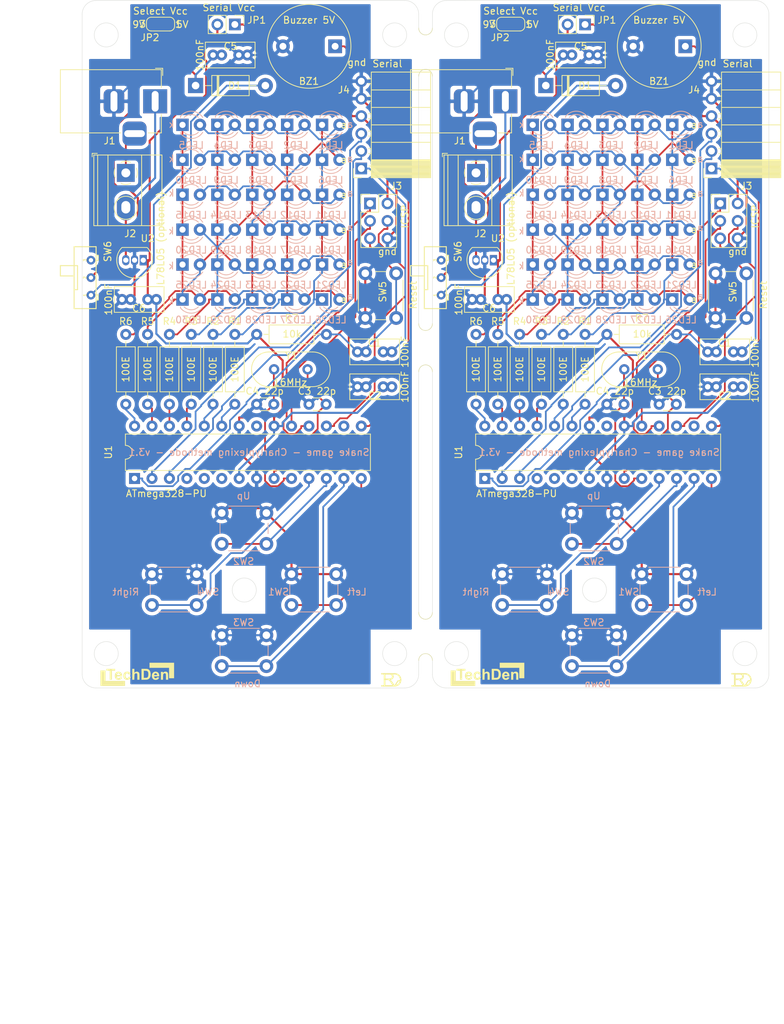
<source format=kicad_pcb>
(kicad_pcb (version 20171130) (host pcbnew "(5.1.5)-3")
  (title_block (title "Snake game with 30 LEDs (Charlyplexing methode)") (date 2020-06-02) (rev v3.1) (company TechDen) (comment 1 "Designed by Roland"))
  (layers (0 F.Cu signal) (31 B.Cu signal) (34 B.Paste user) (35 F.Paste user) (36 B.SilkS user) (37 F.SilkS user) (38 B.Mask user) (39 F.Mask user) (44 Edge.Cuts user))
  (net 0 "")
  (net 1 GND)
  (net 2 +5V)
  (net 3 "Net-(C3-Pad1)")
  (net 4 "Net-(LED1-Pad2)")
  (net 5 "Net-(LED10-Pad1)")
  (net 6 /D7)
  (net 7 /RTS)
  (net 8 /RST)
  (net 9 "Net-(C4-Pad1)")
  (net 10 /SCK)
  (net 11 /MISO)
  (net 12 /TxD)
  (net 13 /RxD)
  (net 14 /D8)
  (net 15 /D9)
  (net 16 /MOSI)
  (net 17 "Net-(LED13-Pad1)")
  (net 18 "Net-(LED11-Pad2)")
  (net 19 /A0)
  (net 20 /A1)
  (net 21 /A2)
  (net 22 /A3)
  (net 23 /A4)
  (net 24 /A5)
  (net 25 /D5)
  (net 26 /D6)
  (net 27 "Net-(LED14-Pad1)")
  (net 28 /V2)
  (net 29 /V1)
  (net 30 /V4)
  (net 31 /V3)
  (net 32 "Net-(D1-Pad2)")
  (net 33 /V5)
  (net 34 /Led1-k)
  (module Connector_PinHeader_2.54mm:PinHeader_2x03_P2.54mm_Vertical (layer F.Cu) (at 187.91 68.515)
    (fp_text reference J3 (at 3.81 -2.54) (layer F.SilkS))
    (fp_text value ICSP (at 5.08 1.905 270) (layer F.SilkS))
    (pad 1 thru_hole rect (at 0 0) (size 1.7 1.7) (drill 1) (layers *.Cu *.Mask) (net 11 /MISO))
    (pad 2 thru_hole oval (at 2.54 0) (size 1.7 1.7) (drill 1) (layers *.Cu *.Mask) (net 30 /V4))
    (pad 3 thru_hole oval (at 0 2.54) (size 1.7 1.7) (drill 1) (layers *.Cu *.Mask) (net 10 /SCK))
    (pad 4 thru_hole oval (at 2.54 2.54) (size 1.7 1.7) (drill 1) (layers *.Cu *.Mask) (net 16 /MOSI))
    (pad 5 thru_hole oval (at 0 5.08) (size 1.7 1.7) (drill 1) (layers *.Cu *.Mask) (net 8 /RST))
    (pad 6 thru_hole oval (at 2.54 5.08) (size 1.7 1.7) (drill 1) (layers *.Cu *.Mask) (net 1 GND))
  )
  (module LED_THT:LED_D3.0mm (layer B.Cu) (at 170.765 67.245)
    (fp_text reference LED13 (at 1.27 2.96) (layer B.SilkS) (effects (justify mirror)))
    (fp_text value LED)
    (pad 1 thru_hole rect (at 0 0) (size 1.8 1.8) (drill 0.9) (layers *.Cu *.Mask) (net 17 "Net-(LED13-Pad1)"))
    (pad 2 thru_hole circle (at 2.54 0) (size 1.8 1.8) (drill 0.9) (layers *.Cu *.Mask) (net 18 "Net-(LED11-Pad2)"))
  )
  (module LED_THT:LED_D3.0mm (layer B.Cu) (at 160.605 62.165)
    (fp_text reference LED10 (at 1.27 2.96) (layer B.SilkS) (effects (justify mirror)))
    (fp_text value LED)
    (pad 1 thru_hole rect (at 0 0) (size 1.8 1.8) (drill 0.9) (layers *.Cu *.Mask) (net 5 "Net-(LED10-Pad1)"))
    (pad 2 thru_hole circle (at 2.54 0) (size 1.8 1.8) (drill 0.9) (layers *.Cu *.Mask) (net 34 /Led1-k))
  )
  (module LED_THT:LED_D3.0mm (layer B.Cu) (at 170.765 62.165)
    (fp_text reference LED8 (at 1.27 2.96) (layer B.SilkS) (effects (justify mirror)))
    (fp_text value LED)
    (pad 1 thru_hole rect (at 0 0) (size 1.8 1.8) (drill 0.9) (layers *.Cu *.Mask) (net 17 "Net-(LED13-Pad1)"))
    (pad 2 thru_hole circle (at 2.54 0) (size 1.8 1.8) (drill 0.9) (layers *.Cu *.Mask) (net 34 /Led1-k))
  )
  (module LED_THT:LED_D3.0mm (layer B.Cu) (at 180.925 62.165)
    (fp_text reference LED6 (at 1.27 2.96) (layer B.SilkS) (effects (justify mirror)))
    (fp_text value LED)
    (pad 1 thru_hole rect (at 0 0) (size 1.8 1.8) (drill 0.9) (layers *.Cu *.Mask) (net 4 "Net-(LED1-Pad2)"))
    (pad 2 thru_hole circle (at 2.54 0) (size 1.8 1.8) (drill 0.9) (layers *.Cu *.Mask) (net 34 /Led1-k))
  )
  (module Button_Switch_THT:SW_PUSH_6mm (layer F.Cu) (at 191.72 78.675 270)
    (fp_text reference SW5 (at 2.69 1.96 270) (layer F.SilkS))
    (fp_text value Reset (at 3.175 -2.485 90) (layer F.SilkS))
    (pad 2 thru_hole circle (at 0 4.5) (size 2 2) (drill 1.1) (layers *.Cu *.Mask) (net 1 GND))
    (pad 1 thru_hole circle (at 0 0) (size 2 2) (drill 1.1) (layers *.Cu *.Mask) (net 8 /RST))
    (pad 2 thru_hole circle (at 6.5 4.5) (size 2 2) (drill 1.1) (layers *.Cu *.Mask) (net 1 GND))
    (pad 1 thru_hole circle (at 6.5 0) (size 2 2) (drill 1.1) (layers *.Cu *.Mask) (net 8 /RST))
  )
  (module Connector_PinHeader_2.54mm:PinHeader_1x02_P2.54mm_Vertical (layer F.Cu) (at 168.225 42.48 270)
    (fp_text reference JP1 (at -0.635 -3.175) (layer F.SilkS))
    (fp_text value "Serial Vcc" (at -2.445 0.855) (layer F.SilkS))
    (pad 1 thru_hole rect (at 0 0 270) (size 1.7 1.7) (drill 1) (layers *.Cu *.Mask) (net 30 /V4))
    (pad 2 thru_hole oval (at 0 2.54 270) (size 1.7 1.7) (drill 1) (layers *.Cu *.Mask) (net 2 +5V))
  )
  (module Capacitor_THT:C_Disc_D3.0mm_W1.6mm_P2.50mm (layer F.Cu) (at 173.9 97.725 180)
    (fp_text reference C4 (at 3.135 1.905) (layer F.SilkS))
    (fp_text value 22p (at -0.04 1.905) (layer F.SilkS))
    (pad 1 thru_hole circle (at 0 0 180) (size 1.6 1.6) (drill 0.8) (layers *.Cu *.Mask) (net 9 "Net-(C4-Pad1)"))
    (pad 2 thru_hole circle (at 2.5 0 180) (size 1.6 1.6) (drill 0.8) (layers *.Cu *.Mask) (net 1 GND))
  )
  (module LED_THT:LED_D3.0mm (layer B.Cu) (at 160.605 57.085)
    (fp_text reference LED5 (at 1.27 2.96) (layer B.SilkS) (effects (justify mirror)))
    (fp_text value LED)
    (pad 1 thru_hole rect (at 0 0) (size 1.8 1.8) (drill 0.9) (layers *.Cu *.Mask) (net 5 "Net-(LED10-Pad1)"))
    (pad 2 thru_hole circle (at 2.54 0) (size 1.8 1.8) (drill 0.9) (layers *.Cu *.Mask) (net 4 "Net-(LED1-Pad2)"))
  )
  (module LED_THT:LED_D3.0mm (layer B.Cu) (at 165.685 57.085)
    (fp_text reference LED4 (at 1.27 2.96) (layer B.SilkS) (effects (justify mirror)))
    (fp_text value LED)
    (pad 1 thru_hole rect (at 0 0) (size 1.8 1.8) (drill 0.9) (layers *.Cu *.Mask) (net 27 "Net-(LED14-Pad1)"))
    (pad 2 thru_hole circle (at 2.54 0) (size 1.8 1.8) (drill 0.9) (layers *.Cu *.Mask) (net 4 "Net-(LED1-Pad2)"))
  )
  (module LED_THT:LED_D3.0mm (layer B.Cu) (at 170.765 57.085)
    (fp_text reference LED3 (at 1.27 2.96) (layer B.SilkS) (effects (justify mirror)))
    (fp_text value LED)
    (pad 1 thru_hole rect (at 0 0) (size 1.8 1.8) (drill 0.9) (layers *.Cu *.Mask) (net 17 "Net-(LED13-Pad1)"))
    (pad 2 thru_hole circle (at 2.54 0) (size 1.8 1.8) (drill 0.9) (layers *.Cu *.Mask) (net 4 "Net-(LED1-Pad2)"))
  )
  (module LED_THT:LED_D3.0mm (layer B.Cu) (at 180.925 57.085)
    (fp_text reference LED1 (at 1.27 2.96) (layer B.SilkS) (effects (justify mirror)))
    (fp_text value LED)
    (pad 1 thru_hole rect (at 0 0) (size 1.8 1.8) (drill 0.9) (layers *.Cu *.Mask) (net 34 /Led1-k))
    (pad 2 thru_hole circle (at 2.54 0) (size 1.8 1.8) (drill 0.9) (layers *.Cu *.Mask) (net 4 "Net-(LED1-Pad2)"))
  )
  (module LED_THT:LED_D3.0mm (layer B.Cu) (at 175.845 62.165)
    (fp_text reference LED7 (at 1.27 2.96) (layer B.SilkS) (effects (justify mirror)))
    (fp_text value LED)
    (pad 1 thru_hole rect (at 0 0) (size 1.8 1.8) (drill 0.9) (layers *.Cu *.Mask) (net 18 "Net-(LED11-Pad2)"))
    (pad 2 thru_hole circle (at 2.54 0) (size 1.8 1.8) (drill 0.9) (layers *.Cu *.Mask) (net 34 /Led1-k))
  )
  (module LED_THT:LED_D3.0mm (layer B.Cu) (at 175.845 57.085)
    (fp_text reference LED2 (at 1.27 2.96) (layer B.SilkS) (effects (justify mirror)))
    (fp_text value LED)
    (pad 1 thru_hole rect (at 0 0) (size 1.8 1.8) (drill 0.9) (layers *.Cu *.Mask) (net 18 "Net-(LED11-Pad2)"))
    (pad 2 thru_hole circle (at 2.54 0) (size 1.8 1.8) (drill 0.9) (layers *.Cu *.Mask) (net 4 "Net-(LED1-Pad2)"))
  )
  (module LED_THT:LED_D3.0mm (layer B.Cu) (at 175.845 67.245)
    (fp_text reference LED12 (at 1.27 2.96) (layer B.SilkS) (effects (justify mirror)))
    (fp_text value LED)
    (pad 1 thru_hole rect (at 0 0) (size 1.8 1.8) (drill 0.9) (layers *.Cu *.Mask) (net 34 /Led1-k))
    (pad 2 thru_hole circle (at 2.54 0) (size 1.8 1.8) (drill 0.9) (layers *.Cu *.Mask) (net 18 "Net-(LED11-Pad2)"))
  )
  (module LED_THT:LED_D3.0mm (layer B.Cu) (at 180.925 67.245)
    (fp_text reference LED11 (at 1.27 2.96) (layer B.SilkS) (effects (justify mirror)))
    (fp_text value LED)
    (pad 1 thru_hole rect (at 0 0) (size 1.8 1.8) (drill 0.9) (layers *.Cu *.Mask) (net 4 "Net-(LED1-Pad2)"))
    (pad 2 thru_hole circle (at 2.54 0) (size 1.8 1.8) (drill 0.9) (layers *.Cu *.Mask) (net 18 "Net-(LED11-Pad2)"))
  )
  (module LED_THT:LED_D3.0mm (layer B.Cu) (at 165.685 62.165)
    (fp_text reference LED9 (at 1.27 2.96) (layer B.SilkS) (effects (justify mirror)))
    (fp_text value LED)
    (pad 1 thru_hole rect (at 0 0) (size 1.8 1.8) (drill 0.9) (layers *.Cu *.Mask) (net 27 "Net-(LED14-Pad1)"))
    (pad 2 thru_hole circle (at 2.54 0) (size 1.8 1.8) (drill 0.9) (layers *.Cu *.Mask) (net 34 /Led1-k))
  )
  (module Package_DIP:DIP-28_W7.62mm (layer F.Cu) (at 153.62 108.52 90)
    (fp_text reference U1 (at 3.81 -3.81 270) (layer F.SilkS))
    (fp_text value ATmega328-PU (at -2.195 4.635 180) (layer F.SilkS))
    (pad 1 thru_hole rect (at 0 0 90) (size 1.6 1.6) (drill 0.8) (layers *.Cu *.Mask) (net 8 /RST))
    (pad 15 thru_hole oval (at 7.62 33.02 90) (size 1.6 1.6) (drill 0.8) (layers *.Cu *.Mask) (net 15 /D9))
    (pad 2 thru_hole oval (at 0 2.54 90) (size 1.6 1.6) (drill 0.8) (layers *.Cu *.Mask) (net 13 /RxD))
    (pad 16 thru_hole oval (at 7.62 30.48 90) (size 1.6 1.6) (drill 0.8) (layers *.Cu *.Mask))
    (pad 3 thru_hole oval (at 0 5.08 90) (size 1.6 1.6) (drill 0.8) (layers *.Cu *.Mask) (net 12 /TxD))
    (pad 17 thru_hole oval (at 7.62 27.94 90) (size 1.6 1.6) (drill 0.8) (layers *.Cu *.Mask) (net 16 /MOSI))
    (pad 4 thru_hole oval (at 0 7.62 90) (size 1.6 1.6) (drill 0.8) (layers *.Cu *.Mask))
    (pad 18 thru_hole oval (at 7.62 25.4 90) (size 1.6 1.6) (drill 0.8) (layers *.Cu *.Mask) (net 11 /MISO))
    (pad 5 thru_hole oval (at 0 10.16 90) (size 1.6 1.6) (drill 0.8) (layers *.Cu *.Mask))
    (pad 19 thru_hole oval (at 7.62 22.86 90) (size 1.6 1.6) (drill 0.8) (layers *.Cu *.Mask) (net 10 /SCK))
    (pad 6 thru_hole oval (at 0 12.7 90) (size 1.6 1.6) (drill 0.8) (layers *.Cu *.Mask))
    (pad 20 thru_hole oval (at 7.62 20.32 90) (size 1.6 1.6) (drill 0.8) (layers *.Cu *.Mask) (net 2 +5V))
    (pad 7 thru_hole oval (at 0 15.24 90) (size 1.6 1.6) (drill 0.8) (layers *.Cu *.Mask) (net 2 +5V))
    (pad 21 thru_hole oval (at 7.62 17.78 90) (size 1.6 1.6) (drill 0.8) (layers *.Cu *.Mask))
    (pad 8 thru_hole oval (at 0 17.78 90) (size 1.6 1.6) (drill 0.8) (layers *.Cu *.Mask) (net 1 GND))
    (pad 22 thru_hole oval (at 7.62 15.24 90) (size 1.6 1.6) (drill 0.8) (layers *.Cu *.Mask) (net 1 GND))
    (pad 9 thru_hole oval (at 0 20.32 90) (size 1.6 1.6) (drill 0.8) (layers *.Cu *.Mask) (net 3 "Net-(C3-Pad1)"))
    (pad 23 thru_hole oval (at 7.62 12.7 90) (size 1.6 1.6) (drill 0.8) (layers *.Cu *.Mask) (net 19 /A0))
    (pad 10 thru_hole oval (at 0 22.86 90) (size 1.6 1.6) (drill 0.8) (layers *.Cu *.Mask) (net 9 "Net-(C4-Pad1)"))
    (pad 24 thru_hole oval (at 7.62 10.16 90) (size 1.6 1.6) (drill 0.8) (layers *.Cu *.Mask) (net 20 /A1))
    (pad 11 thru_hole oval (at 0 25.4 90) (size 1.6 1.6) (drill 0.8) (layers *.Cu *.Mask) (net 25 /D5))
    (pad 25 thru_hole oval (at 7.62 7.62 90) (size 1.6 1.6) (drill 0.8) (layers *.Cu *.Mask) (net 21 /A2))
    (pad 12 thru_hole oval (at 0 27.94 90) (size 1.6 1.6) (drill 0.8) (layers *.Cu *.Mask) (net 26 /D6))
    (pad 26 thru_hole oval (at 7.62 5.08 90) (size 1.6 1.6) (drill 0.8) (layers *.Cu *.Mask) (net 22 /A3))
    (pad 13 thru_hole oval (at 0 30.48 90) (size 1.6 1.6) (drill 0.8) (layers *.Cu *.Mask) (net 6 /D7))
    (pad 27 thru_hole oval (at 7.62 2.54 90) (size 1.6 1.6) (drill 0.8) (layers *.Cu *.Mask) (net 23 /A4))
    (pad 14 thru_hole oval (at 0 33.02 90) (size 1.6 1.6) (drill 0.8) (layers *.Cu *.Mask) (net 14 /D8))
    (pad 28 thru_hole oval (at 7.62 0 90) (size 1.6 1.6) (drill 0.8) (layers *.Cu *.Mask) (net 24 /A5))
  )
  (module Capacitor_THT:C_Rect_L7.0mm_W3.5mm_P2.50mm_P5.00mm (layer F.Cu) (at 191.085 90.105 180)
    (fp_text reference C1 (at 2.5 1.27) (layer F.SilkS))
    (fp_text value 100nF (at -1.905 0 90) (layer F.SilkS))
    (pad 1 thru_hole circle (at 1.25 0 180) (size 1.6 1.6) (drill 0.8) (layers *.Cu *.Mask) (net 7 /RTS))
    (pad 2 thru_hole circle (at 3.75 0 180) (size 1.6 1.6) (drill 0.8) (layers *.Cu *.Mask) (net 8 /RST))
    (pad 1 thru_hole circle (at 0 0 180) (size 1.6 1.6) (drill 0.8) (layers *.Cu *.Mask) (net 7 /RTS))
    (pad 2 thru_hole circle (at 5 0 180) (size 1.6 1.6) (drill 0.8) (layers *.Cu *.Mask) (net 8 /RST))
  )
  (module Button_Switch_THT:SW_PUSH_6mm (layer B.Cu) (at 156.16 126.935)
    (fp_text reference SW4 (at 8.255 -1.905) (layer B.SilkS) (effects (justify mirror)))
    (fp_text value Right (at -3.81 -1.905) (layer B.SilkS) (effects (justify mirror)))
    (pad 2 thru_hole circle (at 0 -4.5 270) (size 2 2) (drill 1.1) (layers *.Cu *.Mask) (net 1 GND))
    (pad 1 thru_hole circle (at 0 0 270) (size 2 2) (drill 1.1) (layers *.Cu *.Mask) (net 25 /D5))
    (pad 2 thru_hole circle (at 6.5 -4.5 270) (size 2 2) (drill 1.1) (layers *.Cu *.Mask) (net 1 GND))
    (pad 1 thru_hole circle (at 6.5 0 270) (size 2 2) (drill 1.1) (layers *.Cu *.Mask) (net 25 /D5))
  )
  (module Button_Switch_THT:SW_PUSH_6mm (layer B.Cu) (at 166.32 135.825)
    (fp_text reference SW3 (at 3.175 -6.35) (layer B.SilkS) (effects (justify mirror)))
    (fp_text value Down (at 3.75 2.54) (layer B.SilkS) (effects (justify mirror)))
    (pad 2 thru_hole circle (at 0 -4.5 270) (size 2 2) (drill 1.1) (layers *.Cu *.Mask) (net 1 GND))
    (pad 1 thru_hole circle (at 0 0 270) (size 2 2) (drill 1.1) (layers *.Cu *.Mask) (net 6 /D7))
    (pad 2 thru_hole circle (at 6.5 -4.5 270) (size 2 2) (drill 1.1) (layers *.Cu *.Mask) (net 1 GND))
    (pad 1 thru_hole circle (at 6.5 0 270) (size 2 2) (drill 1.1) (layers *.Cu *.Mask) (net 6 /D7))
  )
  (module Button_Switch_THT:SW_PUSH_6mm (layer B.Cu) (at 166.32 118.045)
    (fp_text reference SW2 (at 3.175 2.54) (layer B.SilkS) (effects (justify mirror)))
    (fp_text value Up (at 3.175 -6.985) (layer B.SilkS) (effects (justify mirror)))
    (pad 2 thru_hole circle (at 0 -4.5 270) (size 2 2) (drill 1.1) (layers *.Cu *.Mask) (net 1 GND))
    (pad 1 thru_hole circle (at 0 0 270) (size 2 2) (drill 1.1) (layers *.Cu *.Mask) (net 26 /D6))
    (pad 2 thru_hole circle (at 6.5 -4.5 270) (size 2 2) (drill 1.1) (layers *.Cu *.Mask) (net 1 GND))
    (pad 1 thru_hole circle (at 6.5 0 270) (size 2 2) (drill 1.1) (layers *.Cu *.Mask) (net 26 /D6))
  )
  (module Diode_THT:D_DO-41_SOD81_P10.16mm_Horizontal (layer F.Cu) (at 162.51 51.37)
    (fp_text reference D1 (at 5.715 0) (layer F.SilkS))
    (fp_text value 1N4001)
    (pad 1 thru_hole rect (at 0 0) (size 2.2 2.2) (drill 1.1) (layers *.Cu *.Mask) (net 28 /V2))
    (pad 2 thru_hole oval (at 10.16 0) (size 2.2 2.2) (drill 1.1) (layers *.Cu *.Mask) (net 32 "Net-(D1-Pad2)"))
  )
  (module Resistor_THT:R_Axial_DIN0207_L6.3mm_D2.5mm_P10.16mm_Horizontal (layer F.Cu) (at 165.05 97.725 90)
    (fp_text reference R2 (at 12.065 0 180) (layer F.SilkS))
    (fp_text value 100E (at 5.08 0 90) (layer F.SilkS))
    (pad 1 thru_hole circle (at 0 0 90) (size 1.6 1.6) (drill 0.8) (layers *.Cu *.Mask) (net 20 /A1))
    (pad 2 thru_hole oval (at 10.16 0 90) (size 1.6 1.6) (drill 0.8) (layers *.Cu *.Mask) (net 34 /Led1-k))
  )
  (module Resistor_THT:R_Axial_DIN0207_L6.3mm_D2.5mm_P10.16mm_Horizontal (layer F.Cu) (at 161.875 97.725 90)
    (fp_text reference R3 (at 12.065 0 180) (layer F.SilkS))
    (fp_text value 100E (at 5.08 0 90) (layer F.SilkS))
    (pad 1 thru_hole circle (at 0 0 90) (size 1.6 1.6) (drill 0.8) (layers *.Cu *.Mask) (net 21 /A2))
    (pad 2 thru_hole oval (at 10.16 0 90) (size 1.6 1.6) (drill 0.8) (layers *.Cu *.Mask) (net 18 "Net-(LED11-Pad2)"))
  )
  (module Capacitor_THT:C_Rect_L7.0mm_W3.5mm_P2.50mm_P5.00mm (layer F.Cu) (at 191.085 95.185 180)
    (fp_text reference C2 (at 2.48 -1.27) (layer F.SilkS))
    (fp_text value 100nF (at -1.905 0 270) (layer F.SilkS))
    (pad 1 thru_hole circle (at 1.25 0 180) (size 1.6 1.6) (drill 0.8) (layers *.Cu *.Mask) (net 2 +5V))
    (pad 2 thru_hole circle (at 3.75 0 180) (size 1.6 1.6) (drill 0.8) (layers *.Cu *.Mask) (net 1 GND))
    (pad 1 thru_hole circle (at 0 0 180) (size 1.6 1.6) (drill 0.8) (layers *.Cu *.Mask) (net 2 +5V))
    (pad 2 thru_hole circle (at 5 0 180) (size 1.6 1.6) (drill 0.8) (layers *.Cu *.Mask) (net 1 GND))
  )
  (module Resistor_THT:R_Axial_DIN0207_L6.3mm_D2.5mm_P10.16mm_Horizontal (layer F.Cu) (at 152.35 97.725 90)
    (fp_text reference R6 (at 12.065 0 180) (layer F.SilkS))
    (fp_text value 100E (at 5.08 0 90) (layer F.SilkS))
    (pad 1 thru_hole circle (at 0 0 90) (size 1.6 1.6) (drill 0.8) (layers *.Cu *.Mask) (net 24 /A5))
    (pad 2 thru_hole oval (at 10.16 0 90) (size 1.6 1.6) (drill 0.8) (layers *.Cu *.Mask) (net 5 "Net-(LED10-Pad1)"))
  )
  (module Capacitor_THT:C_Rect_L7.0mm_W3.5mm_P2.50mm_P5.00mm (layer F.Cu) (at 156.795 82.485 180)
    (fp_text reference C6 (at 2.54 -1.27) (layer F.SilkS))
    (fp_text value 100nF (at 6.965 0 270) (layer F.SilkS))
    (pad 1 thru_hole circle (at 1.25 0 180) (size 1.6 1.6) (drill 0.8) (layers *.Cu *.Mask) (net 2 +5V))
    (pad 2 thru_hole circle (at 3.75 0 180) (size 1.6 1.6) (drill 0.8) (layers *.Cu *.Mask) (net 1 GND))
    (pad 1 thru_hole circle (at 0 0 180) (size 1.6 1.6) (drill 0.8) (layers *.Cu *.Mask) (net 2 +5V))
    (pad 2 thru_hole circle (at 5 0 180) (size 1.6 1.6) (drill 0.8) (layers *.Cu *.Mask) (net 1 GND))
  )
  (module Resistor_THT:R_Axial_DIN0207_L6.3mm_D2.5mm_P10.16mm_Horizontal (layer F.Cu) (at 155.525 97.725 90)
    (fp_text reference R5 (at 12.065 0 180) (layer F.SilkS))
    (fp_text value 100E (at 5.08 0 90) (layer F.SilkS))
    (pad 1 thru_hole circle (at 0 0 90) (size 1.6 1.6) (drill 0.8) (layers *.Cu *.Mask) (net 23 /A4))
    (pad 2 thru_hole oval (at 10.16 0 90) (size 1.6 1.6) (drill 0.8) (layers *.Cu *.Mask) (net 27 "Net-(LED14-Pad1)"))
  )
  (module Capacitor_THT:C_Rect_L7.0mm_W3.5mm_P2.50mm_P5.00mm (layer F.Cu) (at 165.05 46.925)
    (fp_text reference C5 (at 2.54 -1.27) (layer F.SilkS))
    (fp_text value 100nF (at -1.905 0 90) (layer F.SilkS))
    (pad 1 thru_hole circle (at 1.25 0) (size 1.6 1.6) (drill 0.8) (layers *.Cu *.Mask) (net 28 /V2))
    (pad 2 thru_hole circle (at 3.75 0) (size 1.6 1.6) (drill 0.8) (layers *.Cu *.Mask) (net 1 GND))
    (pad 1 thru_hole circle (at 0 0) (size 1.6 1.6) (drill 0.8) (layers *.Cu *.Mask) (net 28 /V2))
    (pad 2 thru_hole circle (at 5 0) (size 1.6 1.6) (drill 0.8) (layers *.Cu *.Mask) (net 1 GND))
  )
  (module Resistor_THT:R_Axial_DIN0207_L6.3mm_D2.5mm_P10.16mm_Horizontal (layer F.Cu) (at 171.4 87.565)
    (fp_text reference R7 (at 5.08 -2.37) (layer F.SilkS))
    (fp_text value 10k (at 5.155 -0.05) (layer F.SilkS))
    (pad 1 thru_hole circle (at 0 0) (size 1.6 1.6) (drill 0.8) (layers *.Cu *.Mask) (net 2 +5V))
    (pad 2 thru_hole oval (at 10.16 0) (size 1.6 1.6) (drill 0.8) (layers *.Cu *.Mask) (net 8 /RST))
  )
  (module Resistor_THT:R_Axial_DIN0207_L6.3mm_D2.5mm_P10.16mm_Horizontal (layer F.Cu) (at 158.7 97.725 90)
    (fp_text reference R4 (at 12.065 0 180) (layer F.SilkS))
    (fp_text value 100E (at 5.08 0 90) (layer F.SilkS))
    (pad 1 thru_hole circle (at 0 0 90) (size 1.6 1.6) (drill 0.8) (layers *.Cu *.Mask) (net 22 /A3))
    (pad 2 thru_hole oval (at 10.16 0 90) (size 1.6 1.6) (drill 0.8) (layers *.Cu *.Mask) (net 17 "Net-(LED13-Pad1)"))
  )
  (module Resistor_THT:R_Axial_DIN0207_L6.3mm_D2.5mm_P10.16mm_Horizontal (layer F.Cu) (at 168.225 97.725 90)
    (fp_text reference R1 (at 12.065 0 180) (layer F.SilkS))
    (fp_text value 100E (at 5.08 0 90) (layer F.SilkS))
    (pad 1 thru_hole circle (at 0 0 90) (size 1.6 1.6) (drill 0.8) (layers *.Cu *.Mask) (net 19 /A0))
    (pad 2 thru_hole oval (at 10.16 0 90) (size 1.6 1.6) (drill 0.8) (layers *.Cu *.Mask) (net 4 "Net-(LED1-Pad2)"))
  )
  (module Connector_PinSocket_2.54mm:PinSocket_1x06_P2.54mm_Horizontal (layer F.Cu) (at 186.64 63.435 180)
    (fp_text reference J4 (at 2.54 11.435 180) (layer F.SilkS))
    (fp_text value Serial (at -3.81 15.24) (layer F.SilkS))
    (pad 6 thru_hole oval (at 0 12.7 180) (size 1.7 1.7) (drill 1) (layers *.Cu *.Mask) (net 1 GND))
    (pad 5 thru_hole oval (at 0 10.16 180) (size 1.7 1.7) (drill 1) (layers *.Cu *.Mask) (net 1 GND))
    (pad 4 thru_hole oval (at 0 7.62 180) (size 1.7 1.7) (drill 1) (layers *.Cu *.Mask) (net 30 /V4))
    (pad 3 thru_hole oval (at 0 5.08 180) (size 1.7 1.7) (drill 1) (layers *.Cu *.Mask) (net 13 /RxD))
    (pad 2 thru_hole oval (at 0 2.54 180) (size 1.7 1.7) (drill 1) (layers *.Cu *.Mask) (net 12 /TxD))
    (pad 1 thru_hole rect (at 0 0 180) (size 1.7 1.7) (drill 1) (layers *.Cu *.Mask) (net 7 /RTS))
  )
  (module "Logo:RvD Logo inverted small" (layer F.Cu) (at 191 137.815)
    (fp_text reference L1 hide)
    (fp_text value Logo-RvD hide)
  )
  (module Connector_BarrelJack:BarrelJack_Horizontal (layer F.Cu) (at 156.62 53.655)
    (fp_text reference J1 (at -6.635 5.75) (layer F.SilkS))
    (fp_text value Barrel_Jack_Switch)
    (pad 3 thru_hole roundrect (at -3 4.7) (size 3.5 3.5) (drill oval 3 1) (layers *.Cu *.Mask) (net 33 /V5))
    (pad 2 thru_hole roundrect (at -6 0) (size 3 3.5) (drill oval 1 3) (layers *.Cu *.Mask) (net 1 GND))
    (pad 1 thru_hole rect (at 0 0) (size 3.5 3.5) (drill oval 1 3) (layers *.Cu *.Mask) (net 29 /V1))
  )
  (module "Logo:TechDen Logo - inverted" (layer F.Cu) (at 154 137)
    (fp_text reference L2 hide)
    (fp_text value Logo-TechDen hide)
  )
  (module Buzzer_Beeper:Buzzer_12x9.5RM7.6 (layer F.Cu) (at 182.83 45.655 180)
    (fp_text reference BZ1 (at 3.81 -5.08) (layer F.SilkS))
    (fp_text value "Buzzer 5V" (at 3.8 3.81) (layer F.SilkS))
    (pad 1 thru_hole rect (at 0 0 180) (size 2 2) (drill 1) (layers *.Cu *.Mask) (net 15 /D9))
    (pad 2 thru_hole circle (at 7.6 0 180) (size 2 2) (drill 1) (layers *.Cu *.Mask) (net 1 GND))
  )
  (module Package_TO_SOT_THT:TO-92_Inline (layer F.Cu) (at 154.89 76.77 180)
    (fp_text reference U2 (at -0.635 3.175) (layer F.SilkS))
    (fp_text value "L78L05 (optional)" (at -2.54 3.175 90) (layer F.SilkS))
    (pad 1 thru_hole rect (at 0 0 180) (size 1.05 1.5) (drill 0.75) (layers *.Cu *.Mask) (net 2 +5V))
    (pad 3 thru_hole oval (at 2.54 0 180) (size 1.05 1.5) (drill 0.75) (layers *.Cu *.Mask) (net 31 /V3))
    (pad 2 thru_hole oval (at 1.27 0 180) (size 1.05 1.5) (drill 0.75) (layers *.Cu *.Mask) (net 1 GND))
  )
  (module Jumper:SolderJumper-3_P1.3mm_Open_RoundedPad1.0x1.5mm_NumberLabels (layer F.Cu) (at 157.4 42.425 180)
    (fp_text reference JP2 (at 1.535 -1.96) (layer F.SilkS))
    (fp_text value "Select Vcc" (at 0.01 1.9) (layer F.SilkS))
    (fp_text user 9V (at 3.185 -0.055) (layer F.SilkS))
    (fp_text user 5V (at -3.165 -0.055) (layer F.SilkS))
    (fp_text user 3 (at 2.6 0) (layer F.SilkS))
    (fp_text user 1 (at -2.6 0) (layer F.SilkS))
    (pad 1 smd custom (at -1.3 0 180) (size 1 0.5) (layers F.Cu F.Mask) (net 2 +5V) (options (clearance outline) (anchor rect)) (primitives (gr_circle (center 0 0.25) (end 0.5 0.25) (width 0)) (gr_circle (center 0 -0.25) (end 0.5 -0.25) (width 0)) (gr_poly (pts (xy 0.55 -0.75) (xy 0 -0.75) (xy 0 0.75) (xy 0.55 0.75)) (width 0))))
    (pad 3 smd custom (at 1.3 0 180) (size 1 0.5) (layers F.Cu F.Mask) (net 31 /V3) (options (clearance outline) (anchor rect)) (primitives (gr_circle (center 0 0.25) (end 0.5 0.25) (width 0)) (gr_circle (center 0 -0.25) (end 0.5 -0.25) (width 0)) (gr_poly (pts (xy -0.55 -0.75) (xy 0 -0.75) (xy 0 0.75) (xy -0.55 0.75)) (width 0))))
    (pad 2 smd rect (at 0 0 180) (size 1 1.5) (layers F.Cu F.Mask) (net 28 /V2))
  )
  (module TerminalBlock_Phoenix:TerminalBlock_Phoenix_MKDS-1,5-2-5.08_1x02_P5.00&P5.08mm_Horizontal (layer F.Cu) (at 152.35 64.07 270)
    (fp_text reference J2 (at 8.835 -0.635 180) (layer F.SilkS))
    (fp_text value "+ Power in -")
    (pad 2 thru_hole oval (at 5 0 270) (size 3.8192 2.6) (drill oval 1.808 1.3) (layers *.Cu *.Mask) (net 29 /V1))
    (pad 1 thru_hole rect (at 0 0 270) (size 2.6 2.6) (drill 1.3) (layers *.Cu *.Mask) (net 33 /V5))
  )
  (module Crystal:Crystal_HC49-4H_Vertical (layer F.Cu) (at 178.82 92.645 180)
    (fp_text reference Y1 (at 2.34 1.905) (layer F.SilkS))
    (fp_text value 16MHz (at 2.54 -1.905) (layer F.SilkS))
    (pad 1 thru_hole circle (at 0 0 180) (size 1.5 1.5) (drill 0.8) (layers *.Cu *.Mask) (net 3 "Net-(C3-Pad1)"))
    (pad 2 thru_hole circle (at 4.88 0 180) (size 1.5 1.5) (drill 0.8) (layers *.Cu *.Mask) (net 9 "Net-(C4-Pad1)"))
  )
  (module Lib-Comp:switch_MSK-12D19 (layer F.Cu) (at 147.27 79.31 90)
    (fp_text reference SW6 (at 3.81 2.445 270) (layer F.SilkS))
    (fp_text value SW_SPDT)
    (fp_text user 2 (at 0 -0.889 90) (layer F.SilkS) (effects (font (size 0.4 0.4) (thickness 0.1))))
    (fp_text user 3 (at 2.54 -0.889 90) (layer F.SilkS) (effects (font (size 0.4 0.4) (thickness 0.1))))
    (fp_text user 1 (at -2.54 -0.889 270) (layer F.SilkS) (effects (font (size 0.4 0.4) (thickness 0.1))))
    (pad 2 thru_hole circle (at 0 0 90) (size 1.27 1.27) (drill 0.635) (layers *.Cu *.Mask) (net 29 /V1))
    (pad 1 thru_hole circle (at -2.54 0 90) (size 1.27 1.27) (drill 0.635) (layers *.Cu *.Mask) (net 32 "Net-(D1-Pad2)"))
    (pad 3 thru_hole circle (at 2.54 0 90) (size 1.27 1.27) (drill 0.635) (layers *.Cu *.Mask))
  )
  (module Capacitor_THT:C_Disc_D3.0mm_W1.6mm_P2.50mm (layer F.Cu) (at 181.52 97.725 180)
    (fp_text reference C3 (at 3.135 1.905) (layer F.SilkS))
    (fp_text value 22p (at -0.04 1.905) (layer F.SilkS))
    (pad 1 thru_hole circle (at 0 0 180) (size 1.6 1.6) (drill 0.8) (layers *.Cu *.Mask) (net 3 "Net-(C3-Pad1)"))
    (pad 2 thru_hole circle (at 2.5 0 180) (size 1.6 1.6) (drill 0.8) (layers *.Cu *.Mask) (net 1 GND))
  )
  (module LED_THT:LED_D3.0mm (layer B.Cu) (at 175.845 72.325)
    (fp_text reference LED17 (at 1.27 2.96) (layer B.SilkS) (effects (justify mirror)))
    (fp_text value LED)
    (pad 1 thru_hole rect (at 0 0) (size 1.8 1.8) (drill 0.9) (layers *.Cu *.Mask) (net 34 /Led1-k))
    (pad 2 thru_hole circle (at 2.54 0) (size 1.8 1.8) (drill 0.9) (layers *.Cu *.Mask) (net 17 "Net-(LED13-Pad1)"))
  )
  (module LED_THT:LED_D3.0mm (layer B.Cu) (at 165.685 72.325)
    (fp_text reference LED19 (at 1.27 2.96) (layer B.SilkS) (effects (justify mirror)))
    (fp_text value LED)
    (pad 1 thru_hole rect (at 0 0) (size 1.8 1.8) (drill 0.9) (layers *.Cu *.Mask) (net 27 "Net-(LED14-Pad1)"))
    (pad 2 thru_hole circle (at 2.54 0) (size 1.8 1.8) (drill 0.9) (layers *.Cu *.Mask) (net 17 "Net-(LED13-Pad1)"))
  )
  (module Button_Switch_THT:SW_PUSH_6mm (layer B.Cu) (at 176.48 126.935)
    (fp_text reference SW1 (at -1.905 -1.905) (layer B.SilkS) (effects (justify mirror)))
    (fp_text value Left (at 9.525 -1.905) (layer B.SilkS) (effects (justify mirror)))
    (pad 2 thru_hole circle (at 0 -4.5 270) (size 2 2) (drill 1.1) (layers *.Cu *.Mask) (net 1 GND))
    (pad 1 thru_hole circle (at 0 0 270) (size 2 2) (drill 1.1) (layers *.Cu *.Mask) (net 14 /D8))
    (pad 2 thru_hole circle (at 6.5 -4.5 270) (size 2 2) (drill 1.1) (layers *.Cu *.Mask) (net 1 GND))
    (pad 1 thru_hole circle (at 6.5 0 270) (size 2 2) (drill 1.1) (layers *.Cu *.Mask) (net 14 /D8))
  )
  (module LED_THT:LED_D3.0mm (layer B.Cu) (at 160.605 82.485)
    (fp_text reference LED30 (at 1.27 2.96) (layer B.SilkS) (effects (justify mirror)))
    (fp_text value LED)
    (pad 1 thru_hole rect (at 0 0) (size 1.8 1.8) (drill 0.9) (layers *.Cu *.Mask) (net 27 "Net-(LED14-Pad1)"))
    (pad 2 thru_hole circle (at 2.54 0) (size 1.8 1.8) (drill 0.9) (layers *.Cu *.Mask) (net 5 "Net-(LED10-Pad1)"))
  )
  (module LED_THT:LED_D3.0mm (layer B.Cu) (at 170.765 77.405)
    (fp_text reference LED23 (at 1.27 2.96) (layer B.SilkS) (effects (justify mirror)))
    (fp_text value LED)
    (pad 1 thru_hole rect (at 0 0) (size 1.8 1.8) (drill 0.9) (layers *.Cu *.Mask) (net 18 "Net-(LED11-Pad2)"))
    (pad 2 thru_hole circle (at 2.54 0) (size 1.8 1.8) (drill 0.9) (layers *.Cu *.Mask) (net 27 "Net-(LED14-Pad1)"))
  )
  (module LED_THT:LED_D3.0mm (layer B.Cu) (at 160.605 77.405)
    (fp_text reference LED25 (at 1.27 2.96) (layer B.SilkS) (effects (justify mirror)))
    (fp_text value LED)
    (pad 1 thru_hole rect (at 0 0) (size 1.8 1.8) (drill 0.9) (layers *.Cu *.Mask) (net 5 "Net-(LED10-Pad1)"))
    (pad 2 thru_hole circle (at 2.54 0) (size 1.8 1.8) (drill 0.9) (layers *.Cu *.Mask) (net 27 "Net-(LED14-Pad1)"))
  )
  (module LED_THT:LED_D3.0mm (layer B.Cu) (at 160.605 67.245)
    (fp_text reference LED15 (at 1.27 2.96) (layer B.SilkS) (effects (justify mirror)))
    (fp_text value LED)
    (pad 1 thru_hole rect (at 0 0) (size 1.8 1.8) (drill 0.9) (layers *.Cu *.Mask) (net 5 "Net-(LED10-Pad1)"))
    (pad 2 thru_hole circle (at 2.54 0) (size 1.8 1.8) (drill 0.9) (layers *.Cu *.Mask) (net 18 "Net-(LED11-Pad2)"))
  )
  (module LED_THT:LED_D3.0mm (layer B.Cu) (at 165.685 67.245)
    (fp_text reference LED14 (at 1.27 2.96) (layer B.SilkS) (effects (justify mirror)))
    (fp_text value LED)
    (pad 1 thru_hole rect (at 0 0) (size 1.8 1.8) (drill 0.9) (layers *.Cu *.Mask) (net 27 "Net-(LED14-Pad1)"))
    (pad 2 thru_hole circle (at 2.54 0) (size 1.8 1.8) (drill 0.9) (layers *.Cu *.Mask) (net 18 "Net-(LED11-Pad2)"))
  )
  (module LED_THT:LED_D3.0mm (layer B.Cu) (at 180.925 72.325)
    (fp_text reference LED16 (at 1.27 2.96) (layer B.SilkS) (effects (justify mirror)))
    (fp_text value LED)
    (pad 1 thru_hole rect (at 0 0) (size 1.8 1.8) (drill 0.9) (layers *.Cu *.Mask) (net 4 "Net-(LED1-Pad2)"))
    (pad 2 thru_hole circle (at 2.54 0) (size 1.8 1.8) (drill 0.9) (layers *.Cu *.Mask) (net 17 "Net-(LED13-Pad1)"))
  )
  (module LED_THT:LED_D3.0mm (layer B.Cu) (at 175.845 82.485)
    (fp_text reference LED27 (at 1.27 2.96) (layer B.SilkS) (effects (justify mirror)))
    (fp_text value LED)
    (pad 1 thru_hole rect (at 0 0) (size 1.8 1.8) (drill 0.9) (layers *.Cu *.Mask) (net 34 /Led1-k))
    (pad 2 thru_hole circle (at 2.54 0) (size 1.8 1.8) (drill 0.9) (layers *.Cu *.Mask) (net 5 "Net-(LED10-Pad1)"))
  )
  (module LED_THT:LED_D3.0mm (layer B.Cu) (at 170.765 82.485)
    (fp_text reference LED28 (at 1.27 2.96) (layer B.SilkS) (effects (justify mirror)))
    (fp_text value LED)
    (pad 1 thru_hole rect (at 0 0) (size 1.8 1.8) (drill 0.9) (layers *.Cu *.Mask) (net 18 "Net-(LED11-Pad2)"))
    (pad 2 thru_hole circle (at 2.54 0) (size 1.8 1.8) (drill 0.9) (layers *.Cu *.Mask) (net 5 "Net-(LED10-Pad1)"))
  )
  (module LED_THT:LED_D3.0mm (layer B.Cu) (at 165.685 77.405)
    (fp_text reference LED24 (at 1.27 2.96) (layer B.SilkS) (effects (justify mirror)))
    (fp_text value LED)
    (pad 1 thru_hole rect (at 0 0) (size 1.8 1.8) (drill 0.9) (layers *.Cu *.Mask) (net 17 "Net-(LED13-Pad1)"))
    (pad 2 thru_hole circle (at 2.54 0) (size 1.8 1.8) (drill 0.9) (layers *.Cu *.Mask) (net 27 "Net-(LED14-Pad1)"))
  )
  (module LED_THT:LED_D3.0mm (layer B.Cu) (at 180.925 77.405)
    (fp_text reference LED21 (at 1.27 2.96) (layer B.SilkS) (effects (justify mirror)))
    (fp_text value LED)
    (pad 1 thru_hole rect (at 0 0) (size 1.8 1.8) (drill 0.9) (layers *.Cu *.Mask) (net 4 "Net-(LED1-Pad2)"))
    (pad 2 thru_hole circle (at 2.54 0) (size 1.8 1.8) (drill 0.9) (layers *.Cu *.Mask) (net 27 "Net-(LED14-Pad1)"))
  )
  (module LED_THT:LED_D3.0mm (layer B.Cu) (at 160.605 72.325)
    (fp_text reference LED20 (at 1.27 2.96) (layer B.SilkS) (effects (justify mirror)))
    (fp_text value LED)
    (pad 1 thru_hole rect (at 0 0) (size 1.8 1.8) (drill 0.9) (layers *.Cu *.Mask) (net 5 "Net-(LED10-Pad1)"))
    (pad 2 thru_hole circle (at 2.54 0) (size 1.8 1.8) (drill 0.9) (layers *.Cu *.Mask) (net 17 "Net-(LED13-Pad1)"))
  )
  (module LED_THT:LED_D3.0mm (layer B.Cu) (at 170.765 72.325)
    (fp_text reference LED18 (at 1.27 2.96) (layer B.SilkS) (effects (justify mirror)))
    (fp_text value LED)
    (pad 1 thru_hole rect (at 0 0) (size 1.8 1.8) (drill 0.9) (layers *.Cu *.Mask) (net 18 "Net-(LED11-Pad2)"))
    (pad 2 thru_hole circle (at 2.54 0) (size 1.8 1.8) (drill 0.9) (layers *.Cu *.Mask) (net 17 "Net-(LED13-Pad1)"))
  )
  (module LED_THT:LED_D3.0mm (layer B.Cu) (at 165.685 82.485)
    (fp_text reference LED29 (at 1.27 2.96) (layer B.SilkS) (effects (justify mirror)))
    (fp_text value LED)
    (pad 1 thru_hole rect (at 0 0) (size 1.8 1.8) (drill 0.9) (layers *.Cu *.Mask) (net 17 "Net-(LED13-Pad1)"))
    (pad 2 thru_hole circle (at 2.54 0) (size 1.8 1.8) (drill 0.9) (layers *.Cu *.Mask) (net 5 "Net-(LED10-Pad1)"))
  )
  (module LED_THT:LED_D3.0mm (layer B.Cu) (at 175.845 77.405)
    (fp_text reference LED22 (at 1.27 2.96) (layer B.SilkS) (effects (justify mirror)))
    (fp_text value LED)
    (pad 1 thru_hole rect (at 0 0) (size 1.8 1.8) (drill 0.9) (layers *.Cu *.Mask) (net 34 /Led1-k))
    (pad 2 thru_hole circle (at 2.54 0) (size 1.8 1.8) (drill 0.9) (layers *.Cu *.Mask) (net 27 "Net-(LED14-Pad1)"))
  )
  (module LED_THT:LED_D3.0mm (layer B.Cu) (at 180.925 82.485)
    (fp_text reference LED26 (at 1.27 2.96) (layer B.SilkS) (effects (justify mirror)))
    (fp_text value LED)
    (pad 1 thru_hole rect (at 0 0) (size 1.8 1.8) (drill 0.9) (layers *.Cu *.Mask) (net 4 "Net-(LED1-Pad2)"))
    (pad 2 thru_hole circle (at 2.54 0) (size 1.8 1.8) (drill 0.9) (layers *.Cu *.Mask) (net 5 "Net-(LED10-Pad1)"))
  )
  (module Panelizing:mouse-bite-2mm-slot-P7 (layer F.Cu) (at 145 133 90)
    (fp_text reference mouse-bite-2mm-slot-P7 hide)
    (fp_text value VAL** hide)
    (pad "" np_thru_hole circle (at 3.75 0.75 90) (size 0.5 0.5) (drill 0.5) (layers *.Cu *.Mask))
    (pad "" np_thru_hole circle (at 3.75 -0.75 90) (size 0.5 0.5) (drill 0.5) (layers *.Cu *.Mask))
    (pad "" np_thru_hole circle (at 2.25 -0.75 90) (size 0.5 0.5) (drill 0.5) (layers *.Cu *.Mask))
    (pad "" np_thru_hole circle (at 1.5 -0.75 90) (size 0.5 0.5) (drill 0.5) (layers *.Cu *.Mask))
    (pad "" np_thru_hole circle (at 3 -0.75 90) (size 0.5 0.5) (drill 0.5) (layers *.Cu *.Mask))
    (pad "" np_thru_hole circle (at 1.5 0.75 90) (size 0.5 0.5) (drill 0.5) (layers *.Cu *.Mask))
    (pad "" np_thru_hole circle (at 2.25 0.75 90) (size 0.5 0.5) (drill 0.5) (layers *.Cu *.Mask))
    (pad "" np_thru_hole circle (at 3 0.75 90) (size 0.5 0.5) (drill 0.5) (layers *.Cu *.Mask))
    (pad "" np_thru_hole circle (at 0.75 0.75 90) (size 0.5 0.5) (drill 0.5) (layers *.Cu *.Mask))
    (pad "" np_thru_hole circle (at -0.75 0.75 90) (size 0.5 0.5) (drill 0.5) (layers *.Cu *.Mask))
    (pad "" np_thru_hole circle (at -0.75 -0.75 90) (size 0.5 0.5) (drill 0.5) (layers *.Cu *.Mask))
    (pad "" np_thru_hole circle (at 0.75 -0.75 90) (size 0.5 0.5) (drill 0.5) (layers *.Cu *.Mask))
    (pad "" np_thru_hole circle (at 0 0.75 90) (size 0.5 0.5) (drill 0.5) (layers *.Cu *.Mask))
    (pad "" np_thru_hole circle (at 0 -0.75 90) (size 0.5 0.5) (drill 0.5) (layers *.Cu *.Mask))
  )
  (module Panelizing:mouse-bite-2mm-slot-P7 (layer F.Cu) (at 145 91 90)
    (fp_text reference mouse-bite-2mm-slot-P7 hide)
    (fp_text value VAL** hide)
    (pad "" np_thru_hole circle (at 3.75 0.75 90) (size 0.5 0.5) (drill 0.5) (layers *.Cu *.Mask))
    (pad "" np_thru_hole circle (at 3.75 -0.75 90) (size 0.5 0.5) (drill 0.5) (layers *.Cu *.Mask))
    (pad "" np_thru_hole circle (at 2.25 -0.75 90) (size 0.5 0.5) (drill 0.5) (layers *.Cu *.Mask))
    (pad "" np_thru_hole circle (at 1.5 -0.75 90) (size 0.5 0.5) (drill 0.5) (layers *.Cu *.Mask))
    (pad "" np_thru_hole circle (at 3 -0.75 90) (size 0.5 0.5) (drill 0.5) (layers *.Cu *.Mask))
    (pad "" np_thru_hole circle (at 1.5 0.75 90) (size 0.5 0.5) (drill 0.5) (layers *.Cu *.Mask))
    (pad "" np_thru_hole circle (at 2.25 0.75 90) (size 0.5 0.5) (drill 0.5) (layers *.Cu *.Mask))
    (pad "" np_thru_hole circle (at 3 0.75 90) (size 0.5 0.5) (drill 0.5) (layers *.Cu *.Mask))
    (pad "" np_thru_hole circle (at 0.75 0.75 90) (size 0.5 0.5) (drill 0.5) (layers *.Cu *.Mask))
    (pad "" np_thru_hole circle (at -0.75 0.75 90) (size 0.5 0.5) (drill 0.5) (layers *.Cu *.Mask))
    (pad "" np_thru_hole circle (at -0.75 -0.75 90) (size 0.5 0.5) (drill 0.5) (layers *.Cu *.Mask))
    (pad "" np_thru_hole circle (at 0.75 -0.75 90) (size 0.5 0.5) (drill 0.5) (layers *.Cu *.Mask))
    (pad "" np_thru_hole circle (at 0 0.75 90) (size 0.5 0.5) (drill 0.5) (layers *.Cu *.Mask))
    (pad "" np_thru_hole circle (at 0 -0.75 90) (size 0.5 0.5) (drill 0.5) (layers *.Cu *.Mask))
  )
  (module Panelizing:mouse-bite-2mm-slot-P7 (layer F.Cu) (at 145 48 90)
    (fp_text reference mouse-bite-2mm-slot-P7 hide)
    (fp_text value VAL** hide)
    (pad "" np_thru_hole circle (at 3.75 0.75 90) (size 0.5 0.5) (drill 0.5) (layers *.Cu *.Mask))
    (pad "" np_thru_hole circle (at 3.75 -0.75 90) (size 0.5 0.5) (drill 0.5) (layers *.Cu *.Mask))
    (pad "" np_thru_hole circle (at 2.25 -0.75 90) (size 0.5 0.5) (drill 0.5) (layers *.Cu *.Mask))
    (pad "" np_thru_hole circle (at 1.5 -0.75 90) (size 0.5 0.5) (drill 0.5) (layers *.Cu *.Mask))
    (pad "" np_thru_hole circle (at 3 -0.75 90) (size 0.5 0.5) (drill 0.5) (layers *.Cu *.Mask))
    (pad "" np_thru_hole circle (at 1.5 0.75 90) (size 0.5 0.5) (drill 0.5) (layers *.Cu *.Mask))
    (pad "" np_thru_hole circle (at 2.25 0.75 90) (size 0.5 0.5) (drill 0.5) (layers *.Cu *.Mask))
    (pad "" np_thru_hole circle (at 3 0.75 90) (size 0.5 0.5) (drill 0.5) (layers *.Cu *.Mask))
    (pad "" np_thru_hole circle (at 0.75 0.75 90) (size 0.5 0.5) (drill 0.5) (layers *.Cu *.Mask))
    (pad "" np_thru_hole circle (at -0.75 0.75 90) (size 0.5 0.5) (drill 0.5) (layers *.Cu *.Mask))
    (pad "" np_thru_hole circle (at -0.75 -0.75 90) (size 0.5 0.5) (drill 0.5) (layers *.Cu *.Mask))
    (pad "" np_thru_hole circle (at 0.75 -0.75 90) (size 0.5 0.5) (drill 0.5) (layers *.Cu *.Mask))
    (pad "" np_thru_hole circle (at 0 0.75 90) (size 0.5 0.5) (drill 0.5) (layers *.Cu *.Mask))
    (pad "" np_thru_hole circle (at 0 -0.75 90) (size 0.5 0.5) (drill 0.5) (layers *.Cu *.Mask))
  )
  (module Package_TO_SOT_THT:TO-92_Inline (layer F.Cu) (at 103.89 76.77 180)
    (fp_text reference U2 (at -0.635 3.175) (layer F.SilkS))
    (fp_text value "L78L05 (optional)" (at -2.54 3.175 90) (layer F.SilkS))
    (pad 2 thru_hole oval (at 1.27 0 180) (size 1.05 1.5) (drill 0.75) (layers *.Cu *.Mask) (net 1 GND))
    (pad 3 thru_hole oval (at 2.54 0 180) (size 1.05 1.5) (drill 0.75) (layers *.Cu *.Mask) (net 31 /V3))
    (pad 1 thru_hole rect (at 0 0 180) (size 1.05 1.5) (drill 0.75) (layers *.Cu *.Mask) (net 2 +5V))
  )
  (module Lib-Comp:switch_MSK-12D19 (layer F.Cu) (at 96.27 79.31 90)
    (fp_text reference SW6 (at 3.81 2.445 270) (layer F.SilkS))
    (fp_text value SW_SPDT)
    (fp_text user 1 (at -2.54 -0.889 270) (layer F.SilkS) (effects (font (size 0.4 0.4) (thickness 0.1))))
    (fp_text user 3 (at 2.54 -0.889 90) (layer F.SilkS) (effects (font (size 0.4 0.4) (thickness 0.1))))
    (fp_text user 2 (at 0 -0.889 90) (layer F.SilkS) (effects (font (size 0.4 0.4) (thickness 0.1))))
    (pad 3 thru_hole circle (at 2.54 0 90) (size 1.27 1.27) (drill 0.635) (layers *.Cu *.Mask))
    (pad 1 thru_hole circle (at -2.54 0 90) (size 1.27 1.27) (drill 0.635) (layers *.Cu *.Mask) (net 32 "Net-(D1-Pad2)"))
    (pad 2 thru_hole circle (at 0 0 90) (size 1.27 1.27) (drill 0.635) (layers *.Cu *.Mask) (net 29 /V1))
  )
  (module TerminalBlock_Phoenix:TerminalBlock_Phoenix_MKDS-1,5-2-5.08_1x02_P5.00&P5.08mm_Horizontal (layer F.Cu) (at 101.35 64.07 270)
    (fp_text reference J2 (at 8.835 -0.635 180) (layer F.SilkS))
    (fp_text value "+ Power in -")
    (pad 1 thru_hole rect (at 0 0 270) (size 2.6 2.6) (drill 1.3) (layers *.Cu *.Mask) (net 33 /V5))
    (pad 2 thru_hole oval (at 5 0 270) (size 3.8192 2.6) (drill oval 1.808 1.3) (layers *.Cu *.Mask) (net 29 /V1))
  )
  (module Connector_BarrelJack:BarrelJack_Horizontal (layer F.Cu) (at 105.62 53.655)
    (fp_text reference J1 (at -6.635 5.75) (layer F.SilkS))
    (fp_text value Barrel_Jack_Switch)
    (pad 1 thru_hole rect (at 0 0) (size 3.5 3.5) (drill oval 1 3) (layers *.Cu *.Mask) (net 29 /V1))
    (pad 2 thru_hole roundrect (at -6 0) (size 3 3.5) (drill oval 1 3) (layers *.Cu *.Mask) (net 1 GND))
    (pad 3 thru_hole roundrect (at -3 4.7) (size 3.5 3.5) (drill oval 3 1) (layers *.Cu *.Mask) (net 33 /V5))
  )
  (module Jumper:SolderJumper-3_P1.3mm_Open_RoundedPad1.0x1.5mm_NumberLabels (layer F.Cu) (at 106.4 42.425 180)
    (fp_text reference JP2 (at 1.535 -1.96) (layer F.SilkS))
    (fp_text value "Select Vcc" (at 0.01 1.9) (layer F.SilkS))
    (fp_text user 1 (at -2.6 0) (layer F.SilkS))
    (fp_text user 3 (at 2.6 0) (layer F.SilkS))
    (fp_text user 5V (at -3.165 -0.055) (layer F.SilkS))
    (fp_text user 9V (at 3.185 -0.055) (layer F.SilkS))
    (pad 2 smd rect (at 0 0 180) (size 1 1.5) (layers F.Cu F.Mask) (net 28 /V2))
    (pad 3 smd custom (at 1.3 0 180) (size 1 0.5) (layers F.Cu F.Mask) (net 31 /V3) (options (clearance outline) (anchor rect)) (primitives (gr_circle (center 0 0.25) (end 0.5 0.25) (width 0)) (gr_circle (center 0 -0.25) (end 0.5 -0.25) (width 0)) (gr_poly (pts (xy -0.55 -0.75) (xy 0 -0.75) (xy 0 0.75) (xy -0.55 0.75)) (width 0))))
    (pad 1 smd custom (at -1.3 0 180) (size 1 0.5) (layers F.Cu F.Mask) (net 2 +5V) (options (clearance outline) (anchor rect)) (primitives (gr_circle (center 0 0.25) (end 0.5 0.25) (width 0)) (gr_circle (center 0 -0.25) (end 0.5 -0.25) (width 0)) (gr_poly (pts (xy 0.55 -0.75) (xy 0 -0.75) (xy 0 0.75) (xy 0.55 0.75)) (width 0))))
  )
  (module "Logo:TechDen Logo - inverted" (layer F.Cu) (at 103 137)
    (fp_text reference L2 hide)
    (fp_text value Logo-TechDen hide)
  )
  (module "Logo:RvD Logo inverted small" (layer F.Cu) (at 140 137.815)
    (fp_text reference L1 hide)
    (fp_text value Logo-RvD hide)
  )
  (module Crystal:Crystal_HC49-4H_Vertical (layer F.Cu) (at 127.82 92.645 180)
    (fp_text reference Y1 (at 2.34 1.905) (layer F.SilkS))
    (fp_text value 16MHz (at 2.54 -1.905) (layer F.SilkS))
    (pad 2 thru_hole circle (at 4.88 0 180) (size 1.5 1.5) (drill 0.8) (layers *.Cu *.Mask) (net 9 "Net-(C4-Pad1)"))
    (pad 1 thru_hole circle (at 0 0 180) (size 1.5 1.5) (drill 0.8) (layers *.Cu *.Mask) (net 3 "Net-(C3-Pad1)"))
  )
  (module Buzzer_Beeper:Buzzer_12x9.5RM7.6 (layer F.Cu) (at 131.83 45.655 180)
    (fp_text reference BZ1 (at 3.81 -5.08) (layer F.SilkS))
    (fp_text value "Buzzer 5V" (at 3.8 3.81) (layer F.SilkS))
    (pad 2 thru_hole circle (at 7.6 0 180) (size 2 2) (drill 1) (layers *.Cu *.Mask) (net 1 GND))
    (pad 1 thru_hole rect (at 0 0 180) (size 2 2) (drill 1) (layers *.Cu *.Mask) (net 15 /D9))
  )
  (module Capacitor_THT:C_Disc_D3.0mm_W1.6mm_P2.50mm (layer F.Cu) (at 130.52 97.725 180)
    (fp_text reference C3 (at 3.135 1.905) (layer F.SilkS))
    (fp_text value 22p (at -0.04 1.905) (layer F.SilkS))
    (pad 2 thru_hole circle (at 2.5 0 180) (size 1.6 1.6) (drill 0.8) (layers *.Cu *.Mask) (net 1 GND))
    (pad 1 thru_hole circle (at 0 0 180) (size 1.6 1.6) (drill 0.8) (layers *.Cu *.Mask) (net 3 "Net-(C3-Pad1)"))
  )
  (module Capacitor_THT:C_Disc_D3.0mm_W1.6mm_P2.50mm (layer F.Cu) (at 122.9 97.725 180)
    (fp_text reference C4 (at 3.135 1.905) (layer F.SilkS))
    (fp_text value 22p (at -0.04 1.905) (layer F.SilkS))
    (pad 2 thru_hole circle (at 2.5 0 180) (size 1.6 1.6) (drill 0.8) (layers *.Cu *.Mask) (net 1 GND))
    (pad 1 thru_hole circle (at 0 0 180) (size 1.6 1.6) (drill 0.8) (layers *.Cu *.Mask) (net 9 "Net-(C4-Pad1)"))
  )
  (module Connector_PinHeader_2.54mm:PinHeader_2x03_P2.54mm_Vertical (layer F.Cu) (at 136.91 68.515)
    (fp_text reference J3 (at 3.81 -2.54) (layer F.SilkS))
    (fp_text value ICSP (at 5.08 1.905 270) (layer F.SilkS))
    (pad 6 thru_hole oval (at 2.54 5.08) (size 1.7 1.7) (drill 1) (layers *.Cu *.Mask) (net 1 GND))
    (pad 5 thru_hole oval (at 0 5.08) (size 1.7 1.7) (drill 1) (layers *.Cu *.Mask) (net 8 /RST))
    (pad 4 thru_hole oval (at 2.54 2.54) (size 1.7 1.7) (drill 1) (layers *.Cu *.Mask) (net 16 /MOSI))
    (pad 3 thru_hole oval (at 0 2.54) (size 1.7 1.7) (drill 1) (layers *.Cu *.Mask) (net 10 /SCK))
    (pad 2 thru_hole oval (at 2.54 0) (size 1.7 1.7) (drill 1) (layers *.Cu *.Mask) (net 30 /V4))
    (pad 1 thru_hole rect (at 0 0) (size 1.7 1.7) (drill 1) (layers *.Cu *.Mask) (net 11 /MISO))
  )
  (module Connector_PinHeader_2.54mm:PinHeader_1x02_P2.54mm_Vertical (layer F.Cu) (at 117.225 42.48 270)
    (fp_text reference JP1 (at -0.635 -3.175) (layer F.SilkS))
    (fp_text value "Serial Vcc" (at -2.445 0.855) (layer F.SilkS))
    (pad 2 thru_hole oval (at 0 2.54 270) (size 1.7 1.7) (drill 1) (layers *.Cu *.Mask) (net 2 +5V))
    (pad 1 thru_hole rect (at 0 0 270) (size 1.7 1.7) (drill 1) (layers *.Cu *.Mask) (net 30 /V4))
  )
  (module Button_Switch_THT:SW_PUSH_6mm (layer F.Cu) (at 140.72 78.675 270)
    (fp_text reference SW5 (at 2.69 1.96 270) (layer F.SilkS))
    (fp_text value Reset (at 3.175 -2.485 90) (layer F.SilkS))
    (pad 1 thru_hole circle (at 6.5 0) (size 2 2) (drill 1.1) (layers *.Cu *.Mask) (net 8 /RST))
    (pad 2 thru_hole circle (at 6.5 4.5) (size 2 2) (drill 1.1) (layers *.Cu *.Mask) (net 1 GND))
    (pad 1 thru_hole circle (at 0 0) (size 2 2) (drill 1.1) (layers *.Cu *.Mask) (net 8 /RST))
    (pad 2 thru_hole circle (at 0 4.5) (size 2 2) (drill 1.1) (layers *.Cu *.Mask) (net 1 GND))
  )
  (module Package_DIP:DIP-28_W7.62mm (layer F.Cu) (at 102.62 108.52 90)
    (fp_text reference U1 (at 3.81 -3.81 270) (layer F.SilkS))
    (fp_text value ATmega328-PU (at -2.195 4.635 180) (layer F.SilkS))
    (pad 28 thru_hole oval (at 7.62 0 90) (size 1.6 1.6) (drill 0.8) (layers *.Cu *.Mask) (net 24 /A5))
    (pad 14 thru_hole oval (at 0 33.02 90) (size 1.6 1.6) (drill 0.8) (layers *.Cu *.Mask) (net 14 /D8))
    (pad 27 thru_hole oval (at 7.62 2.54 90) (size 1.6 1.6) (drill 0.8) (layers *.Cu *.Mask) (net 23 /A4))
    (pad 13 thru_hole oval (at 0 30.48 90) (size 1.6 1.6) (drill 0.8) (layers *.Cu *.Mask) (net 6 /D7))
    (pad 26 thru_hole oval (at 7.62 5.08 90) (size 1.6 1.6) (drill 0.8) (layers *.Cu *.Mask) (net 22 /A3))
    (pad 12 thru_hole oval (at 0 27.94 90) (size 1.6 1.6) (drill 0.8) (layers *.Cu *.Mask) (net 26 /D6))
    (pad 25 thru_hole oval (at 7.62 7.62 90) (size 1.6 1.6) (drill 0.8) (layers *.Cu *.Mask) (net 21 /A2))
    (pad 11 thru_hole oval (at 0 25.4 90) (size 1.6 1.6) (drill 0.8) (layers *.Cu *.Mask) (net 25 /D5))
    (pad 24 thru_hole oval (at 7.62 10.16 90) (size 1.6 1.6) (drill 0.8) (layers *.Cu *.Mask) (net 20 /A1))
    (pad 10 thru_hole oval (at 0 22.86 90) (size 1.6 1.6) (drill 0.8) (layers *.Cu *.Mask) (net 9 "Net-(C4-Pad1)"))
    (pad 23 thru_hole oval (at 7.62 12.7 90) (size 1.6 1.6) (drill 0.8) (layers *.Cu *.Mask) (net 19 /A0))
    (pad 9 thru_hole oval (at 0 20.32 90) (size 1.6 1.6) (drill 0.8) (layers *.Cu *.Mask) (net 3 "Net-(C3-Pad1)"))
    (pad 22 thru_hole oval (at 7.62 15.24 90) (size 1.6 1.6) (drill 0.8) (layers *.Cu *.Mask) (net 1 GND))
    (pad 8 thru_hole oval (at 0 17.78 90) (size 1.6 1.6) (drill 0.8) (layers *.Cu *.Mask) (net 1 GND))
    (pad 21 thru_hole oval (at 7.62 17.78 90) (size 1.6 1.6) (drill 0.8) (layers *.Cu *.Mask))
    (pad 7 thru_hole oval (at 0 15.24 90) (size 1.6 1.6) (drill 0.8) (layers *.Cu *.Mask) (net 2 +5V))
    (pad 20 thru_hole oval (at 7.62 20.32 90) (size 1.6 1.6) (drill 0.8) (layers *.Cu *.Mask) (net 2 +5V))
    (pad 6 thru_hole oval (at 0 12.7 90) (size 1.6 1.6) (drill 0.8) (layers *.Cu *.Mask))
    (pad 19 thru_hole oval (at 7.62 22.86 90) (size 1.6 1.6) (drill 0.8) (layers *.Cu *.Mask) (net 10 /SCK))
    (pad 5 thru_hole oval (at 0 10.16 90) (size 1.6 1.6) (drill 0.8) (layers *.Cu *.Mask))
    (pad 18 thru_hole oval (at 7.62 25.4 90) (size 1.6 1.6) (drill 0.8) (layers *.Cu *.Mask) (net 11 /MISO))
    (pad 4 thru_hole oval (at 0 7.62 90) (size 1.6 1.6) (drill 0.8) (layers *.Cu *.Mask))
    (pad 17 thru_hole oval (at 7.62 27.94 90) (size 1.6 1.6) (drill 0.8) (layers *.Cu *.Mask) (net 16 /MOSI))
    (pad 3 thru_hole oval (at 0 5.08 90) (size 1.6 1.6) (drill 0.8) (layers *.Cu *.Mask) (net 12 /TxD))
    (pad 16 thru_hole oval (at 7.62 30.48 90) (size 1.6 1.6) (drill 0.8) (layers *.Cu *.Mask))
    (pad 2 thru_hole oval (at 0 2.54 90) (size 1.6 1.6) (drill 0.8) (layers *.Cu *.Mask) (net 13 /RxD))
    (pad 15 thru_hole oval (at 7.62 33.02 90) (size 1.6 1.6) (drill 0.8) (layers *.Cu *.Mask) (net 15 /D9))
    (pad 1 thru_hole rect (at 0 0 90) (size 1.6 1.6) (drill 0.8) (layers *.Cu *.Mask) (net 8 /RST))
  )
  (module LED_THT:LED_D3.0mm (layer B.Cu) (at 129.925 57.085)
    (fp_text reference LED1 (at 1.27 2.96) (layer B.SilkS) (effects (justify mirror)))
    (fp_text value LED)
    (pad 2 thru_hole circle (at 2.54 0) (size 1.8 1.8) (drill 0.9) (layers *.Cu *.Mask) (net 4 "Net-(LED1-Pad2)"))
    (pad 1 thru_hole rect (at 0 0) (size 1.8 1.8) (drill 0.9) (layers *.Cu *.Mask) (net 34 /Led1-k))
  )
  (module LED_THT:LED_D3.0mm (layer B.Cu) (at 124.845 57.085)
    (fp_text reference LED2 (at 1.27 2.96) (layer B.SilkS) (effects (justify mirror)))
    (fp_text value LED)
    (pad 2 thru_hole circle (at 2.54 0) (size 1.8 1.8) (drill 0.9) (layers *.Cu *.Mask) (net 4 "Net-(LED1-Pad2)"))
    (pad 1 thru_hole rect (at 0 0) (size 1.8 1.8) (drill 0.9) (layers *.Cu *.Mask) (net 18 "Net-(LED11-Pad2)"))
  )
  (module LED_THT:LED_D3.0mm (layer B.Cu) (at 119.765 57.085)
    (fp_text reference LED3 (at 1.27 2.96) (layer B.SilkS) (effects (justify mirror)))
    (fp_text value LED)
    (pad 2 thru_hole circle (at 2.54 0) (size 1.8 1.8) (drill 0.9) (layers *.Cu *.Mask) (net 4 "Net-(LED1-Pad2)"))
    (pad 1 thru_hole rect (at 0 0) (size 1.8 1.8) (drill 0.9) (layers *.Cu *.Mask) (net 17 "Net-(LED13-Pad1)"))
  )
  (module LED_THT:LED_D3.0mm (layer B.Cu) (at 114.685 57.085)
    (fp_text reference LED4 (at 1.27 2.96) (layer B.SilkS) (effects (justify mirror)))
    (fp_text value LED)
    (pad 2 thru_hole circle (at 2.54 0) (size 1.8 1.8) (drill 0.9) (layers *.Cu *.Mask) (net 4 "Net-(LED1-Pad2)"))
    (pad 1 thru_hole rect (at 0 0) (size 1.8 1.8) (drill 0.9) (layers *.Cu *.Mask) (net 27 "Net-(LED14-Pad1)"))
  )
  (module LED_THT:LED_D3.0mm (layer B.Cu) (at 109.605 57.085)
    (fp_text reference LED5 (at 1.27 2.96) (layer B.SilkS) (effects (justify mirror)))
    (fp_text value LED)
    (pad 2 thru_hole circle (at 2.54 0) (size 1.8 1.8) (drill 0.9) (layers *.Cu *.Mask) (net 4 "Net-(LED1-Pad2)"))
    (pad 1 thru_hole rect (at 0 0) (size 1.8 1.8) (drill 0.9) (layers *.Cu *.Mask) (net 5 "Net-(LED10-Pad1)"))
  )
  (module LED_THT:LED_D3.0mm (layer B.Cu) (at 129.925 62.165)
    (fp_text reference LED6 (at 1.27 2.96) (layer B.SilkS) (effects (justify mirror)))
    (fp_text value LED)
    (pad 2 thru_hole circle (at 2.54 0) (size 1.8 1.8) (drill 0.9) (layers *.Cu *.Mask) (net 34 /Led1-k))
    (pad 1 thru_hole rect (at 0 0) (size 1.8 1.8) (drill 0.9) (layers *.Cu *.Mask) (net 4 "Net-(LED1-Pad2)"))
  )
  (module LED_THT:LED_D3.0mm (layer B.Cu) (at 124.845 62.165)
    (fp_text reference LED7 (at 1.27 2.96) (layer B.SilkS) (effects (justify mirror)))
    (fp_text value LED)
    (pad 2 thru_hole circle (at 2.54 0) (size 1.8 1.8) (drill 0.9) (layers *.Cu *.Mask) (net 34 /Led1-k))
    (pad 1 thru_hole rect (at 0 0) (size 1.8 1.8) (drill 0.9) (layers *.Cu *.Mask) (net 18 "Net-(LED11-Pad2)"))
  )
  (module LED_THT:LED_D3.0mm (layer B.Cu) (at 119.765 62.165)
    (fp_text reference LED8 (at 1.27 2.96) (layer B.SilkS) (effects (justify mirror)))
    (fp_text value LED)
    (pad 2 thru_hole circle (at 2.54 0) (size 1.8 1.8) (drill 0.9) (layers *.Cu *.Mask) (net 34 /Led1-k))
    (pad 1 thru_hole rect (at 0 0) (size 1.8 1.8) (drill 0.9) (layers *.Cu *.Mask) (net 17 "Net-(LED13-Pad1)"))
  )
  (module LED_THT:LED_D3.0mm (layer B.Cu) (at 114.685 62.165)
    (fp_text reference LED9 (at 1.27 2.96) (layer B.SilkS) (effects (justify mirror)))
    (fp_text value LED)
    (pad 2 thru_hole circle (at 2.54 0) (size 1.8 1.8) (drill 0.9) (layers *.Cu *.Mask) (net 34 /Led1-k))
    (pad 1 thru_hole rect (at 0 0) (size 1.8 1.8) (drill 0.9) (layers *.Cu *.Mask) (net 27 "Net-(LED14-Pad1)"))
  )
  (module LED_THT:LED_D3.0mm (layer B.Cu) (at 109.605 62.165)
    (fp_text reference LED10 (at 1.27 2.96) (layer B.SilkS) (effects (justify mirror)))
    (fp_text value LED)
    (pad 2 thru_hole circle (at 2.54 0) (size 1.8 1.8) (drill 0.9) (layers *.Cu *.Mask) (net 34 /Led1-k))
    (pad 1 thru_hole rect (at 0 0) (size 1.8 1.8) (drill 0.9) (layers *.Cu *.Mask) (net 5 "Net-(LED10-Pad1)"))
  )
  (module LED_THT:LED_D3.0mm (layer B.Cu) (at 129.925 67.245)
    (fp_text reference LED11 (at 1.27 2.96) (layer B.SilkS) (effects (justify mirror)))
    (fp_text value LED)
    (pad 2 thru_hole circle (at 2.54 0) (size 1.8 1.8) (drill 0.9) (layers *.Cu *.Mask) (net 18 "Net-(LED11-Pad2)"))
    (pad 1 thru_hole rect (at 0 0) (size 1.8 1.8) (drill 0.9) (layers *.Cu *.Mask) (net 4 "Net-(LED1-Pad2)"))
  )
  (module LED_THT:LED_D3.0mm (layer B.Cu) (at 124.845 67.245)
    (fp_text reference LED12 (at 1.27 2.96) (layer B.SilkS) (effects (justify mirror)))
    (fp_text value LED)
    (pad 2 thru_hole circle (at 2.54 0) (size 1.8 1.8) (drill 0.9) (layers *.Cu *.Mask) (net 18 "Net-(LED11-Pad2)"))
    (pad 1 thru_hole rect (at 0 0) (size 1.8 1.8) (drill 0.9) (layers *.Cu *.Mask) (net 34 /Led1-k))
  )
  (module LED_THT:LED_D3.0mm (layer B.Cu) (at 119.765 67.245)
    (fp_text reference LED13 (at 1.27 2.96) (layer B.SilkS) (effects (justify mirror)))
    (fp_text value LED)
    (pad 2 thru_hole circle (at 2.54 0) (size 1.8 1.8) (drill 0.9) (layers *.Cu *.Mask) (net 18 "Net-(LED11-Pad2)"))
    (pad 1 thru_hole rect (at 0 0) (size 1.8 1.8) (drill 0.9) (layers *.Cu *.Mask) (net 17 "Net-(LED13-Pad1)"))
  )
  (module LED_THT:LED_D3.0mm (layer B.Cu) (at 114.685 67.245)
    (fp_text reference LED14 (at 1.27 2.96) (layer B.SilkS) (effects (justify mirror)))
    (fp_text value LED)
    (pad 2 thru_hole circle (at 2.54 0) (size 1.8 1.8) (drill 0.9) (layers *.Cu *.Mask) (net 18 "Net-(LED11-Pad2)"))
    (pad 1 thru_hole rect (at 0 0) (size 1.8 1.8) (drill 0.9) (layers *.Cu *.Mask) (net 27 "Net-(LED14-Pad1)"))
  )
  (module LED_THT:LED_D3.0mm (layer B.Cu) (at 109.605 67.245)
    (fp_text reference LED15 (at 1.27 2.96) (layer B.SilkS) (effects (justify mirror)))
    (fp_text value LED)
    (pad 2 thru_hole circle (at 2.54 0) (size 1.8 1.8) (drill 0.9) (layers *.Cu *.Mask) (net 18 "Net-(LED11-Pad2)"))
    (pad 1 thru_hole rect (at 0 0) (size 1.8 1.8) (drill 0.9) (layers *.Cu *.Mask) (net 5 "Net-(LED10-Pad1)"))
  )
  (module LED_THT:LED_D3.0mm (layer B.Cu) (at 129.925 72.325)
    (fp_text reference LED16 (at 1.27 2.96) (layer B.SilkS) (effects (justify mirror)))
    (fp_text value LED)
    (pad 2 thru_hole circle (at 2.54 0) (size 1.8 1.8) (drill 0.9) (layers *.Cu *.Mask) (net 17 "Net-(LED13-Pad1)"))
    (pad 1 thru_hole rect (at 0 0) (size 1.8 1.8) (drill 0.9) (layers *.Cu *.Mask) (net 4 "Net-(LED1-Pad2)"))
  )
  (module LED_THT:LED_D3.0mm (layer B.Cu) (at 124.845 72.325)
    (fp_text reference LED17 (at 1.27 2.96) (layer B.SilkS) (effects (justify mirror)))
    (fp_text value LED)
    (pad 2 thru_hole circle (at 2.54 0) (size 1.8 1.8) (drill 0.9) (layers *.Cu *.Mask) (net 17 "Net-(LED13-Pad1)"))
    (pad 1 thru_hole rect (at 0 0) (size 1.8 1.8) (drill 0.9) (layers *.Cu *.Mask) (net 34 /Led1-k))
  )
  (module LED_THT:LED_D3.0mm (layer B.Cu) (at 119.765 72.325)
    (fp_text reference LED18 (at 1.27 2.96) (layer B.SilkS) (effects (justify mirror)))
    (fp_text value LED)
    (pad 2 thru_hole circle (at 2.54 0) (size 1.8 1.8) (drill 0.9) (layers *.Cu *.Mask) (net 17 "Net-(LED13-Pad1)"))
    (pad 1 thru_hole rect (at 0 0) (size 1.8 1.8) (drill 0.9) (layers *.Cu *.Mask) (net 18 "Net-(LED11-Pad2)"))
  )
  (module LED_THT:LED_D3.0mm (layer B.Cu) (at 114.685 72.325)
    (fp_text reference LED19 (at 1.27 2.96) (layer B.SilkS) (effects (justify mirror)))
    (fp_text value LED)
    (pad 2 thru_hole circle (at 2.54 0) (size 1.8 1.8) (drill 0.9) (layers *.Cu *.Mask) (net 17 "Net-(LED13-Pad1)"))
    (pad 1 thru_hole rect (at 0 0) (size 1.8 1.8) (drill 0.9) (layers *.Cu *.Mask) (net 27 "Net-(LED14-Pad1)"))
  )
  (module LED_THT:LED_D3.0mm (layer B.Cu) (at 109.605 72.325)
    (fp_text reference LED20 (at 1.27 2.96) (layer B.SilkS) (effects (justify mirror)))
    (fp_text value LED)
    (pad 2 thru_hole circle (at 2.54 0) (size 1.8 1.8) (drill 0.9) (layers *.Cu *.Mask) (net 17 "Net-(LED13-Pad1)"))
    (pad 1 thru_hole rect (at 0 0) (size 1.8 1.8) (drill 0.9) (layers *.Cu *.Mask) (net 5 "Net-(LED10-Pad1)"))
  )
  (module LED_THT:LED_D3.0mm (layer B.Cu) (at 129.925 77.405)
    (fp_text reference LED21 (at 1.27 2.96) (layer B.SilkS) (effects (justify mirror)))
    (fp_text value LED)
    (pad 2 thru_hole circle (at 2.54 0) (size 1.8 1.8) (drill 0.9) (layers *.Cu *.Mask) (net 27 "Net-(LED14-Pad1)"))
    (pad 1 thru_hole rect (at 0 0) (size 1.8 1.8) (drill 0.9) (layers *.Cu *.Mask) (net 4 "Net-(LED1-Pad2)"))
  )
  (module LED_THT:LED_D3.0mm (layer B.Cu) (at 124.845 77.405)
    (fp_text reference LED22 (at 1.27 2.96) (layer B.SilkS) (effects (justify mirror)))
    (fp_text value LED)
    (pad 2 thru_hole circle (at 2.54 0) (size 1.8 1.8) (drill 0.9) (layers *.Cu *.Mask) (net 27 "Net-(LED14-Pad1)"))
    (pad 1 thru_hole rect (at 0 0) (size 1.8 1.8) (drill 0.9) (layers *.Cu *.Mask) (net 34 /Led1-k))
  )
  (module LED_THT:LED_D3.0mm (layer B.Cu) (at 119.765 77.405)
    (fp_text reference LED23 (at 1.27 2.96) (layer B.SilkS) (effects (justify mirror)))
    (fp_text value LED)
    (pad 2 thru_hole circle (at 2.54 0) (size 1.8 1.8) (drill 0.9) (layers *.Cu *.Mask) (net 27 "Net-(LED14-Pad1)"))
    (pad 1 thru_hole rect (at 0 0) (size 1.8 1.8) (drill 0.9) (layers *.Cu *.Mask) (net 18 "Net-(LED11-Pad2)"))
  )
  (module LED_THT:LED_D3.0mm (layer B.Cu) (at 114.685 77.405)
    (fp_text reference LED24 (at 1.27 2.96) (layer B.SilkS) (effects (justify mirror)))
    (fp_text value LED)
    (pad 2 thru_hole circle (at 2.54 0) (size 1.8 1.8) (drill 0.9) (layers *.Cu *.Mask) (net 27 "Net-(LED14-Pad1)"))
    (pad 1 thru_hole rect (at 0 0) (size 1.8 1.8) (drill 0.9) (layers *.Cu *.Mask) (net 17 "Net-(LED13-Pad1)"))
  )
  (module LED_THT:LED_D3.0mm (layer B.Cu) (at 109.605 77.405)
    (fp_text reference LED25 (at 1.27 2.96) (layer B.SilkS) (effects (justify mirror)))
    (fp_text value LED)
    (pad 2 thru_hole circle (at 2.54 0) (size 1.8 1.8) (drill 0.9) (layers *.Cu *.Mask) (net 27 "Net-(LED14-Pad1)"))
    (pad 1 thru_hole rect (at 0 0) (size 1.8 1.8) (drill 0.9) (layers *.Cu *.Mask) (net 5 "Net-(LED10-Pad1)"))
  )
  (module LED_THT:LED_D3.0mm (layer B.Cu) (at 129.925 82.485)
    (fp_text reference LED26 (at 1.27 2.96) (layer B.SilkS) (effects (justify mirror)))
    (fp_text value LED)
    (pad 2 thru_hole circle (at 2.54 0) (size 1.8 1.8) (drill 0.9) (layers *.Cu *.Mask) (net 5 "Net-(LED10-Pad1)"))
    (pad 1 thru_hole rect (at 0 0) (size 1.8 1.8) (drill 0.9) (layers *.Cu *.Mask) (net 4 "Net-(LED1-Pad2)"))
  )
  (module LED_THT:LED_D3.0mm (layer B.Cu) (at 124.845 82.485)
    (fp_text reference LED27 (at 1.27 2.96) (layer B.SilkS) (effects (justify mirror)))
    (fp_text value LED)
    (pad 2 thru_hole circle (at 2.54 0) (size 1.8 1.8) (drill 0.9) (layers *.Cu *.Mask) (net 5 "Net-(LED10-Pad1)"))
    (pad 1 thru_hole rect (at 0 0) (size 1.8 1.8) (drill 0.9) (layers *.Cu *.Mask) (net 34 /Led1-k))
  )
  (module LED_THT:LED_D3.0mm (layer B.Cu) (at 119.765 82.485)
    (fp_text reference LED28 (at 1.27 2.96) (layer B.SilkS) (effects (justify mirror)))
    (fp_text value LED)
    (pad 2 thru_hole circle (at 2.54 0) (size 1.8 1.8) (drill 0.9) (layers *.Cu *.Mask) (net 5 "Net-(LED10-Pad1)"))
    (pad 1 thru_hole rect (at 0 0) (size 1.8 1.8) (drill 0.9) (layers *.Cu *.Mask) (net 18 "Net-(LED11-Pad2)"))
  )
  (module LED_THT:LED_D3.0mm (layer B.Cu) (at 114.685 82.485)
    (fp_text reference LED29 (at 1.27 2.96) (layer B.SilkS) (effects (justify mirror)))
    (fp_text value LED)
    (pad 2 thru_hole circle (at 2.54 0) (size 1.8 1.8) (drill 0.9) (layers *.Cu *.Mask) (net 5 "Net-(LED10-Pad1)"))
    (pad 1 thru_hole rect (at 0 0) (size 1.8 1.8) (drill 0.9) (layers *.Cu *.Mask) (net 17 "Net-(LED13-Pad1)"))
  )
  (module LED_THT:LED_D3.0mm (layer B.Cu) (at 109.605 82.485)
    (fp_text reference LED30 (at 1.27 2.96) (layer B.SilkS) (effects (justify mirror)))
    (fp_text value LED)
    (pad 2 thru_hole circle (at 2.54 0) (size 1.8 1.8) (drill 0.9) (layers *.Cu *.Mask) (net 5 "Net-(LED10-Pad1)"))
    (pad 1 thru_hole rect (at 0 0) (size 1.8 1.8) (drill 0.9) (layers *.Cu *.Mask) (net 27 "Net-(LED14-Pad1)"))
  )
  (module Button_Switch_THT:SW_PUSH_6mm (layer B.Cu) (at 125.48 126.935)
    (fp_text reference SW1 (at -1.905 -1.905) (layer B.SilkS) (effects (justify mirror)))
    (fp_text value Left (at 9.525 -1.905) (layer B.SilkS) (effects (justify mirror)))
    (pad 1 thru_hole circle (at 6.5 0 270) (size 2 2) (drill 1.1) (layers *.Cu *.Mask) (net 14 /D8))
    (pad 2 thru_hole circle (at 6.5 -4.5 270) (size 2 2) (drill 1.1) (layers *.Cu *.Mask) (net 1 GND))
    (pad 1 thru_hole circle (at 0 0 270) (size 2 2) (drill 1.1) (layers *.Cu *.Mask) (net 14 /D8))
    (pad 2 thru_hole circle (at 0 -4.5 270) (size 2 2) (drill 1.1) (layers *.Cu *.Mask) (net 1 GND))
  )
  (module Button_Switch_THT:SW_PUSH_6mm (layer B.Cu) (at 115.32 118.045)
    (fp_text reference SW2 (at 3.175 2.54) (layer B.SilkS) (effects (justify mirror)))
    (fp_text value Up (at 3.175 -6.985) (layer B.SilkS) (effects (justify mirror)))
    (pad 1 thru_hole circle (at 6.5 0 270) (size 2 2) (drill 1.1) (layers *.Cu *.Mask) (net 26 /D6))
    (pad 2 thru_hole circle (at 6.5 -4.5 270) (size 2 2) (drill 1.1) (layers *.Cu *.Mask) (net 1 GND))
    (pad 1 thru_hole circle (at 0 0 270) (size 2 2) (drill 1.1) (layers *.Cu *.Mask) (net 26 /D6))
    (pad 2 thru_hole circle (at 0 -4.5 270) (size 2 2) (drill 1.1) (layers *.Cu *.Mask) (net 1 GND))
  )
  (module Button_Switch_THT:SW_PUSH_6mm (layer B.Cu) (at 115.32 135.825)
    (fp_text reference SW3 (at 3.175 -6.35) (layer B.SilkS) (effects (justify mirror)))
    (fp_text value Down (at 3.75 2.54) (layer B.SilkS) (effects (justify mirror)))
    (pad 1 thru_hole circle (at 6.5 0 270) (size 2 2) (drill 1.1) (layers *.Cu *.Mask) (net 6 /D7))
    (pad 2 thru_hole circle (at 6.5 -4.5 270) (size 2 2) (drill 1.1) (layers *.Cu *.Mask) (net 1 GND))
    (pad 1 thru_hole circle (at 0 0 270) (size 2 2) (drill 1.1) (layers *.Cu *.Mask) (net 6 /D7))
    (pad 2 thru_hole circle (at 0 -4.5 270) (size 2 2) (drill 1.1) (layers *.Cu *.Mask) (net 1 GND))
  )
  (module Button_Switch_THT:SW_PUSH_6mm (layer B.Cu) (at 105.16 126.935)
    (fp_text reference SW4 (at 8.255 -1.905) (layer B.SilkS) (effects (justify mirror)))
    (fp_text value Right (at -3.81 -1.905) (layer B.SilkS) (effects (justify mirror)))
    (pad 1 thru_hole circle (at 6.5 0 270) (size 2 2) (drill 1.1) (layers *.Cu *.Mask) (net 25 /D5))
    (pad 2 thru_hole circle (at 6.5 -4.5 270) (size 2 2) (drill 1.1) (layers *.Cu *.Mask) (net 1 GND))
    (pad 1 thru_hole circle (at 0 0 270) (size 2 2) (drill 1.1) (layers *.Cu *.Mask) (net 25 /D5))
    (pad 2 thru_hole circle (at 0 -4.5 270) (size 2 2) (drill 1.1) (layers *.Cu *.Mask) (net 1 GND))
  )
  (module Capacitor_THT:C_Rect_L7.0mm_W3.5mm_P2.50mm_P5.00mm (layer F.Cu) (at 140.085 90.105 180)
    (fp_text reference C1 (at 2.5 1.27) (layer F.SilkS))
    (fp_text value 100nF (at -1.905 0 90) (layer F.SilkS))
    (pad 2 thru_hole circle (at 5 0 180) (size 1.6 1.6) (drill 0.8) (layers *.Cu *.Mask) (net 8 /RST))
    (pad 1 thru_hole circle (at 0 0 180) (size 1.6 1.6) (drill 0.8) (layers *.Cu *.Mask) (net 7 /RTS))
    (pad 2 thru_hole circle (at 3.75 0 180) (size 1.6 1.6) (drill 0.8) (layers *.Cu *.Mask) (net 8 /RST))
    (pad 1 thru_hole circle (at 1.25 0 180) (size 1.6 1.6) (drill 0.8) (layers *.Cu *.Mask) (net 7 /RTS))
  )
  (module Capacitor_THT:C_Rect_L7.0mm_W3.5mm_P2.50mm_P5.00mm (layer F.Cu) (at 140.085 95.185 180)
    (fp_text reference C2 (at 2.48 -1.27) (layer F.SilkS))
    (fp_text value 100nF (at -1.905 0 270) (layer F.SilkS))
    (pad 2 thru_hole circle (at 5 0 180) (size 1.6 1.6) (drill 0.8) (layers *.Cu *.Mask) (net 1 GND))
    (pad 1 thru_hole circle (at 0 0 180) (size 1.6 1.6) (drill 0.8) (layers *.Cu *.Mask) (net 2 +5V))
    (pad 2 thru_hole circle (at 3.75 0 180) (size 1.6 1.6) (drill 0.8) (layers *.Cu *.Mask) (net 1 GND))
    (pad 1 thru_hole circle (at 1.25 0 180) (size 1.6 1.6) (drill 0.8) (layers *.Cu *.Mask) (net 2 +5V))
  )
  (module Connector_PinSocket_2.54mm:PinSocket_1x06_P2.54mm_Horizontal (layer F.Cu) (at 135.64 63.435 180)
    (fp_text reference J4 (at 2.54 11.435 180) (layer F.SilkS))
    (fp_text value Serial (at -3.81 15.24) (layer F.SilkS))
    (pad 1 thru_hole rect (at 0 0 180) (size 1.7 1.7) (drill 1) (layers *.Cu *.Mask) (net 7 /RTS))
    (pad 2 thru_hole oval (at 0 2.54 180) (size 1.7 1.7) (drill 1) (layers *.Cu *.Mask) (net 12 /TxD))
    (pad 3 thru_hole oval (at 0 5.08 180) (size 1.7 1.7) (drill 1) (layers *.Cu *.Mask) (net 13 /RxD))
    (pad 4 thru_hole oval (at 0 7.62 180) (size 1.7 1.7) (drill 1) (layers *.Cu *.Mask) (net 30 /V4))
    (pad 5 thru_hole oval (at 0 10.16 180) (size 1.7 1.7) (drill 1) (layers *.Cu *.Mask) (net 1 GND))
    (pad 6 thru_hole oval (at 0 12.7 180) (size 1.7 1.7) (drill 1) (layers *.Cu *.Mask) (net 1 GND))
  )
  (module Resistor_THT:R_Axial_DIN0207_L6.3mm_D2.5mm_P10.16mm_Horizontal (layer F.Cu) (at 117.225 97.725 90)
    (fp_text reference R1 (at 12.065 0 180) (layer F.SilkS))
    (fp_text value 100E (at 5.08 0 90) (layer F.SilkS))
    (pad 2 thru_hole oval (at 10.16 0 90) (size 1.6 1.6) (drill 0.8) (layers *.Cu *.Mask) (net 4 "Net-(LED1-Pad2)"))
    (pad 1 thru_hole circle (at 0 0 90) (size 1.6 1.6) (drill 0.8) (layers *.Cu *.Mask) (net 19 /A0))
  )
  (module Resistor_THT:R_Axial_DIN0207_L6.3mm_D2.5mm_P10.16mm_Horizontal (layer F.Cu) (at 114.05 97.725 90)
    (fp_text reference R2 (at 12.065 0 180) (layer F.SilkS))
    (fp_text value 100E (at 5.08 0 90) (layer F.SilkS))
    (pad 2 thru_hole oval (at 10.16 0 90) (size 1.6 1.6) (drill 0.8) (layers *.Cu *.Mask) (net 34 /Led1-k))
    (pad 1 thru_hole circle (at 0 0 90) (size 1.6 1.6) (drill 0.8) (layers *.Cu *.Mask) (net 20 /A1))
  )
  (module Resistor_THT:R_Axial_DIN0207_L6.3mm_D2.5mm_P10.16mm_Horizontal (layer F.Cu) (at 110.875 97.725 90)
    (fp_text reference R3 (at 12.065 0 180) (layer F.SilkS))
    (fp_text value 100E (at 5.08 0 90) (layer F.SilkS))
    (pad 2 thru_hole oval (at 10.16 0 90) (size 1.6 1.6) (drill 0.8) (layers *.Cu *.Mask) (net 18 "Net-(LED11-Pad2)"))
    (pad 1 thru_hole circle (at 0 0 90) (size 1.6 1.6) (drill 0.8) (layers *.Cu *.Mask) (net 21 /A2))
  )
  (module Resistor_THT:R_Axial_DIN0207_L6.3mm_D2.5mm_P10.16mm_Horizontal (layer F.Cu) (at 107.7 97.725 90)
    (fp_text reference R4 (at 12.065 0 180) (layer F.SilkS))
    (fp_text value 100E (at 5.08 0 90) (layer F.SilkS))
    (pad 2 thru_hole oval (at 10.16 0 90) (size 1.6 1.6) (drill 0.8) (layers *.Cu *.Mask) (net 17 "Net-(LED13-Pad1)"))
    (pad 1 thru_hole circle (at 0 0 90) (size 1.6 1.6) (drill 0.8) (layers *.Cu *.Mask) (net 22 /A3))
  )
  (module Resistor_THT:R_Axial_DIN0207_L6.3mm_D2.5mm_P10.16mm_Horizontal (layer F.Cu) (at 104.525 97.725 90)
    (fp_text reference R5 (at 12.065 0 180) (layer F.SilkS))
    (fp_text value 100E (at 5.08 0 90) (layer F.SilkS))
    (pad 2 thru_hole oval (at 10.16 0 90) (size 1.6 1.6) (drill 0.8) (layers *.Cu *.Mask) (net 27 "Net-(LED14-Pad1)"))
    (pad 1 thru_hole circle (at 0 0 90) (size 1.6 1.6) (drill 0.8) (layers *.Cu *.Mask) (net 23 /A4))
  )
  (module Resistor_THT:R_Axial_DIN0207_L6.3mm_D2.5mm_P10.16mm_Horizontal (layer F.Cu) (at 101.35 97.725 90)
    (fp_text reference R6 (at 12.065 0 180) (layer F.SilkS))
    (fp_text value 100E (at 5.08 0 90) (layer F.SilkS))
    (pad 2 thru_hole oval (at 10.16 0 90) (size 1.6 1.6) (drill 0.8) (layers *.Cu *.Mask) (net 5 "Net-(LED10-Pad1)"))
    (pad 1 thru_hole circle (at 0 0 90) (size 1.6 1.6) (drill 0.8) (layers *.Cu *.Mask) (net 24 /A5))
  )
  (module Resistor_THT:R_Axial_DIN0207_L6.3mm_D2.5mm_P10.16mm_Horizontal (layer F.Cu) (at 120.4 87.565)
    (fp_text reference R7 (at 5.08 -2.37) (layer F.SilkS))
    (fp_text value 10k (at 5.155 -0.05) (layer F.SilkS))
    (pad 2 thru_hole oval (at 10.16 0) (size 1.6 1.6) (drill 0.8) (layers *.Cu *.Mask) (net 8 /RST))
    (pad 1 thru_hole circle (at 0 0) (size 1.6 1.6) (drill 0.8) (layers *.Cu *.Mask) (net 2 +5V))
  )
  (module Capacitor_THT:C_Rect_L7.0mm_W3.5mm_P2.50mm_P5.00mm (layer F.Cu) (at 114.05 46.925)
    (fp_text reference C5 (at 2.54 -1.27) (layer F.SilkS))
    (fp_text value 100nF (at -1.905 0 90) (layer F.SilkS))
    (pad 2 thru_hole circle (at 5 0) (size 1.6 1.6) (drill 0.8) (layers *.Cu *.Mask) (net 1 GND))
    (pad 1 thru_hole circle (at 0 0) (size 1.6 1.6) (drill 0.8) (layers *.Cu *.Mask) (net 28 /V2))
    (pad 2 thru_hole circle (at 3.75 0) (size 1.6 1.6) (drill 0.8) (layers *.Cu *.Mask) (net 1 GND))
    (pad 1 thru_hole circle (at 1.25 0) (size 1.6 1.6) (drill 0.8) (layers *.Cu *.Mask) (net 28 /V2))
  )
  (module Capacitor_THT:C_Rect_L7.0mm_W3.5mm_P2.50mm_P5.00mm (layer F.Cu) (at 105.795 82.485 180)
    (fp_text reference C6 (at 2.54 -1.27) (layer F.SilkS))
    (fp_text value 100nF (at 6.965 0 270) (layer F.SilkS))
    (pad 2 thru_hole circle (at 5 0 180) (size 1.6 1.6) (drill 0.8) (layers *.Cu *.Mask) (net 1 GND))
    (pad 1 thru_hole circle (at 0 0 180) (size 1.6 1.6) (drill 0.8) (layers *.Cu *.Mask) (net 2 +5V))
    (pad 2 thru_hole circle (at 3.75 0 180) (size 1.6 1.6) (drill 0.8) (layers *.Cu *.Mask) (net 1 GND))
    (pad 1 thru_hole circle (at 1.25 0 180) (size 1.6 1.6) (drill 0.8) (layers *.Cu *.Mask) (net 2 +5V))
  )
  (module Diode_THT:D_DO-41_SOD81_P10.16mm_Horizontal (layer F.Cu) (at 111.51 51.37)
    (fp_text reference D1 (at 5.715 0) (layer F.SilkS))
    (fp_text value 1N4001)
    (pad 2 thru_hole oval (at 10.16 0) (size 2.2 2.2) (drill 1.1) (layers *.Cu *.Mask) (net 32 "Net-(D1-Pad2)"))
    (pad 1 thru_hole rect (at 0 0) (size 2.2 2.2) (drill 1.1) (layers *.Cu *.Mask) (net 28 /V2))
  )
  (gr_circle (center 169.6 124.75) (end 171.35 124.75) (layer Edge.Cuts) (width 0.05))
  (gr_circle (center 191.5 134) (end 193.25 134) (layer Edge.Cuts) (width 0.05))
  (gr_circle (center 149.5 134) (end 151.25 134) (layer Edge.Cuts) (width 0.05))
  (gr_circle (center 191.5 44) (end 193.25 44) (layer Edge.Cuts) (width 0.05))
  (gr_circle (center 149.5 44) (end 151.25 44) (layer Edge.Cuts) (width 0.05))
  (gr_text a (at 184.1 62.165) (layer F.SilkS) (effects (font (size 1 1))))
  (gr_text "Snake game - Charlyplexing methode - v3.1\n" (at 187.91 104.71) (layer B.SilkS) (effects (font (size 1 1)) (justify left mirror)))
  (gr_text a (at 184.1 82.485) (layer F.SilkS) (effects (font (size 1 1))))
  (gr_text k (at 159 62) (layer B.SilkS) (effects (font (size 1 1)) (justify mirror)))
  (gr_text k (at 159 67) (layer B.SilkS) (effects (font (size 1 1)) (justify mirror)))
  (gr_text a (at 185 67) (layer B.SilkS) (effects (font (size 1 1)) (justify mirror)))
  (gr_text k (at 158.975 77.595) (layer B.SilkS) (effects (font (size 1 1)) (justify mirror)))
  (gr_text k (at 158.975 82.675) (layer B.SilkS) (effects (font (size 1 1)) (justify mirror)))
  (gr_text gnd (at 190.45 75.5) (layer F.SilkS) (effects (font (size 1 1))))
  (gr_text gnd (at 186.005 48) (layer F.SilkS) (effects (font (size 1 1))))
  (gr_text k (at 159 57) (layer B.SilkS) (effects (font (size 1 1)) (justify mirror)))
  (gr_text k (at 158.975 72.515) (layer B.SilkS) (effects (font (size 1 1)) (justify mirror)))
  (gr_text a (at 184.1 67.245) (layer F.SilkS) (effects (font (size 1 1))))
  (gr_text a (at 184.1 72.325) (layer F.SilkS) (effects (font (size 1 1))))
  (gr_text a (at 185 57) (layer B.SilkS) (effects (font (size 1 1)) (justify mirror)))
  (gr_text a (at 184.1 57.085) (layer F.SilkS) (effects (font (size 1 1))))
  (gr_text a (at 185 62) (layer B.SilkS) (effects (font (size 1 1)) (justify mirror)))
  (gr_text a (at 184.1 77.405) (layer F.SilkS) (effects (font (size 1 1))))
  (gr_text a (at 185 72) (layer B.SilkS) (effects (font (size 1 1)) (justify mirror)))
  (gr_text a (at 185 77) (layer B.SilkS) (effects (font (size 1 1)) (justify mirror)))
  (gr_text a (at 185 82) (layer B.SilkS) (effects (font (size 1 1)) (justify mirror)))
  (gr_arc (start 148 136.99538) (end 146 136.99538) (angle -90) (layer Edge.Cuts) (width 0.05))
  (gr_line (start 146 134.99538) (end 146 136.99538) (layer Edge.Cuts) (width 0.05))
  (gr_line (start 144 136.99538) (end 144 134.99538) (layer Edge.Cuts) (width 0.05))
  (gr_line (start 146 127.99538) (end 146 92.99538) (layer Edge.Cuts) (width 0.05))
  (gr_line (start 144 92.99538) (end 144 127.99538) (layer Edge.Cuts) (width 0.05))
  (gr_line (start 146 85.99538) (end 146 49.99538) (layer Edge.Cuts) (width 0.05))
  (gr_line (start 144 49.99538) (end 144 85.99538) (layer Edge.Cuts) (width 0.05))
  (gr_arc (start 145 134.99538) (end 146 134.99538) (angle -180) (layer Edge.Cuts) (width 0.05))
  (gr_arc (start 145 127.99538) (end 144 127.99538) (angle -180) (layer Edge.Cuts) (width 0.05))
  (gr_arc (start 145 92.99538) (end 146 92.99538) (angle -180) (layer Edge.Cuts) (width 0.05))
  (gr_arc (start 145 85.99538) (end 144 85.99538) (angle -180) (layer Edge.Cuts) (width 0.05))
  (gr_arc (start 145 49.99538) (end 146 49.99538) (angle -180) (layer Edge.Cuts) (width 0.05))
  (gr_arc (start 145 42.99538) (end 144 42.99538) (angle -180) (layer Edge.Cuts) (width 0.05))
  (gr_line (start 146 40.99538) (end 146 42.99538) (layer Edge.Cuts) (width 0.05))
  (gr_line (start 144 40.99538) (end 144 42.99538) (layer Edge.Cuts) (width 0.05))
  (gr_arc (start 193 40.99538) (end 195 40.99538) (angle -90) (layer Edge.Cuts) (width 0.05))
  (gr_arc (start 193 136.99538) (end 193 138.99538) (angle -90) (layer Edge.Cuts) (width 0.05))
  (gr_line (start 193 138.99538) (end 148 138.99538) (layer Edge.Cuts) (width 0.05))
  (gr_line (start 195 40.99538) (end 195 136.99538) (layer Edge.Cuts) (width 0.05))
  (gr_arc (start 148 40.99538) (end 148 38.99538) (angle -90) (layer Edge.Cuts) (width 0.05))
  (gr_line (start 148 38.99538) (end 193 39) (layer Edge.Cuts) (width 0.05))
  (gr_arc (start 142 40.99538) (end 144 40.99538) (angle -90) (layer Edge.Cuts) (width 0.05))
  (gr_arc (start 142 136.99538) (end 142 138.99538) (angle -90) (layer Edge.Cuts) (width 0.05))
  (gr_arc (start 96.991629 136.99538) (end 94.991629 136.99538) (angle -90) (layer Edge.Cuts) (width 0.05))
  (gr_arc (start 96.991629 40.99538) (end 96.991629 38.99538) (angle -90) (layer Edge.Cuts) (width 0.05))
  (gr_line (start 142 139) (end 96.991629 138.99538) (layer Edge.Cuts) (width 0.05))
  (gr_line (start 96.991629 38.99538) (end 142 38.99538) (layer Edge.Cuts) (width 0.05))
  (gr_line (start 94.991629 136.99538) (end 94.991629 40.99538) (layer Edge.Cuts) (width 0.05))
  (gr_text a (at 134 82) (layer B.SilkS) (effects (font (size 1 1)) (justify mirror)))
  (gr_text a (at 134 77) (layer B.SilkS) (effects (font (size 1 1)) (justify mirror)))
  (gr_text a (at 134 72) (layer B.SilkS) (effects (font (size 1 1)) (justify mirror)))
  (gr_text a (at 134 67) (layer B.SilkS) (effects (font (size 1 1)) (justify mirror)))
  (gr_text a (at 134 62) (layer B.SilkS) (effects (font (size 1 1)) (justify mirror)))
  (gr_text a (at 134 57) (layer B.SilkS) (effects (font (size 1 1)) (justify mirror)))
  (gr_circle (center 118.6 124.75) (end 120.35 124.75) (layer Edge.Cuts) (width 0.05))
  (gr_circle (center 98.5 134) (end 100.25 134) (layer Edge.Cuts) (width 0.05))
  (gr_circle (center 140.5 134) (end 142.25 134) (layer Edge.Cuts) (width 0.05))
  (gr_circle (center 140.5 44) (end 142.25 44) (layer Edge.Cuts) (width 0.05))
  (gr_circle (center 98.5 44) (end 100.25 44) (layer Edge.Cuts) (width 0.05))
  (gr_text gnd (at 139.45 75.5) (layer F.SilkS) (effects (font (size 1 1))))
  (gr_text gnd (at 135.005 48) (layer F.SilkS) (effects (font (size 1 1))))
  (gr_text a (at 133.1 57.085) (layer F.SilkS) (effects (font (size 1 1))))
  (gr_text a (at 133.1 82.485) (layer F.SilkS) (effects (font (size 1 1))))
  (gr_text a (at 133.1 77.405) (layer F.SilkS) (effects (font (size 1 1))))
  (gr_text a (at 133.1 72.325) (layer F.SilkS) (effects (font (size 1 1))))
  (gr_text a (at 133.1 67.245) (layer F.SilkS) (effects (font (size 1 1))))
  (gr_text a (at 133.1 62.165) (layer F.SilkS) (effects (font (size 1 1))))
  (gr_text k (at 107.975 72.515) (layer B.SilkS) (effects (font (size 1 1)) (justify mirror)))
  (gr_text k (at 107.975 77.595) (layer B.SilkS) (effects (font (size 1 1)) (justify mirror)))
  (gr_text k (at 107.975 82.675) (layer B.SilkS) (effects (font (size 1 1)) (justify mirror)))
  (gr_text k (at 108 67) (layer B.SilkS) (effects (font (size 1 1)) (justify mirror)))
  (gr_text k (at 108 62) (layer B.SilkS) (effects (font (size 1 1)) (justify mirror)))
  (gr_text "Snake game - Charlyplexing methode - v3.1\n" (at 136.91 104.71) (layer B.SilkS) (effects (font (size 1 1)) (justify left mirror)))
  (gr_text k (at 108 57) (layer B.SilkS) (effects (font (size 1 1)) (justify mirror)))
  (segment (start 102.62 76.77) (end 102.62 75.5695) (width 0.3) (layer B.Cu) (net 1))
  (segment (start 102.62 75.5695) (end 99.5314 72.4809) (width 0.3) (layer B.Cu) (net 1))
  (segment (start 99.5314 72.4809) (end 99.5314 53.7436) (width 0.3) (layer B.Cu) (net 1))
  (segment (start 99.5314 53.7436) (end 99.62 53.655) (width 0.3) (layer B.Cu) (net 1))
  (segment (start 117.86 100.9) (end 117.86 99.6495) (width 0.3) (layer F.Cu) (net 1))
  (segment (start 120.4 97.725) (end 118.4755 99.6495) (width 0.3) (layer F.Cu) (net 1))
  (segment (start 118.4755 99.6495) (end 117.86 99.6495) (width 0.3) (layer F.Cu) (net 1))
  (segment (start 139.45 73.595) (end 139.45 75.445) (width 0.3) (layer B.Cu) (net 1))
  (segment (start 139.45 75.445) (end 136.22 78.675) (width 0.3) (layer B.Cu) (net 1))
  (segment (start 102.62 76.77) (end 102.62 81.91) (width 0.3) (layer F.Cu) (net 1))
  (segment (start 102.62 81.91) (end 102.045 82.485) (width 0.3) (layer F.Cu) (net 1))
  (segment (start 136.22 85.175) (end 133.8308 87.5642) (width 0.3) (layer F.Cu) (net 1))
  (segment (start 133.8308 87.5642) (end 133.8308 93.9308) (width 0.3) (layer F.Cu) (net 1))
  (segment (start 133.8308 93.9308) (end 135.085 95.185) (width 0.3) (layer F.Cu) (net 1))
  (segment (start 136.22 78.675) (end 136.22 85.175) (width 0.3) (layer F.Cu) (net 1))
  (segment (start 117.8 46.925) (end 116.5477 45.6727) (width 0.3) (layer B.Cu) (net 1))
  (segment (start 116.5477 45.6727) (end 107.6023 45.6727) (width 0.3) (layer B.Cu) (net 1))
  (segment (start 107.6023 45.6727) (end 99.62 53.655) (width 0.3) (layer B.Cu) (net 1))
  (segment (start 119.05 46.925) (end 117.8 46.925) (width 0.3) (layer B.Cu) (net 1))
  (segment (start 135.64 50.735) (end 129.31 50.735) (width 0.3) (layer B.Cu) (net 1))
  (segment (start 129.31 50.735) (end 124.23 45.655) (width 0.3) (layer B.Cu) (net 1))
  (segment (start 120.4 112.835) (end 116.03 112.835) (width 0.3) (layer F.Cu) (net 1))
  (segment (start 116.03 112.835) (end 115.32 113.545) (width 0.3) (layer F.Cu) (net 1))
  (segment (start 121.82 113.545) (end 121.11 112.835) (width 0.3) (layer F.Cu) (net 1))
  (segment (start 121.11 112.835) (end 120.4 112.835) (width 0.3) (layer F.Cu) (net 1))
  (segment (start 120.4 112.835) (end 120.4 108.52) (width 0.3) (layer F.Cu) (net 1))
  (segment (start 128.02 97.725) (end 126.7466 96.4516) (width 0.3) (layer B.Cu) (net 1))
  (segment (start 126.7466 96.4516) (end 121.6734 96.4516) (width 0.3) (layer B.Cu) (net 1))
  (segment (start 121.6734 96.4516) (end 120.4 97.725) (width 0.3) (layer B.Cu) (net 1))
  (segment (start 135.085 95.185) (end 130.56 95.185) (width 0.3) (layer B.Cu) (net 1))
  (segment (start 130.56 95.185) (end 128.02 97.725) (width 0.3) (layer B.Cu) (net 1))
  (segment (start 135.64 53.275) (end 140.7628 58.3978) (width 0.3) (layer F.Cu) (net 1))
  (segment (start 140.7628 58.3978) (end 140.7628 72.2822) (width 0.3) (layer F.Cu) (net 1))
  (segment (start 140.7628 72.2822) (end 139.45 73.595) (width 0.3) (layer F.Cu) (net 1))
  (segment (start 135.64 50.735) (end 135.64 53.275) (width 0.3) (layer F.Cu) (net 1))
  (segment (start 125.48 122.435) (end 125.48 117.205) (width 0.3) (layer F.Cu) (net 1))
  (segment (start 125.48 117.205) (end 121.82 113.545) (width 0.3) (layer F.Cu) (net 1))
  (segment (start 131.98 122.435) (end 125.48 122.435) (width 0.3) (layer F.Cu) (net 1))
  (segment (start 124.23 45.655) (end 122.96 46.925) (width 0.3) (layer B.Cu) (net 1))
  (segment (start 122.96 46.925) (end 119.05 46.925) (width 0.3) (layer B.Cu) (net 1))
  (segment (start 120.4 108.52) (end 120.4 107.2695) (width 0.3) (layer F.Cu) (net 1))
  (segment (start 120.4 107.2695) (end 117.86 104.7295) (width 0.3) (layer F.Cu) (net 1))
  (segment (start 117.86 104.7295) (end 117.86 100.9) (width 0.3) (layer F.Cu) (net 1))
  (segment (start 111.66 122.435) (end 111.66 117.205) (width 0.3) (layer B.Cu) (net 1))
  (segment (start 111.66 117.205) (end 115.32 113.545) (width 0.3) (layer B.Cu) (net 1))
  (segment (start 121.82 131.325) (end 123.4119 129.7331) (width 0.3) (layer B.Cu) (net 1))
  (segment (start 123.4119 129.7331) (end 123.4119 124.5031) (width 0.3) (layer B.Cu) (net 1))
  (segment (start 123.4119 124.5031) (end 125.48 122.435) (width 0.3) (layer B.Cu) (net 1))
  (segment (start 115.32 131.325) (end 121.82 131.325) (width 0.3) (layer B.Cu) (net 1))
  (segment (start 105.16 122.435) (end 111.66 122.435) (width 0.3) (layer B.Cu) (net 1))
  (segment (start 136.335 95.185) (end 135.085 95.185) (width 0.3) (layer B.Cu) (net 1))
  (segment (start 102.045 82.485) (end 100.795 82.485) (width 0.3) (layer B.Cu) (net 1))
  (segment (start 174.4119 124.5031) (end 176.48 122.435) (width 0.3) (layer B.Cu) (net 1))
  (segment (start 187.335 95.185) (end 186.085 95.185) (width 0.3) (layer B.Cu) (net 1))
  (segment (start 166.32 131.325) (end 172.82 131.325) (width 0.3) (layer B.Cu) (net 1))
  (segment (start 156.16 122.435) (end 162.66 122.435) (width 0.3) (layer B.Cu) (net 1))
  (segment (start 153.045 82.485) (end 151.795 82.485) (width 0.3) (layer B.Cu) (net 1))
  (segment (start 186.085 95.185) (end 181.56 95.185) (width 0.3) (layer B.Cu) (net 1))
  (segment (start 175.23 45.655) (end 173.96 46.925) (width 0.3) (layer B.Cu) (net 1))
  (segment (start 172.82 131.325) (end 174.4119 129.7331) (width 0.3) (layer B.Cu) (net 1))
  (segment (start 191.7628 72.2822) (end 190.45 73.595) (width 0.3) (layer F.Cu) (net 1))
  (segment (start 171.4 107.2695) (end 168.86 104.7295) (width 0.3) (layer F.Cu) (net 1))
  (segment (start 168.86 104.7295) (end 168.86 100.9) (width 0.3) (layer F.Cu) (net 1))
  (segment (start 174.4119 129.7331) (end 174.4119 124.5031) (width 0.3) (layer B.Cu) (net 1))
  (segment (start 172.6734 96.4516) (end 171.4 97.725) (width 0.3) (layer B.Cu) (net 1))
  (segment (start 180.31 50.735) (end 175.23 45.655) (width 0.3) (layer B.Cu) (net 1))
  (segment (start 176.48 122.435) (end 176.48 117.205) (width 0.3) (layer F.Cu) (net 1))
  (segment (start 181.56 95.185) (end 179.02 97.725) (width 0.3) (layer B.Cu) (net 1))
  (segment (start 191.7628 58.3978) (end 191.7628 72.2822) (width 0.3) (layer F.Cu) (net 1))
  (segment (start 172.82 113.545) (end 172.11 112.835) (width 0.3) (layer F.Cu) (net 1))
  (segment (start 186.64 50.735) (end 186.64 53.275) (width 0.3) (layer F.Cu) (net 1))
  (segment (start 182.98 122.435) (end 176.48 122.435) (width 0.3) (layer F.Cu) (net 1))
  (segment (start 167.03 112.835) (end 166.32 113.545) (width 0.3) (layer F.Cu) (net 1))
  (segment (start 172.11 112.835) (end 171.4 112.835) (width 0.3) (layer F.Cu) (net 1))
  (segment (start 171.4 112.835) (end 171.4 108.52) (width 0.3) (layer F.Cu) (net 1))
  (segment (start 179.02 97.725) (end 177.7466 96.4516) (width 0.3) (layer B.Cu) (net 1))
  (segment (start 176.48 117.205) (end 172.82 113.545) (width 0.3) (layer F.Cu) (net 1))
  (segment (start 171.4 112.835) (end 167.03 112.835) (width 0.3) (layer F.Cu) (net 1))
  (segment (start 173.96 46.925) (end 170.05 46.925) (width 0.3) (layer B.Cu) (net 1))
  (segment (start 186.64 53.275) (end 191.7628 58.3978) (width 0.3) (layer F.Cu) (net 1))
  (segment (start 177.7466 96.4516) (end 172.6734 96.4516) (width 0.3) (layer B.Cu) (net 1))
  (segment (start 171.4 108.52) (end 171.4 107.2695) (width 0.3) (layer F.Cu) (net 1))
  (segment (start 162.66 122.435) (end 162.66 117.205) (width 0.3) (layer B.Cu) (net 1))
  (segment (start 162.66 117.205) (end 166.32 113.545) (width 0.3) (layer B.Cu) (net 1))
  (segment (start 153.62 81.91) (end 153.045 82.485) (width 0.3) (layer F.Cu) (net 1))
  (segment (start 170.05 46.925) (end 168.8 46.925) (width 0.3) (layer B.Cu) (net 1))
  (segment (start 186.64 50.735) (end 180.31 50.735) (width 0.3) (layer B.Cu) (net 1))
  (segment (start 153.62 75.5695) (end 150.5314 72.4809) (width 0.3) (layer B.Cu) (net 1))
  (segment (start 153.62 76.77) (end 153.62 75.5695) (width 0.3) (layer B.Cu) (net 1))
  (segment (start 150.5314 53.7436) (end 150.62 53.655) (width 0.3) (layer B.Cu) (net 1))
  (segment (start 168.86 100.9) (end 168.86 99.6495) (width 0.3) (layer F.Cu) (net 1))
  (segment (start 190.45 73.595) (end 190.45 75.445) (width 0.3) (layer B.Cu) (net 1))
  (segment (start 168.8 46.925) (end 167.5477 45.6727) (width 0.3) (layer B.Cu) (net 1))
  (segment (start 190.45 75.445) (end 187.22 78.675) (width 0.3) (layer B.Cu) (net 1))
  (segment (start 184.8308 93.9308) (end 186.085 95.185) (width 0.3) (layer F.Cu) (net 1))
  (segment (start 153.62 76.77) (end 153.62 81.91) (width 0.3) (layer F.Cu) (net 1))
  (segment (start 171.4 97.725) (end 169.4755 99.6495) (width 0.3) (layer F.Cu) (net 1))
  (segment (start 167.5477 45.6727) (end 158.6023 45.6727) (width 0.3) (layer B.Cu) (net 1))
  (segment (start 150.5314 72.4809) (end 150.5314 53.7436) (width 0.3) (layer B.Cu) (net 1))
  (segment (start 187.22 85.175) (end 184.8308 87.5642) (width 0.3) (layer F.Cu) (net 1))
  (segment (start 169.4755 99.6495) (end 168.86 99.6495) (width 0.3) (layer F.Cu) (net 1))
  (segment (start 184.8308 87.5642) (end 184.8308 93.9308) (width 0.3) (layer F.Cu) (net 1))
  (segment (start 158.6023 45.6727) (end 150.62 53.655) (width 0.3) (layer B.Cu) (net 1))
  (segment (start 187.22 78.675) (end 187.22 85.175) (width 0.3) (layer F.Cu) (net 1))
  (segment (start 120.4 87.565) (end 119.0839 88.8811) (width 0.3) (layer B.Cu) (net 2))
  (segment (start 119.0839 88.8811) (end 107.2046 88.8811) (width 0.3) (layer B.Cu) (net 2))
  (segment (start 107.2046 88.8811) (end 105.795 87.4715) (width 0.3) (layer B.Cu) (net 2))
  (segment (start 105.795 87.4715) (end 105.795 82.485) (width 0.3) (layer B.Cu) (net 2))
  (segment (start 138.835 95.185) (end 140.085 95.185) (width 0.3) (layer B.Cu) (net 2))
  (segment (start 124.1905 100.9) (end 124.1905 100.3818) (width 0.3) (layer B.Cu) (net 2))
  (segment (start 124.1905 100.3818) (end 125.5967 98.9756) (width 0.3) (layer B.Cu) (net 2))
  (segment (start 125.5967 98.9756) (end 135.0444 98.9756) (width 0.3) (layer B.Cu) (net 2))
  (segment (start 135.0444 98.9756) (end 138.835 95.185) (width 0.3) (layer B.Cu) (net 2))
  (segment (start 122.94 100.9) (end 122.94 99.6495) (width 0.3) (layer F.Cu) (net 2))
  (segment (start 120.4 87.565) (end 124.1904 91.3554) (width 0.3) (layer F.Cu) (net 2))
  (segment (start 124.1904 91.3554) (end 124.1904 98.3991) (width 0.3) (layer F.Cu) (net 2))
  (segment (start 124.1904 98.3991) (end 122.94 99.6495) (width 0.3) (layer F.Cu) (net 2))
  (segment (start 105.795 82.485) (end 104.545 82.485) (width 0.3) (layer B.Cu) (net 2))
  (segment (start 122.94 100.9) (end 124.1905 100.9) (width 0.3) (layer B.Cu) (net 2))
  (segment (start 122.94 100.9) (end 122.94 102.1505) (width 0.3) (layer B.Cu) (net 2))
  (segment (start 122.94 102.1505) (end 117.86 107.2305) (width 0.3) (layer B.Cu) (net 2))
  (segment (start 117.86 107.2305) (end 117.86 108.52) (width 0.3) (layer B.Cu) (net 2))
  (segment (start 112.7661 45.6994) (end 114.685 43.7805) (width 0.3) (layer F.Cu) (net 2))
  (segment (start 104.8239 76.77) (end 104.8239 59.3979) (width 0.3) (layer F.Cu) (net 2))
  (segment (start 104.8239 59.3979) (end 110.8509 53.3709) (width 0.3) (layer F.Cu) (net 2))
  (segment (start 110.8509 53.3709) (end 112.3701 53.3709) (width 0.3) (layer F.Cu) (net 2))
  (segment (start 112.3701 53.3709) (end 113.0605 52.6805) (width 0.3) (layer F.Cu) (net 2))
  (segment (start 113.0605 52.6805) (end 113.0605 47.8115) (width 0.3) (layer F.Cu) (net 2))
  (segment (start 113.0605 47.8115) (end 112.7661 47.5171) (width 0.3) (layer F.Cu) (net 2))
  (segment (start 112.7661 47.5171) (end 112.7661 45.6994) (width 0.3) (layer F.Cu) (net 2))
  (segment (start 112.7661 45.6994) (end 110.9744 45.6994) (width 0.3) (layer F.Cu) (net 2))
  (segment (start 110.9744 45.6994) (end 107.7 42.425) (width 0.3) (layer F.Cu) (net 2))
  (segment (start 114.685 42.48) (end 114.685 43.7805) (width 0.3) (layer F.Cu) (net 2))
  (segment (start 104.8237 76.77) (end 104.8239 76.77) (width 0.3) (layer F.Cu) (net 2))
  (segment (start 103.89 76.77) (end 104.6737 76.77) (width 0.3) (layer F.Cu) (net 2))
  (segment (start 104.6737 76.77) (end 104.8237 76.77) (width 0.3) (layer F.Cu) (net 2))
  (segment (start 104.545 82.485) (end 104.545 77.0489) (width 0.3) (layer F.Cu) (net 2))
  (segment (start 104.545 77.0489) (end 104.8239 76.77) (width 0.3) (layer F.Cu) (net 2))
  (segment (start 156.795 87.4715) (end 156.795 82.485) (width 0.3) (layer B.Cu) (net 2))
  (segment (start 175.1905 100.9) (end 175.1905 100.3818) (width 0.3) (layer B.Cu) (net 2))
  (segment (start 175.1905 100.3818) (end 176.5967 98.9756) (width 0.3) (layer B.Cu) (net 2))
  (segment (start 175.1904 91.3554) (end 175.1904 98.3991) (width 0.3) (layer F.Cu) (net 2))
  (segment (start 161.8509 53.3709) (end 163.3701 53.3709) (width 0.3) (layer F.Cu) (net 2))
  (segment (start 158.2046 88.8811) (end 156.795 87.4715) (width 0.3) (layer B.Cu) (net 2))
  (segment (start 173.94 100.9) (end 173.94 99.6495) (width 0.3) (layer F.Cu) (net 2))
  (segment (start 173.94 100.9) (end 173.94 102.1505) (width 0.3) (layer B.Cu) (net 2))
  (segment (start 171.4 87.565) (end 170.0839 88.8811) (width 0.3) (layer B.Cu) (net 2))
  (segment (start 186.0444 98.9756) (end 189.835 95.185) (width 0.3) (layer B.Cu) (net 2))
  (segment (start 170.0839 88.8811) (end 158.2046 88.8811) (width 0.3) (layer B.Cu) (net 2))
  (segment (start 171.4 87.565) (end 175.1904 91.3554) (width 0.3) (layer F.Cu) (net 2))
  (segment (start 175.1904 98.3991) (end 173.94 99.6495) (width 0.3) (layer F.Cu) (net 2))
  (segment (start 173.94 100.9) (end 175.1905 100.9) (width 0.3) (layer B.Cu) (net 2))
  (segment (start 173.94 102.1505) (end 168.86 107.2305) (width 0.3) (layer B.Cu) (net 2))
  (segment (start 189.835 95.185) (end 191.085 95.185) (width 0.3) (layer B.Cu) (net 2))
  (segment (start 176.5967 98.9756) (end 186.0444 98.9756) (width 0.3) (layer B.Cu) (net 2))
  (segment (start 168.86 107.2305) (end 168.86 108.52) (width 0.3) (layer B.Cu) (net 2))
  (segment (start 163.7661 45.6994) (end 165.685 43.7805) (width 0.3) (layer F.Cu) (net 2))
  (segment (start 155.8239 76.77) (end 155.8239 59.3979) (width 0.3) (layer F.Cu) (net 2))
  (segment (start 155.8239 59.3979) (end 161.8509 53.3709) (width 0.3) (layer F.Cu) (net 2))
  (segment (start 156.795 82.485) (end 155.545 82.485) (width 0.3) (layer B.Cu) (net 2))
  (segment (start 163.7661 47.5171) (end 163.7661 45.6994) (width 0.3) (layer F.Cu) (net 2))
  (segment (start 164.0605 52.6805) (end 164.0605 47.8115) (width 0.3) (layer F.Cu) (net 2))
  (segment (start 161.9744 45.6994) (end 158.7 42.425) (width 0.3) (layer F.Cu) (net 2))
  (segment (start 155.545 82.485) (end 155.545 77.0489) (width 0.3) (layer F.Cu) (net 2))
  (segment (start 164.0605 47.8115) (end 163.7661 47.5171) (width 0.3) (layer F.Cu) (net 2))
  (segment (start 155.545 77.0489) (end 155.8239 76.77) (width 0.3) (layer F.Cu) (net 2))
  (segment (start 163.3701 53.3709) (end 164.0605 52.6805) (width 0.3) (layer F.Cu) (net 2))
  (segment (start 163.7661 45.6994) (end 161.9744 45.6994) (width 0.3) (layer F.Cu) (net 2))
  (segment (start 165.685 42.48) (end 165.685 43.7805) (width 0.3) (layer F.Cu) (net 2))
  (segment (start 154.89 76.77) (end 155.6737 76.77) (width 0.3) (layer F.Cu) (net 2))
  (segment (start 155.6737 76.77) (end 155.8237 76.77) (width 0.3) (layer F.Cu) (net 2))
  (segment (start 155.8237 76.77) (end 155.8239 76.77) (width 0.3) (layer F.Cu) (net 2))
  (segment (start 130.52 97.725) (end 127.82 95.025) (width 0.25) (layer F.Cu) (net 3))
  (segment (start 127.82 95.025) (end 127.82 92.645) (width 0.25) (layer F.Cu) (net 3))
  (segment (start 122.94 107.3947) (end 123.2213 107.3947) (width 0.25) (layer F.Cu) (net 3))
  (segment (start 123.2213 107.3947) (end 129.29 101.326) (width 0.25) (layer F.Cu) (net 3))
  (segment (start 129.29 101.326) (end 129.29 98.955) (width 0.25) (layer F.Cu) (net 3))
  (segment (start 129.29 98.955) (end 130.52 97.725) (width 0.25) (layer F.Cu) (net 3))
  (segment (start 122.94 108.52) (end 122.94 107.3947) (width 0.25) (layer F.Cu) (net 3))
  (segment (start 173.94 107.3947) (end 174.2213 107.3947) (width 0.25) (layer F.Cu) (net 3))
  (segment (start 180.29 98.955) (end 181.52 97.725) (width 0.25) (layer F.Cu) (net 3))
  (segment (start 174.2213 107.3947) (end 180.29 101.326) (width 0.25) (layer F.Cu) (net 3))
  (segment (start 180.29 101.326) (end 180.29 98.955) (width 0.25) (layer F.Cu) (net 3))
  (segment (start 181.52 97.725) (end 178.82 95.025) (width 0.25) (layer F.Cu) (net 3))
  (segment (start 173.94 108.52) (end 173.94 107.3947) (width 0.25) (layer F.Cu) (net 3))
  (segment (start 178.82 95.025) (end 178.82 92.645) (width 0.25) (layer F.Cu) (net 3))
  (segment (start 129.925 77.405) (end 129.925 78.6303) (width 0.25) (layer B.Cu) (net 4))
  (segment (start 128.7686 82.485) (end 128.7686 79.7867) (width 0.25) (layer B.Cu) (net 4))
  (segment (start 128.7686 79.7867) (end 129.925 78.6303) (width 0.25) (layer B.Cu) (net 4))
  (segment (start 128.7686 82.485) (end 128.6997 82.485) (width 0.25) (layer B.Cu) (net 4))
  (segment (start 129.925 82.485) (end 128.7686 82.485) (width 0.25) (layer B.Cu) (net 4))
  (segment (start 117.225 87.565) (end 118.3503 87.565) (width 0.25) (layer B.Cu) (net 4))
  (segment (start 118.3503 87.565) (end 121.4536 84.4617) (width 0.25) (layer B.Cu) (net 4))
  (segment (start 121.4536 84.4617) (end 127.1825 84.4617) (width 0.25) (layer B.Cu) (net 4))
  (segment (start 127.1825 84.4617) (end 128.6997 82.9445) (width 0.25) (layer B.Cu) (net 4))
  (segment (start 128.6997 82.9445) (end 128.6997 82.485) (width 0.25) (layer B.Cu) (net 4))
  (segment (start 122.305 57.085) (end 123.5304 58.3104) (width 0.25) (layer B.Cu) (net 4))
  (segment (start 123.5304 58.3104) (end 126.1596 58.3104) (width 0.25) (layer B.Cu) (net 4))
  (segment (start 126.1596 58.3104) (end 127.385 57.085) (width 0.25) (layer B.Cu) (net 4))
  (segment (start 122.305 57.085) (end 121.0796 58.3104) (width 0.25) (layer B.Cu) (net 4))
  (segment (start 121.0796 58.3104) (end 118.4504 58.3104) (width 0.25) (layer B.Cu) (net 4))
  (segment (start 118.4504 58.3104) (end 117.225 57.085) (width 0.25) (layer B.Cu) (net 4))
  (segment (start 129.925 59.1837) (end 129.4837 59.1837) (width 0.25) (layer B.Cu) (net 4))
  (segment (start 129.4837 59.1837) (end 127.385 57.085) (width 0.25) (layer B.Cu) (net 4))
  (segment (start 132.465 57.085) (end 130.3663 59.1837) (width 0.25) (layer B.Cu) (net 4))
  (segment (start 130.3663 59.1837) (end 129.925 59.1837) (width 0.25) (layer B.Cu) (net 4))
  (segment (start 129.925 61.0523) (end 129.925 59.1837) (width 0.25) (layer B.Cu) (net 4))
  (segment (start 129.925 62.165) (end 129.925 61.0523) (width 0.25) (layer B.Cu) (net 4))
  (segment (start 112.145 57.085) (end 113.3704 58.3104) (width 0.25) (layer B.Cu) (net 4))
  (segment (start 113.3704 58.3104) (end 115.9996 58.3104) (width 0.25) (layer B.Cu) (net 4))
  (segment (start 115.9996 58.3104) (end 117.225 57.085) (width 0.25) (layer B.Cu) (net 4))
  (segment (start 129.925 67.245) (end 129.925 62.165) (width 0.25) (layer B.Cu) (net 4))
  (segment (start 129.925 72.325) (end 129.925 67.245) (width 0.25) (layer F.Cu) (net 4))
  (segment (start 129.925 77.405) (end 129.925 72.325) (width 0.25) (layer F.Cu) (net 4))
  (segment (start 180.925 77.405) (end 180.925 78.6303) (width 0.25) (layer B.Cu) (net 4))
  (segment (start 179.7686 82.485) (end 179.7686 79.7867) (width 0.25) (layer B.Cu) (net 4))
  (segment (start 179.7686 82.485) (end 179.6997 82.485) (width 0.25) (layer B.Cu) (net 4))
  (segment (start 180.925 82.485) (end 179.7686 82.485) (width 0.25) (layer B.Cu) (net 4))
  (segment (start 169.3503 87.565) (end 172.4536 84.4617) (width 0.25) (layer B.Cu) (net 4))
  (segment (start 172.4536 84.4617) (end 178.1825 84.4617) (width 0.25) (layer B.Cu) (net 4))
  (segment (start 179.7686 79.7867) (end 180.925 78.6303) (width 0.25) (layer B.Cu) (net 4))
  (segment (start 168.225 87.565) (end 169.3503 87.565) (width 0.25) (layer B.Cu) (net 4))
  (segment (start 180.925 59.1837) (end 180.4837 59.1837) (width 0.25) (layer B.Cu) (net 4))
  (segment (start 180.925 61.0523) (end 180.925 59.1837) (width 0.25) (layer B.Cu) (net 4))
  (segment (start 181.3663 59.1837) (end 180.925 59.1837) (width 0.25) (layer B.Cu) (net 4))
  (segment (start 180.925 72.325) (end 180.925 67.245) (width 0.25) (layer F.Cu) (net 4))
  (segment (start 173.305 57.085) (end 172.0796 58.3104) (width 0.25) (layer B.Cu) (net 4))
  (segment (start 180.925 67.245) (end 180.925 62.165) (width 0.25) (layer B.Cu) (net 4))
  (segment (start 180.4837 59.1837) (end 178.385 57.085) (width 0.25) (layer B.Cu) (net 4))
  (segment (start 174.5304 58.3104) (end 177.1596 58.3104) (width 0.25) (layer B.Cu) (net 4))
  (segment (start 183.465 57.085) (end 181.3663 59.1837) (width 0.25) (layer B.Cu) (net 4))
  (segment (start 180.925 77.405) (end 180.925 72.325) (width 0.25) (layer F.Cu) (net 4))
  (segment (start 178.1825 84.4617) (end 179.6997 82.9445) (width 0.25) (layer B.Cu) (net 4))
  (segment (start 169.4504 58.3104) (end 168.225 57.085) (width 0.25) (layer B.Cu) (net 4))
  (segment (start 180.925 62.165) (end 180.925 61.0523) (width 0.25) (layer B.Cu) (net 4))
  (segment (start 163.145 57.085) (end 164.3704 58.3104) (width 0.25) (layer B.Cu) (net 4))
  (segment (start 172.0796 58.3104) (end 169.4504 58.3104) (width 0.25) (layer B.Cu) (net 4))
  (segment (start 166.9996 58.3104) (end 168.225 57.085) (width 0.25) (layer B.Cu) (net 4))
  (segment (start 173.305 57.085) (end 174.5304 58.3104) (width 0.25) (layer B.Cu) (net 4))
  (segment (start 179.6997 82.9445) (end 179.6997 82.485) (width 0.25) (layer B.Cu) (net 4))
  (segment (start 177.1596 58.3104) (end 178.385 57.085) (width 0.25) (layer B.Cu) (net 4))
  (segment (start 164.3704 58.3104) (end 166.9996 58.3104) (width 0.25) (layer B.Cu) (net 4))
  (segment (start 117.225 82.485) (end 115.9996 81.2596) (width 0.25) (layer F.Cu) (net 5))
  (segment (start 115.9996 81.2596) (end 113.3704 81.2596) (width 0.25) (layer F.Cu) (net 5))
  (segment (start 113.3704 81.2596) (end 112.145 82.485) (width 0.25) (layer F.Cu) (net 5))
  (segment (start 109.605 81.2596) (end 110.9196 81.2596) (width 0.25) (layer F.Cu) (net 5))
  (segment (start 110.9196 81.2596) (end 112.145 82.485) (width 0.25) (layer F.Cu) (net 5))
  (segment (start 109.605 81.2596) (end 109.605 78.6303) (width 0.25) (layer F.Cu) (net 5))
  (segment (start 102.4753 87.565) (end 107.6601 82.3802) (width 0.25) (layer F.Cu) (net 5))
  (segment (start 107.6601 82.3802) (end 107.6601 82.1548) (width 0.25) (layer F.Cu) (net 5))
  (segment (start 107.6601 82.1548) (end 108.5553 81.2596) (width 0.25) (layer F.Cu) (net 5))
  (segment (start 108.5553 81.2596) (end 109.605 81.2596) (width 0.25) (layer F.Cu) (net 5))
  (segment (start 109.605 77.405) (end 109.605 78.6303) (width 0.25) (layer F.Cu) (net 5))
  (segment (start 101.35 87.565) (end 102.4753 87.565) (width 0.25) (layer F.Cu) (net 5))
  (segment (start 127.385 82.485) (end 126.1596 81.2596) (width 0.25) (layer B.Cu) (net 5))
  (segment (start 126.1596 81.2596) (end 123.5304 81.2596) (width 0.25) (layer B.Cu) (net 5))
  (segment (start 123.5304 81.2596) (end 122.305 82.485) (width 0.25) (layer B.Cu) (net 5))
  (segment (start 117.225 82.485) (end 118.4504 81.2596) (width 0.25) (layer B.Cu) (net 5))
  (segment (start 118.4504 81.2596) (end 121.0796 81.2596) (width 0.25) (layer B.Cu) (net 5))
  (segment (start 121.0796 81.2596) (end 122.305 82.485) (width 0.25) (layer B.Cu) (net 5))
  (segment (start 109.605 67.245) (end 109.605 62.165) (width 0.25) (layer F.Cu) (net 5))
  (segment (start 109.605 72.325) (end 109.605 67.245) (width 0.25) (layer F.Cu) (net 5))
  (segment (start 109.605 72.325) (end 109.605 77.405) (width 0.25) (layer F.Cu) (net 5))
  (segment (start 109.605 62.165) (end 109.605 57.085) (width 0.25) (layer F.Cu) (net 5))
  (segment (start 127.385 82.485) (end 128.6104 81.2596) (width 0.25) (layer F.Cu) (net 5))
  (segment (start 128.6104 81.2596) (end 131.2396 81.2596) (width 0.25) (layer F.Cu) (net 5))
  (segment (start 131.2396 81.2596) (end 132.465 82.485) (width 0.25) (layer F.Cu) (net 5))
  (segment (start 160.605 81.2596) (end 160.605 78.6303) (width 0.25) (layer F.Cu) (net 5))
  (segment (start 153.4753 87.565) (end 158.6601 82.3802) (width 0.25) (layer F.Cu) (net 5))
  (segment (start 161.9196 81.2596) (end 163.145 82.485) (width 0.25) (layer F.Cu) (net 5))
  (segment (start 166.9996 81.2596) (end 164.3704 81.2596) (width 0.25) (layer F.Cu) (net 5))
  (segment (start 168.225 82.485) (end 166.9996 81.2596) (width 0.25) (layer F.Cu) (net 5))
  (segment (start 164.3704 81.2596) (end 163.145 82.485) (width 0.25) (layer F.Cu) (net 5))
  (segment (start 160.605 81.2596) (end 161.9196 81.2596) (width 0.25) (layer F.Cu) (net 5))
  (segment (start 160.605 67.245) (end 160.605 62.165) (width 0.25) (layer F.Cu) (net 5))
  (segment (start 158.6601 82.1548) (end 159.5553 81.2596) (width 0.25) (layer F.Cu) (net 5))
  (segment (start 160.605 62.165) (end 160.605 57.085) (width 0.25) (layer F.Cu) (net 5))
  (segment (start 169.4504 81.2596) (end 172.0796 81.2596) (width 0.25) (layer B.Cu) (net 5))
  (segment (start 152.35 87.565) (end 153.4753 87.565) (width 0.25) (layer F.Cu) (net 5))
  (segment (start 160.605 72.325) (end 160.605 67.245) (width 0.25) (layer F.Cu) (net 5))
  (segment (start 178.385 82.485) (end 179.6104 81.2596) (width 0.25) (layer F.Cu) (net 5))
  (segment (start 179.6104 81.2596) (end 182.2396 81.2596) (width 0.25) (layer F.Cu) (net 5))
  (segment (start 182.2396 81.2596) (end 183.465 82.485) (width 0.25) (layer F.Cu) (net 5))
  (segment (start 172.0796 81.2596) (end 173.305 82.485) (width 0.25) (layer B.Cu) (net 5))
  (segment (start 177.1596 81.2596) (end 174.5304 81.2596) (width 0.25) (layer B.Cu) (net 5))
  (segment (start 174.5304 81.2596) (end 173.305 82.485) (width 0.25) (layer B.Cu) (net 5))
  (segment (start 168.225 82.485) (end 169.4504 81.2596) (width 0.25) (layer B.Cu) (net 5))
  (segment (start 158.6601 82.3802) (end 158.6601 82.1548) (width 0.25) (layer F.Cu) (net 5))
  (segment (start 159.5553 81.2596) (end 160.605 81.2596) (width 0.25) (layer F.Cu) (net 5))
  (segment (start 178.385 82.485) (end 177.1596 81.2596) (width 0.25) (layer B.Cu) (net 5))
  (segment (start 160.605 72.325) (end 160.605 77.405) (width 0.25) (layer F.Cu) (net 5))
  (segment (start 160.605 77.405) (end 160.605 78.6303) (width 0.25) (layer F.Cu) (net 5))
  (segment (start 121.82 135.825) (end 130.0954 127.5496) (width 0.25) (layer B.Cu) (net 6))
  (segment (start 130.0954 127.5496) (end 130.0954 112.6499) (width 0.25) (layer B.Cu) (net 6))
  (segment (start 130.0954 112.6499) (end 133.1 109.6453) (width 0.25) (layer B.Cu) (net 6))
  (segment (start 115.32 135.825) (end 121.82 135.825) (width 0.25) (layer B.Cu) (net 6))
  (segment (start 133.1 108.52) (end 133.1 109.6453) (width 0.25) (layer B.Cu) (net 6))
  (segment (start 166.32 135.825) (end 172.82 135.825) (width 0.25) (layer B.Cu) (net 6))
  (segment (start 181.0954 112.6499) (end 184.1 109.6453) (width 0.25) (layer B.Cu) (net 6))
  (segment (start 172.82 135.825) (end 181.0954 127.5496) (width 0.25) (layer B.Cu) (net 6))
  (segment (start 181.0954 127.5496) (end 181.0954 112.6499) (width 0.25) (layer B.Cu) (net 6))
  (segment (start 184.1 108.52) (end 184.1 109.6453) (width 0.25) (layer B.Cu) (net 6))
  (segment (start 135.64 63.435) (end 136.8153 63.435) (width 0.25) (layer B.Cu) (net 7))
  (segment (start 136.8153 63.435) (end 142.0629 68.6826) (width 0.25) (layer B.Cu) (net 7))
  (segment (start 142.0629 68.6826) (end 142.0629 88.1271) (width 0.25) (layer B.Cu) (net 7))
  (segment (start 142.0629 88.1271) (end 140.085 90.105) (width 0.25) (layer B.Cu) (net 7))
  (segment (start 138.835 90.105) (end 140.085 90.105) (width 0.25) (layer B.Cu) (net 7))
  (segment (start 193.0629 68.6826) (end 193.0629 88.1271) (width 0.25) (layer B.Cu) (net 7))
  (segment (start 187.8153 63.435) (end 193.0629 68.6826) (width 0.25) (layer B.Cu) (net 7))
  (segment (start 193.0629 88.1271) (end 191.085 90.105) (width 0.25) (layer B.Cu) (net 7))
  (segment (start 186.64 63.435) (end 187.8153 63.435) (width 0.25) (layer B.Cu) (net 7))
  (segment (start 189.835 90.105) (end 191.085 90.105) (width 0.25) (layer B.Cu) (net 7))
  (segment (start 136.91 73.595) (end 136.91 74.7703) (width 0.25) (layer F.Cu) (net 8))
  (segment (start 140.72 78.675) (end 140.72 78.5803) (width 0.25) (layer F.Cu) (net 8))
  (segment (start 140.72 78.5803) (end 136.91 74.7703) (width 0.25) (layer F.Cu) (net 8))
  (segment (start 140.72 85.175) (end 140.72 78.675) (width 0.25) (layer B.Cu) (net 8))
  (segment (start 102.62 108.52) (end 103.7453 108.52) (width 0.25) (layer B.Cu) (net 8))
  (segment (start 130.56 87.565) (end 129.4347 87.565) (width 0.25) (layer B.Cu) (net 8))
  (segment (start 129.4347 87.565) (end 129.4347 87.7057) (width 0.25) (layer B.Cu) (net 8))
  (segment (start 129.4347 87.7057) (end 121.7046 95.4358) (width 0.25) (layer B.Cu) (net 8))
  (segment (start 121.7046 95.4358) (end 120.9092 95.4358) (width 0.25) (layer B.Cu) (net 8))
  (segment (start 120.9092 95.4358) (end 118.9218 97.4232) (width 0.25) (layer B.Cu) (net 8))
  (segment (start 118.9218 97.4232) (end 118.9218 97.6787) (width 0.25) (layer B.Cu) (net 8))
  (segment (start 118.9218 97.6787) (end 116.5192 100.0813) (width 0.25) (layer B.Cu) (net 8))
  (segment (start 116.5192 100.0813) (end 116.5192 101.2964) (width 0.25) (layer B.Cu) (net 8))
  (segment (start 116.5192 101.2964) (end 110.6839 107.1317) (width 0.25) (layer B.Cu) (net 8))
  (segment (start 110.6839 107.1317) (end 110.0128 107.1317) (width 0.25) (layer B.Cu) (net 8))
  (segment (start 110.0128 107.1317) (end 108.97 108.1745) (width 0.25) (layer B.Cu) (net 8))
  (segment (start 108.97 108.1745) (end 108.97 108.8752) (width 0.25) (layer B.Cu) (net 8))
  (segment (start 108.97 108.8752) (end 108.1999 109.6453) (width 0.25) (layer B.Cu) (net 8))
  (segment (start 108.1999 109.6453) (end 104.5892 109.6453) (width 0.25) (layer B.Cu) (net 8))
  (segment (start 104.5892 109.6453) (end 103.7453 108.8014) (width 0.25) (layer B.Cu) (net 8))
  (segment (start 103.7453 108.8014) (end 103.7453 108.52) (width 0.25) (layer B.Cu) (net 8))
  (segment (start 135.085 90.105) (end 132.545 87.565) (width 0.25) (layer B.Cu) (net 8))
  (segment (start 132.545 87.565) (end 130.56 87.565) (width 0.25) (layer B.Cu) (net 8))
  (segment (start 136.335 90.105) (end 136.335 89.56) (width 0.25) (layer B.Cu) (net 8))
  (segment (start 136.335 89.56) (end 140.72 85.175) (width 0.25) (layer B.Cu) (net 8))
  (segment (start 136.335 90.105) (end 135.085 90.105) (width 0.25) (layer B.Cu) (net 8))
  (segment (start 187.335 90.105) (end 186.085 90.105) (width 0.25) (layer B.Cu) (net 8))
  (segment (start 167.5192 101.2964) (end 161.6839 107.1317) (width 0.25) (layer B.Cu) (net 8))
  (segment (start 171.9092 95.4358) (end 169.9218 97.4232) (width 0.25) (layer B.Cu) (net 8))
  (segment (start 169.9218 97.6787) (end 167.5192 100.0813) (width 0.25) (layer B.Cu) (net 8))
  (segment (start 159.1999 109.6453) (end 155.5892 109.6453) (width 0.25) (layer B.Cu) (net 8))
  (segment (start 187.335 90.105) (end 187.335 89.56) (width 0.25) (layer B.Cu) (net 8))
  (segment (start 180.4347 87.565) (end 180.4347 87.7057) (width 0.25) (layer B.Cu) (net 8))
  (segment (start 172.7046 95.4358) (end 171.9092 95.4358) (width 0.25) (layer B.Cu) (net 8))
  (segment (start 167.5192 100.0813) (end 167.5192 101.2964) (width 0.25) (layer B.Cu) (net 8))
  (segment (start 191.72 85.175) (end 191.72 78.675) (width 0.25) (layer B.Cu) (net 8))
  (segment (start 186.085 90.105) (end 183.545 87.565) (width 0.25) (layer B.Cu) (net 8))
  (segment (start 159.97 108.8752) (end 159.1999 109.6453) (width 0.25) (layer B.Cu) (net 8))
  (segment (start 154.7453 108.8014) (end 154.7453 108.52) (width 0.25) (layer B.Cu) (net 8))
  (segment (start 153.62 108.52) (end 154.7453 108.52) (width 0.25) (layer B.Cu) (net 8))
  (segment (start 187.91 73.595) (end 187.91 74.7703) (width 0.25) (layer F.Cu) (net 8))
  (segment (start 180.4347 87.7057) (end 172.7046 95.4358) (width 0.25) (layer B.Cu) (net 8))
  (segment (start 181.56 87.565) (end 180.4347 87.565) (width 0.25) (layer B.Cu) (net 8))
  (segment (start 191.72 78.675) (end 191.72 78.5803) (width 0.25) (layer F.Cu) (net 8))
  (segment (start 169.9218 97.4232) (end 169.9218 97.6787) (width 0.25) (layer B.Cu) (net 8))
  (segment (start 161.6839 107.1317) (end 161.0128 107.1317) (width 0.25) (layer B.Cu) (net 8))
  (segment (start 191.72 78.5803) (end 187.91 74.7703) (width 0.25) (layer F.Cu) (net 8))
  (segment (start 161.0128 107.1317) (end 159.97 108.1745) (width 0.25) (layer B.Cu) (net 8))
  (segment (start 159.97 108.1745) (end 159.97 108.8752) (width 0.25) (layer B.Cu) (net 8))
  (segment (start 155.5892 109.6453) (end 154.7453 108.8014) (width 0.25) (layer B.Cu) (net 8))
  (segment (start 183.545 87.565) (end 181.56 87.565) (width 0.25) (layer B.Cu) (net 8))
  (segment (start 187.335 89.56) (end 191.72 85.175) (width 0.25) (layer B.Cu) (net 8))
  (segment (start 122.9 97.725) (end 122.9 92.685) (width 0.25) (layer F.Cu) (net 9))
  (segment (start 122.9 92.685) (end 122.94 92.645) (width 0.25) (layer F.Cu) (net 9))
  (segment (start 124.3547 108.52) (end 124.3547 108.8013) (width 0.25) (layer F.Cu) (net 9))
  (segment (start 124.3547 108.8013) (end 123.5041 109.6519) (width 0.25) (layer F.Cu) (net 9))
  (segment (start 123.5041 109.6519) (end 122.4142 109.6519) (width 0.25) (layer F.Cu) (net 9))
  (segment (start 122.4142 109.6519) (end 121.6256 108.8633) (width 0.25) (layer F.Cu) (net 9))
  (segment (start 121.6256 108.8633) (end 121.6256 98.9994) (width 0.25) (layer F.Cu) (net 9))
  (segment (start 121.6256 98.9994) (end 122.9 97.725) (width 0.25) (layer F.Cu) (net 9))
  (segment (start 125.48 108.52) (end 124.3547 108.52) (width 0.25) (layer F.Cu) (net 9))
  (segment (start 173.4142 109.6519) (end 172.6256 108.8633) (width 0.25) (layer F.Cu) (net 9))
  (segment (start 173.9 92.685) (end 173.94 92.645) (width 0.25) (layer F.Cu) (net 9))
  (segment (start 174.5041 109.6519) (end 173.4142 109.6519) (width 0.25) (layer F.Cu) (net 9))
  (segment (start 172.6256 98.9994) (end 173.9 97.725) (width 0.25) (layer F.Cu) (net 9))
  (segment (start 175.3547 108.8013) (end 174.5041 109.6519) (width 0.25) (layer F.Cu) (net 9))
  (segment (start 176.48 108.52) (end 175.3547 108.52) (width 0.25) (layer F.Cu) (net 9))
  (segment (start 175.3547 108.52) (end 175.3547 108.8013) (width 0.25) (layer F.Cu) (net 9))
  (segment (start 173.9 97.725) (end 173.9 92.685) (width 0.25) (layer F.Cu) (net 9))
  (segment (start 172.6256 108.8633) (end 172.6256 98.9994) (width 0.25) (layer F.Cu) (net 9))
  (segment (start 136.91 71.055) (end 136.91 72.2303) (width 0.25) (layer F.Cu) (net 10))
  (segment (start 125.48 100.9) (end 125.48 93.457) (width 0.25) (layer F.Cu) (net 10))
  (segment (start 125.48 93.457) (end 128.7544 90.1826) (width 0.25) (layer F.Cu) (net 10))
  (segment (start 128.7544 90.1826) (end 129.6288 90.1826) (width 0.25) (layer F.Cu) (net 10))
  (segment (start 129.6288 90.1826) (end 134.7784 85.033) (width 0.25) (layer F.Cu) (net 10))
  (segment (start 134.7784 85.033) (end 134.7784 73.9946) (width 0.25) (layer F.Cu) (net 10))
  (segment (start 134.7784 73.9946) (end 136.5427 72.2303) (width 0.25) (layer F.Cu) (net 10))
  (segment (start 136.5427 72.2303) (end 136.91 72.2303) (width 0.25) (layer F.Cu) (net 10))
  (segment (start 179.7544 90.1826) (end 180.6288 90.1826) (width 0.25) (layer F.Cu) (net 10))
  (segment (start 187.5427 72.2303) (end 187.91 72.2303) (width 0.25) (layer F.Cu) (net 10))
  (segment (start 187.91 71.055) (end 187.91 72.2303) (width 0.25) (layer F.Cu) (net 10))
  (segment (start 176.48 100.9) (end 176.48 93.457) (width 0.25) (layer F.Cu) (net 10))
  (segment (start 176.48 93.457) (end 179.7544 90.1826) (width 0.25) (layer F.Cu) (net 10))
  (segment (start 180.6288 90.1826) (end 185.7784 85.033) (width 0.25) (layer F.Cu) (net 10))
  (segment (start 185.7784 85.033) (end 185.7784 73.9946) (width 0.25) (layer F.Cu) (net 10))
  (segment (start 185.7784 73.9946) (end 187.5427 72.2303) (width 0.25) (layer F.Cu) (net 10))
  (segment (start 136.91 68.515) (end 136.91 69.6903) (width 0.25) (layer F.Cu) (net 11))
  (segment (start 128.02 100.9) (end 126.8947 100.9) (width 0.25) (layer F.Cu) (net 11))
  (segment (start 126.8947 100.9) (end 126.8947 101.1813) (width 0.25) (layer F.Cu) (net 11))
  (segment (start 126.8947 101.1813) (end 126.0339 102.0421) (width 0.25) (layer F.Cu) (net 11))
  (segment (start 126.0339 102.0421) (end 125.0183 102.0421) (width 0.25) (layer F.Cu) (net 11))
  (segment (start 125.0183 102.0421) (end 124.3157 101.3395) (width 0.25) (layer F.Cu) (net 11))
  (segment (start 124.3157 101.3395) (end 124.3157 100.2249) (width 0.25) (layer F.Cu) (net 11))
  (segment (start 124.3157 100.2249) (end 124.766 99.7746) (width 0.25) (layer F.Cu) (net 11))
  (segment (start 124.766 99.7746) (end 124.766 91.7292) (width 0.25) (layer F.Cu) (net 11))
  (segment (start 124.766 91.7292) (end 132.116 84.3792) (width 0.25) (layer F.Cu) (net 11))
  (segment (start 132.116 84.3792) (end 132.3172 84.3792) (width 0.25) (layer F.Cu) (net 11))
  (segment (start 132.3172 84.3792) (end 133.6904 83.006) (width 0.25) (layer F.Cu) (net 11))
  (segment (start 133.6904 83.006) (end 133.6904 72.5426) (width 0.25) (layer F.Cu) (net 11))
  (segment (start 133.6904 72.5426) (end 136.5427 69.6903) (width 0.25) (layer F.Cu) (net 11))
  (segment (start 136.5427 69.6903) (end 136.91 69.6903) (width 0.25) (layer F.Cu) (net 11))
  (segment (start 176.0183 102.0421) (end 175.3157 101.3395) (width 0.25) (layer F.Cu) (net 11))
  (segment (start 187.91 68.515) (end 187.91 69.6903) (width 0.25) (layer F.Cu) (net 11))
  (segment (start 177.8947 100.9) (end 177.8947 101.1813) (width 0.25) (layer F.Cu) (net 11))
  (segment (start 177.0339 102.0421) (end 176.0183 102.0421) (width 0.25) (layer F.Cu) (net 11))
  (segment (start 175.3157 101.3395) (end 175.3157 100.2249) (width 0.25) (layer F.Cu) (net 11))
  (segment (start 175.3157 100.2249) (end 175.766 99.7746) (width 0.25) (layer F.Cu) (net 11))
  (segment (start 175.766 99.7746) (end 175.766 91.7292) (width 0.25) (layer F.Cu) (net 11))
  (segment (start 175.766 91.7292) (end 183.116 84.3792) (width 0.25) (layer F.Cu) (net 11))
  (segment (start 179.02 100.9) (end 177.8947 100.9) (width 0.25) (layer F.Cu) (net 11))
  (segment (start 177.8947 101.1813) (end 177.0339 102.0421) (width 0.25) (layer F.Cu) (net 11))
  (segment (start 183.3172 84.3792) (end 184.6904 83.006) (width 0.25) (layer F.Cu) (net 11))
  (segment (start 184.6904 72.5426) (end 187.5427 69.6903) (width 0.25) (layer F.Cu) (net 11))
  (segment (start 184.6904 83.006) (end 184.6904 72.5426) (width 0.25) (layer F.Cu) (net 11))
  (segment (start 183.116 84.3792) (end 183.3172 84.3792) (width 0.25) (layer F.Cu) (net 11))
  (segment (start 187.5427 69.6903) (end 187.91 69.6903) (width 0.25) (layer F.Cu) (net 11))
  (segment (start 107.7 107.3947) (end 107.9813 107.3947) (width 0.25) (layer B.Cu) (net 12))
  (segment (start 107.9813 107.3947) (end 114.05 101.326) (width 0.25) (layer B.Cu) (net 12))
  (segment (start 114.05 101.326) (end 114.05 99.7835) (width 0.25) (layer B.Cu) (net 12))
  (segment (start 114.05 99.7835) (end 115.3466 98.4869) (width 0.25) (layer B.Cu) (net 12))
  (segment (start 115.3466 98.4869) (end 115.3466 98.0092) (width 0.25) (layer B.Cu) (net 12))
  (segment (start 115.3466 98.0092) (end 122.7768 90.579) (width 0.25) (layer B.Cu) (net 12))
  (segment (start 122.7768 90.579) (end 124.9902 90.579) (width 0.25) (layer B.Cu) (net 12))
  (segment (start 124.9902 90.579) (end 131.4261 84.1431) (width 0.25) (layer B.Cu) (net 12))
  (segment (start 131.4261 84.1431) (end 132.5602 84.1431) (width 0.25) (layer B.Cu) (net 12))
  (segment (start 132.5602 84.1431) (end 134.4647 82.2386) (width 0.25) (layer B.Cu) (net 12))
  (segment (start 134.4647 82.2386) (end 134.4647 62.4375) (width 0.25) (layer B.Cu) (net 12))
  (segment (start 134.4647 62.4375) (end 134.8319 62.0703) (width 0.25) (layer B.Cu) (net 12))
  (segment (start 134.8319 62.0703) (end 135.64 62.0703) (width 0.25) (layer B.Cu) (net 12))
  (segment (start 107.7 108.52) (end 107.7 107.3947) (width 0.25) (layer B.Cu) (net 12))
  (segment (start 135.64 60.895) (end 135.64 62.0703) (width 0.25) (layer B.Cu) (net 12))
  (segment (start 173.7768 90.579) (end 175.9902 90.579) (width 0.25) (layer B.Cu) (net 12))
  (segment (start 185.4647 62.4375) (end 185.8319 62.0703) (width 0.25) (layer B.Cu) (net 12))
  (segment (start 183.5602 84.1431) (end 185.4647 82.2386) (width 0.25) (layer B.Cu) (net 12))
  (segment (start 165.05 99.7835) (end 166.3466 98.4869) (width 0.25) (layer B.Cu) (net 12))
  (segment (start 182.4261 84.1431) (end 183.5602 84.1431) (width 0.25) (layer B.Cu) (net 12))
  (segment (start 158.7 108.52) (end 158.7 107.3947) (width 0.25) (layer B.Cu) (net 12))
  (segment (start 185.4647 82.2386) (end 185.4647 62.4375) (width 0.25) (layer B.Cu) (net 12))
  (segment (start 165.05 101.326) (end 165.05 99.7835) (width 0.25) (layer B.Cu) (net 12))
  (segment (start 185.8319 62.0703) (end 186.64 62.0703) (width 0.25) (layer B.Cu) (net 12))
  (segment (start 186.64 60.895) (end 186.64 62.0703) (width 0.25) (layer B.Cu) (net 12))
  (segment (start 158.7 107.3947) (end 158.9813 107.3947) (width 0.25) (layer B.Cu) (net 12))
  (segment (start 166.3466 98.4869) (end 166.3466 98.0092) (width 0.25) (layer B.Cu) (net 12))
  (segment (start 166.3466 98.0092) (end 173.7768 90.579) (width 0.25) (layer B.Cu) (net 12))
  (segment (start 175.9902 90.579) (end 182.4261 84.1431) (width 0.25) (layer B.Cu) (net 12))
  (segment (start 158.9813 107.3947) (end 165.05 101.326) (width 0.25) (layer B.Cu) (net 12))
  (segment (start 105.16 108.52) (end 105.16 107.3947) (width 0.25) (layer B.Cu) (net 13))
  (segment (start 135.64 58.355) (end 135.64 59.5303) (width 0.25) (layer B.Cu) (net 13))
  (segment (start 135.64 59.5303) (end 135.2727 59.5303) (width 0.25) (layer B.Cu) (net 13))
  (segment (start 135.2727 59.5303) (end 134.0117 60.7913) (width 0.25) (layer B.Cu) (net 13))
  (segment (start 134.0117 60.7913) (end 134.0117 77.6291) (width 0.25) (layer B.Cu) (net 13))
  (segment (start 134.0117 77.6291) (end 131.2092 80.4316) (width 0.25) (layer B.Cu) (net 13))
  (segment (start 131.2092 80.4316) (end 131.2092 83.4806) (width 0.25) (layer B.Cu) (net 13))
  (segment (start 131.2092 83.4806) (end 125.2331 89.4567) (width 0.25) (layer B.Cu) (net 13))
  (segment (start 125.2331 89.4567) (end 120.724 89.4567) (width 0.25) (layer B.Cu) (net 13))
  (segment (start 120.724 89.4567) (end 112.3296 97.8511) (width 0.25) (layer B.Cu) (net 13))
  (segment (start 112.3296 97.8511) (end 112.3296 97.97) (width 0.25) (layer B.Cu) (net 13))
  (segment (start 112.3296 97.97) (end 111.51 98.7896) (width 0.25) (layer B.Cu) (net 13))
  (segment (start 111.51 98.7896) (end 111.51 101.326) (width 0.25) (layer B.Cu) (net 13))
  (segment (start 111.51 101.326) (end 105.4413 107.3947) (width 0.25) (layer B.Cu) (net 13))
  (segment (start 105.4413 107.3947) (end 105.16 107.3947) (width 0.25) (layer B.Cu) (net 13))
  (segment (start 163.3296 97.8511) (end 163.3296 97.97) (width 0.25) (layer B.Cu) (net 13))
  (segment (start 163.3296 97.97) (end 162.51 98.7896) (width 0.25) (layer B.Cu) (net 13))
  (segment (start 156.4413 107.3947) (end 156.16 107.3947) (width 0.25) (layer B.Cu) (net 13))
  (segment (start 162.51 101.326) (end 156.4413 107.3947) (width 0.25) (layer B.Cu) (net 13))
  (segment (start 162.51 98.7896) (end 162.51 101.326) (width 0.25) (layer B.Cu) (net 13))
  (segment (start 176.2331 89.4567) (end 171.724 89.4567) (width 0.25) (layer B.Cu) (net 13))
  (segment (start 171.724 89.4567) (end 163.3296 97.8511) (width 0.25) (layer B.Cu) (net 13))
  (segment (start 182.2092 83.4806) (end 176.2331 89.4567) (width 0.25) (layer B.Cu) (net 13))
  (segment (start 186.64 59.5303) (end 186.2727 59.5303) (width 0.25) (layer B.Cu) (net 13))
  (segment (start 186.2727 59.5303) (end 185.0117 60.7913) (width 0.25) (layer B.Cu) (net 13))
  (segment (start 185.0117 77.6291) (end 182.2092 80.4316) (width 0.25) (layer B.Cu) (net 13))
  (segment (start 182.2092 80.4316) (end 182.2092 83.4806) (width 0.25) (layer B.Cu) (net 13))
  (segment (start 185.0117 60.7913) (end 185.0117 77.6291) (width 0.25) (layer B.Cu) (net 13))
  (segment (start 156.16 108.52) (end 156.16 107.3947) (width 0.25) (layer B.Cu) (net 13))
  (segment (start 186.64 58.355) (end 186.64 59.5303) (width 0.25) (layer B.Cu) (net 13))
  (segment (start 131.98 126.935) (end 125.48 126.935) (width 0.25) (layer F.Cu) (net 14))
  (segment (start 135.64 108.52) (end 135.64 123.275) (width 0.25) (layer F.Cu) (net 14))
  (segment (start 135.64 123.275) (end 131.98 126.935) (width 0.25) (layer F.Cu) (net 14))
  (segment (start 182.98 126.935) (end 176.48 126.935) (width 0.25) (layer F.Cu) (net 14))
  (segment (start 186.64 108.52) (end 186.64 123.275) (width 0.25) (layer F.Cu) (net 14))
  (segment (start 186.64 123.275) (end 182.98 126.935) (width 0.25) (layer F.Cu) (net 14))
  (segment (start 136.7653 100.9) (end 142.5038 95.1615) (width 0.25) (layer F.Cu) (net 15))
  (segment (start 142.5038 95.1615) (end 142.5038 55.0035) (width 0.25) (layer F.Cu) (net 15))
  (segment (start 142.5038 55.0035) (end 133.1553 45.655) (width 0.25) (layer F.Cu) (net 15))
  (segment (start 131.83 45.655) (end 133.1553 45.655) (width 0.25) (layer F.Cu) (net 15))
  (segment (start 135.64 100.9) (end 136.7653 100.9) (width 0.25) (layer F.Cu) (net 15))
  (segment (start 193.5038 95.1615) (end 193.5038 55.0035) (width 0.25) (layer F.Cu) (net 15))
  (segment (start 182.83 45.655) (end 184.1553 45.655) (width 0.25) (layer F.Cu) (net 15))
  (segment (start 193.5038 55.0035) (end 184.1553 45.655) (width 0.25) (layer F.Cu) (net 15))
  (segment (start 186.64 100.9) (end 187.7653 100.9) (width 0.25) (layer F.Cu) (net 15))
  (segment (start 187.7653 100.9) (end 193.5038 95.1615) (width 0.25) (layer F.Cu) (net 15))
  (segment (start 139.45 71.055) (end 139.45 72.2303) (width 0.25) (layer F.Cu) (net 16))
  (segment (start 130.56 100.9) (end 131.6853 100.9) (width 0.25) (layer F.Cu) (net 16))
  (segment (start 131.6853 100.9) (end 131.6853 100.6186) (width 0.25) (layer F.Cu) (net 16))
  (segment (start 131.6853 100.6186) (end 132.5292 99.7747) (width 0.25) (layer F.Cu) (net 16))
  (segment (start 132.5292 99.7747) (end 133.5647 99.7747) (width 0.25) (layer F.Cu) (net 16))
  (segment (start 133.5647 99.7747) (end 137.585 95.7544) (width 0.25) (layer F.Cu) (net 16))
  (segment (start 137.585 95.7544) (end 137.585 86.4356) (width 0.25) (layer F.Cu) (net 16))
  (segment (start 137.585 86.4356) (end 142.0534 81.9672) (width 0.25) (layer F.Cu) (net 16))
  (segment (start 142.0534 81.9672) (end 142.0534 78.0822) (width 0.25) (layer F.Cu) (net 16))
  (segment (start 142.0534 78.0822) (end 138.1729 74.2017) (width 0.25) (layer F.Cu) (net 16))
  (segment (start 138.1729 74.2017) (end 138.1729 73.0203) (width 0.25) (layer F.Cu) (net 16))
  (segment (start 138.1729 73.0203) (end 138.9629 72.2303) (width 0.25) (layer F.Cu) (net 16))
  (segment (start 138.9629 72.2303) (end 139.45 72.2303) (width 0.25) (layer F.Cu) (net 16))
  (segment (start 190.45 71.055) (end 190.45 72.2303) (width 0.25) (layer F.Cu) (net 16))
  (segment (start 182.6853 100.6186) (end 183.5292 99.7747) (width 0.25) (layer F.Cu) (net 16))
  (segment (start 184.5647 99.7747) (end 188.585 95.7544) (width 0.25) (layer F.Cu) (net 16))
  (segment (start 189.9629 72.2303) (end 190.45 72.2303) (width 0.25) (layer F.Cu) (net 16))
  (segment (start 193.0534 81.9672) (end 193.0534 78.0822) (width 0.25) (layer F.Cu) (net 16))
  (segment (start 189.1729 74.2017) (end 189.1729 73.0203) (width 0.25) (layer F.Cu) (net 16))
  (segment (start 189.1729 73.0203) (end 189.9629 72.2303) (width 0.25) (layer F.Cu) (net 16))
  (segment (start 181.56 100.9) (end 182.6853 100.9) (width 0.25) (layer F.Cu) (net 16))
  (segment (start 188.585 95.7544) (end 188.585 86.4356) (width 0.25) (layer F.Cu) (net 16))
  (segment (start 193.0534 78.0822) (end 189.1729 74.2017) (width 0.25) (layer F.Cu) (net 16))
  (segment (start 188.585 86.4356) (end 193.0534 81.9672) (width 0.25) (layer F.Cu) (net 16))
  (segment (start 182.6853 100.9) (end 182.6853 100.6186) (width 0.25) (layer F.Cu) (net 16))
  (segment (start 183.5292 99.7747) (end 184.5647 99.7747) (width 0.25) (layer F.Cu) (net 16))
  (segment (start 119.765 69.785) (end 119.765 68.4703) (width 0.25) (layer F.Cu) (net 17))
  (segment (start 117.225 72.325) (end 119.765 69.785) (width 0.25) (layer F.Cu) (net 17))
  (segment (start 119.765 69.785) (end 122.305 72.325) (width 0.25) (layer F.Cu) (net 17))
  (segment (start 132.465 72.325) (end 131.2396 71.0996) (width 0.25) (layer B.Cu) (net 17))
  (segment (start 131.2396 71.0996) (end 128.6104 71.0996) (width 0.25) (layer B.Cu) (net 17))
  (segment (start 128.6104 71.0996) (end 127.385 72.325) (width 0.25) (layer B.Cu) (net 17))
  (segment (start 122.305 72.325) (end 123.5304 71.0996) (width 0.25) (layer B.Cu) (net 17))
  (segment (start 123.5304 71.0996) (end 126.1596 71.0996) (width 0.25) (layer B.Cu) (net 17))
  (segment (start 126.1596 71.0996) (end 127.385 72.325) (width 0.25) (layer B.Cu) (net 17))
  (segment (start 119.765 67.245) (end 119.765 68.4703) (width 0.25) (layer F.Cu) (net 17))
  (segment (start 119.765 62.165) (end 119.765 67.245) (width 0.25) (layer F.Cu) (net 17))
  (segment (start 114.685 74.865) (end 117.225 72.325) (width 0.25) (layer B.Cu) (net 17))
  (segment (start 114.685 74.865) (end 114.685 76.1797) (width 0.25) (layer B.Cu) (net 17))
  (segment (start 112.145 72.325) (end 114.685 74.865) (width 0.25) (layer B.Cu) (net 17))
  (segment (start 114.685 77.405) (end 114.685 76.1797) (width 0.25) (layer B.Cu) (net 17))
  (segment (start 114.685 82.485) (end 114.685 77.405) (width 0.25) (layer B.Cu) (net 17))
  (segment (start 114.685 82.485) (end 113.4597 82.485) (width 0.25) (layer F.Cu) (net 17))
  (segment (start 107.7 87.565) (end 108.8253 87.565) (width 0.25) (layer F.Cu) (net 17))
  (segment (start 108.8253 87.565) (end 113.4597 82.9306) (width 0.25) (layer F.Cu) (net 17))
  (segment (start 113.4597 82.9306) (end 113.4597 82.485) (width 0.25) (layer F.Cu) (net 17))
  (segment (start 119.765 62.165) (end 119.765 57.085) (width 0.25) (layer F.Cu) (net 17))
  (segment (start 170.765 67.245) (end 170.765 68.4703) (width 0.25) (layer F.Cu) (net 17))
  (segment (start 165.685 77.405) (end 165.685 76.1797) (width 0.25) (layer B.Cu) (net 17))
  (segment (start 183.465 72.325) (end 182.2396 71.0996) (width 0.25) (layer B.Cu) (net 17))
  (segment (start 182.2396 71.0996) (end 179.6104 71.0996) (width 0.25) (layer B.Cu) (net 17))
  (segment (start 170.765 62.165) (end 170.765 67.245) (width 0.25) (layer F.Cu) (net 17))
  (segment (start 158.7 87.565) (end 159.8253 87.565) (width 0.25) (layer F.Cu) (net 17))
  (segment (start 164.4597 82.9306) (end 164.4597 82.485) (width 0.25) (layer F.Cu) (net 17))
  (segment (start 159.8253 87.565) (end 164.4597 82.9306) (width 0.25) (layer F.Cu) (net 17))
  (segment (start 170.765 62.165) (end 170.765 57.085) (width 0.25) (layer F.Cu) (net 17))
  (segment (start 168.225 72.325) (end 170.765 69.785) (width 0.25) (layer F.Cu) (net 17))
  (segment (start 170.765 69.785) (end 173.305 72.325) (width 0.25) (layer F.Cu) (net 17))
  (segment (start 179.6104 71.0996) (end 178.385 72.325) (width 0.25) (layer B.Cu) (net 17))
  (segment (start 174.5304 71.0996) (end 177.1596 71.0996) (width 0.25) (layer B.Cu) (net 17))
  (segment (start 165.685 82.485) (end 165.685 77.405) (width 0.25) (layer B.Cu) (net 17))
  (segment (start 170.765 69.785) (end 170.765 68.4703) (width 0.25) (layer F.Cu) (net 17))
  (segment (start 173.305 72.325) (end 174.5304 71.0996) (width 0.25) (layer B.Cu) (net 17))
  (segment (start 165.685 74.865) (end 168.225 72.325) (width 0.25) (layer B.Cu) (net 17))
  (segment (start 177.1596 71.0996) (end 178.385 72.325) (width 0.25) (layer B.Cu) (net 17))
  (segment (start 165.685 74.865) (end 165.685 76.1797) (width 0.25) (layer B.Cu) (net 17))
  (segment (start 163.145 72.325) (end 165.685 74.865) (width 0.25) (layer B.Cu) (net 17))
  (segment (start 165.685 82.485) (end 164.4597 82.485) (width 0.25) (layer F.Cu) (net 17))
  (segment (start 132.465 67.245) (end 131.2396 68.4704) (width 0.25) (layer B.Cu) (net 18))
  (segment (start 131.2396 68.4704) (end 128.6104 68.4704) (width 0.25) (layer B.Cu) (net 18))
  (segment (start 128.6104 68.4704) (end 127.385 67.245) (width 0.25) (layer B.Cu) (net 18))
  (segment (start 124.845 65.3106) (end 125.4506 65.3106) (width 0.25) (layer F.Cu) (net 18))
  (segment (start 125.4506 65.3106) (end 127.385 67.245) (width 0.25) (layer F.Cu) (net 18))
  (segment (start 122.305 67.245) (end 124.2394 65.3106) (width 0.25) (layer F.Cu) (net 18))
  (segment (start 124.2394 65.3106) (end 124.845 65.3106) (width 0.25) (layer F.Cu) (net 18))
  (segment (start 124.845 65.3106) (end 124.845 63.3903) (width 0.25) (layer F.Cu) (net 18))
  (segment (start 119.765 82.485) (end 118.5397 82.485) (width 0.25) (layer B.Cu) (net 18))
  (segment (start 110.875 87.565) (end 112.0003 87.565) (width 0.25) (layer B.Cu) (net 18))
  (segment (start 112.0003 87.565) (end 115.855 83.7103) (width 0.25) (layer B.Cu) (net 18))
  (segment (start 115.855 83.7103) (end 117.774 83.7103) (width 0.25) (layer B.Cu) (net 18))
  (segment (start 117.774 83.7103) (end 118.5397 82.9446) (width 0.25) (layer B.Cu) (net 18))
  (segment (start 118.5397 82.9446) (end 118.5397 82.485) (width 0.25) (layer B.Cu) (net 18))
  (segment (start 124.845 62.165) (end 124.845 63.3903) (width 0.25) (layer F.Cu) (net 18))
  (segment (start 119.765 72.325) (end 119.765 71.0997) (width 0.25) (layer B.Cu) (net 18))
  (segment (start 119.765 71.0997) (end 122.305 68.5597) (width 0.25) (layer B.Cu) (net 18))
  (segment (start 122.305 68.5597) (end 122.305 67.245) (width 0.25) (layer B.Cu) (net 18))
  (segment (start 122.305 67.245) (end 121.0796 66.0196) (width 0.25) (layer B.Cu) (net 18))
  (segment (start 121.0796 66.0196) (end 118.4504 66.0196) (width 0.25) (layer B.Cu) (net 18))
  (segment (start 118.4504 66.0196) (end 117.225 67.245) (width 0.25) (layer B.Cu) (net 18))
  (segment (start 117.225 67.245) (end 115.9996 66.0196) (width 0.25) (layer B.Cu) (net 18))
  (segment (start 115.9996 66.0196) (end 113.3704 66.0196) (width 0.25) (layer B.Cu) (net 18))
  (segment (start 113.3704 66.0196) (end 112.145 67.245) (width 0.25) (layer B.Cu) (net 18))
  (segment (start 124.845 62.165) (end 124.845 57.085) (width 0.25) (layer F.Cu) (net 18))
  (segment (start 119.765 77.405) (end 119.765 72.325) (width 0.25) (layer F.Cu) (net 18))
  (segment (start 119.765 82.485) (end 119.765 77.405) (width 0.25) (layer F.Cu) (net 18))
  (segment (start 183.465 67.245) (end 182.2396 68.4704) (width 0.25) (layer B.Cu) (net 18))
  (segment (start 182.2396 68.4704) (end 179.6104 68.4704) (width 0.25) (layer B.Cu) (net 18))
  (segment (start 175.845 65.3106) (end 176.4506 65.3106) (width 0.25) (layer F.Cu) (net 18))
  (segment (start 176.4506 65.3106) (end 178.385 67.245) (width 0.25) (layer F.Cu) (net 18))
  (segment (start 173.305 67.245) (end 175.2394 65.3106) (width 0.25) (layer F.Cu) (net 18))
  (segment (start 179.6104 68.4704) (end 178.385 67.245) (width 0.25) (layer B.Cu) (net 18))
  (segment (start 170.765 82.485) (end 170.765 77.405) (width 0.25) (layer F.Cu) (net 18))
  (segment (start 173.305 68.5597) (end 173.305 67.245) (width 0.25) (layer B.Cu) (net 18))
  (segment (start 166.855 83.7103) (end 168.774 83.7103) (width 0.25) (layer B.Cu) (net 18))
  (segment (start 166.9996 66.0196) (end 164.3704 66.0196) (width 0.25) (layer B.Cu) (net 18))
  (segment (start 175.845 62.165) (end 175.845 57.085) (width 0.25) (layer F.Cu) (net 18))
  (segment (start 169.4504 66.0196) (end 168.225 67.245) (width 0.25) (layer B.Cu) (net 18))
  (segment (start 170.765 72.325) (end 170.765 71.0997) (width 0.25) (layer B.Cu) (net 18))
  (segment (start 172.0796 66.0196) (end 169.4504 66.0196) (width 0.25) (layer B.Cu) (net 18))
  (segment (start 169.5397 82.9446) (end 169.5397 82.485) (width 0.25) (layer B.Cu) (net 18))
  (segment (start 175.845 62.165) (end 175.845 63.3903) (width 0.25) (layer F.Cu) (net 18))
  (segment (start 173.305 67.245) (end 172.0796 66.0196) (width 0.25) (layer B.Cu) (net 18))
  (segment (start 161.875 87.565) (end 163.0003 87.565) (width 0.25) (layer B.Cu) (net 18))
  (segment (start 175.845 65.3106) (end 175.845 63.3903) (width 0.25) (layer F.Cu) (net 18))
  (segment (start 170.765 71.0997) (end 173.305 68.5597) (width 0.25) (layer B.Cu) (net 18))
  (segment (start 175.2394 65.3106) (end 175.845 65.3106) (width 0.25) (layer F.Cu) (net 18))
  (segment (start 170.765 82.485) (end 169.5397 82.485) (width 0.25) (layer B.Cu) (net 18))
  (segment (start 170.765 77.405) (end 170.765 72.325) (width 0.25) (layer F.Cu) (net 18))
  (segment (start 168.774 83.7103) (end 169.5397 82.9446) (width 0.25) (layer B.Cu) (net 18))
  (segment (start 164.3704 66.0196) (end 163.145 67.245) (width 0.25) (layer B.Cu) (net 18))
  (segment (start 163.0003 87.565) (end 166.855 83.7103) (width 0.25) (layer B.Cu) (net 18))
  (segment (start 168.225 67.245) (end 166.9996 66.0196) (width 0.25) (layer B.Cu) (net 18))
  (segment (start 117.225 97.725) (end 115.32 99.63) (width 0.25) (layer B.Cu) (net 19))
  (segment (start 115.32 99.63) (end 115.32 100.9) (width 0.25) (layer B.Cu) (net 19))
  (segment (start 166.32 99.63) (end 166.32 100.9) (width 0.25) (layer B.Cu) (net 19))
  (segment (start 168.225 97.725) (end 166.32 99.63) (width 0.25) (layer B.Cu) (net 19))
  (segment (start 112.78 100.9) (end 112.78 99.7747) (width 0.25) (layer B.Cu) (net 20))
  (segment (start 114.05 97.725) (end 114.05 98.5047) (width 0.25) (layer B.Cu) (net 20))
  (segment (start 114.05 98.5047) (end 112.78 99.7747) (width 0.25) (layer B.Cu) (net 20))
  (segment (start 163.78 100.9) (end 163.78 99.7747) (width 0.25) (layer B.Cu) (net 20))
  (segment (start 165.05 97.725) (end 165.05 98.5047) (width 0.25) (layer B.Cu) (net 20))
  (segment (start 165.05 98.5047) (end 163.78 99.7747) (width 0.25) (layer B.Cu) (net 20))
  (segment (start 110.875 97.725) (end 110.24 98.36) (width 0.25) (layer F.Cu) (net 21))
  (segment (start 110.24 98.36) (end 110.24 100.9) (width 0.25) (layer F.Cu) (net 21))
  (segment (start 161.24 98.36) (end 161.24 100.9) (width 0.25) (layer F.Cu) (net 21))
  (segment (start 161.875 97.725) (end 161.24 98.36) (width 0.25) (layer F.Cu) (net 21))
  (segment (start 107.7 97.725) (end 107.7 100.9) (width 0.25) (layer F.Cu) (net 22))
  (segment (start 158.7 97.725) (end 158.7 100.9) (width 0.25) (layer F.Cu) (net 22))
  (segment (start 104.525 97.725) (end 105.16 98.36) (width 0.25) (layer F.Cu) (net 23))
  (segment (start 105.16 98.36) (end 105.16 100.9) (width 0.25) (layer F.Cu) (net 23))
  (segment (start 155.525 97.725) (end 156.16 98.36) (width 0.25) (layer F.Cu) (net 23))
  (segment (start 156.16 98.36) (end 156.16 100.9) (width 0.25) (layer F.Cu) (net 23))
  (segment (start 102.62 100.9) (end 102.62 99.7747) (width 0.25) (layer B.Cu) (net 24))
  (segment (start 101.35 97.725) (end 101.35 98.5047) (width 0.25) (layer B.Cu) (net 24))
  (segment (start 101.35 98.5047) (end 102.62 99.7747) (width 0.25) (layer B.Cu) (net 24))
  (segment (start 152.35 98.5047) (end 153.62 99.7747) (width 0.25) (layer B.Cu) (net 24))
  (segment (start 153.62 100.9) (end 153.62 99.7747) (width 0.25) (layer B.Cu) (net 24))
  (segment (start 152.35 97.725) (end 152.35 98.5047) (width 0.25) (layer B.Cu) (net 24))
  (segment (start 105.16 126.935) (end 111.66 126.935) (width 0.25) (layer B.Cu) (net 25))
  (segment (start 128.02 109.6453) (end 118.2949 119.3704) (width 0.25) (layer B.Cu) (net 25))
  (segment (start 118.2949 119.3704) (end 116.6572 119.3704) (width 0.25) (layer B.Cu) (net 25))
  (segment (start 116.6572 119.3704) (end 113.6886 122.339) (width 0.25) (layer B.Cu) (net 25))
  (segment (start 113.6886 122.339) (end 113.6886 124.9064) (width 0.25) (layer B.Cu) (net 25))
  (segment (start 113.6886 124.9064) (end 111.66 126.935) (width 0.25) (layer B.Cu) (net 25))
  (segment (start 128.02 108.52) (end 128.02 109.6453) (width 0.25) (layer B.Cu) (net 25))
  (segment (start 156.16 126.935) (end 162.66 126.935) (width 0.25) (layer B.Cu) (net 25))
  (segment (start 169.2949 119.3704) (end 167.6572 119.3704) (width 0.25) (layer B.Cu) (net 25))
  (segment (start 179.02 109.6453) (end 169.2949 119.3704) (width 0.25) (layer B.Cu) (net 25))
  (segment (start 179.02 108.52) (end 179.02 109.6453) (width 0.25) (layer B.Cu) (net 25))
  (segment (start 167.6572 119.3704) (end 164.6886 122.339) (width 0.25) (layer B.Cu) (net 25))
  (segment (start 164.6886 124.9064) (end 162.66 126.935) (width 0.25) (layer B.Cu) (net 25))
  (segment (start 164.6886 122.339) (end 164.6886 124.9064) (width 0.25) (layer B.Cu) (net 25))
  (segment (start 130.56 108.52) (end 130.56 109.6453) (width 0.25) (layer B.Cu) (net 26))
  (segment (start 130.56 109.6453) (end 130.2197 109.6453) (width 0.25) (layer B.Cu) (net 26))
  (segment (start 130.2197 109.6453) (end 121.82 118.045) (width 0.25) (layer B.Cu) (net 26))
  (segment (start 115.32 118.045) (end 121.82 118.045) (width 0.25) (layer F.Cu) (net 26))
  (segment (start 181.56 108.52) (end 181.56 109.6453) (width 0.25) (layer B.Cu) (net 26))
  (segment (start 181.56 109.6453) (end 181.2197 109.6453) (width 0.25) (layer B.Cu) (net 26))
  (segment (start 181.2197 109.6453) (end 172.82 118.045) (width 0.25) (layer B.Cu) (net 26))
  (segment (start 166.32 118.045) (end 172.82 118.045) (width 0.25) (layer F.Cu) (net 26))
  (segment (start 127.385 77.405) (end 128.6104 76.1796) (width 0.25) (layer B.Cu) (net 27))
  (segment (start 128.6104 76.1796) (end 131.2396 76.1796) (width 0.25) (layer B.Cu) (net 27))
  (segment (start 131.2396 76.1796) (end 132.465 77.405) (width 0.25) (layer B.Cu) (net 27))
  (segment (start 122.305 77.405) (end 123.5304 78.6304) (width 0.25) (layer B.Cu) (net 27))
  (segment (start 123.5304 78.6304) (end 126.1596 78.6304) (width 0.25) (layer B.Cu) (net 27))
  (segment (start 126.1596 78.6304) (end 127.385 77.405) (width 0.25) (layer B.Cu) (net 27))
  (segment (start 114.685 62.165) (end 114.685 57.085) (width 0.25) (layer F.Cu) (net 27))
  (segment (start 114.685 67.245) (end 114.685 62.165) (width 0.25) (layer F.Cu) (net 27))
  (segment (start 114.685 72.325) (end 114.685 67.245) (width 0.25) (layer F.Cu) (net 27))
  (segment (start 114.685 74.865) (end 114.685 73.5503) (width 0.25) (layer F.Cu) (net 27))
  (segment (start 112.145 77.405) (end 114.685 74.865) (width 0.25) (layer F.Cu) (net 27))
  (segment (start 114.685 74.865) (end 117.225 77.405) (width 0.25) (layer F.Cu) (net 27))
  (segment (start 114.685 72.325) (end 114.685 73.5503) (width 0.25) (layer F.Cu) (net 27))
  (segment (start 109.605 82.485) (end 109.605 81.2597) (width 0.25) (layer B.Cu) (net 27))
  (segment (start 109.605 81.2597) (end 112.145 78.7197) (width 0.25) (layer B.Cu) (net 27))
  (segment (start 112.145 78.7197) (end 112.145 77.405) (width 0.25) (layer B.Cu) (net 27))
  (segment (start 117.225 77.405) (end 118.4504 78.6304) (width 0.25) (layer B.Cu) (net 27))
  (segment (start 118.4504 78.6304) (end 121.0796 78.6304) (width 0.25) (layer B.Cu) (net 27))
  (segment (start 121.0796 78.6304) (end 122.305 77.405) (width 0.25) (layer B.Cu) (net 27))
  (segment (start 109.605 82.485) (end 108.3797 82.485) (width 0.25) (layer F.Cu) (net 27))
  (segment (start 104.525 87.565) (end 104.525 86.4397) (width 0.25) (layer F.Cu) (net 27))
  (segment (start 104.525 86.4397) (end 108.3797 82.585) (width 0.25) (layer F.Cu) (net 27))
  (segment (start 108.3797 82.585) (end 108.3797 82.485) (width 0.25) (layer F.Cu) (net 27))
  (segment (start 172.0796 78.6304) (end 173.305 77.405) (width 0.25) (layer B.Cu) (net 27))
  (segment (start 159.3797 82.585) (end 159.3797 82.485) (width 0.25) (layer F.Cu) (net 27))
  (segment (start 160.605 82.485) (end 160.605 81.2597) (width 0.25) (layer B.Cu) (net 27))
  (segment (start 165.685 72.325) (end 165.685 73.5503) (width 0.25) (layer F.Cu) (net 27))
  (segment (start 168.225 77.405) (end 169.4504 78.6304) (width 0.25) (layer B.Cu) (net 27))
  (segment (start 155.525 86.4397) (end 159.3797 82.585) (width 0.25) (layer F.Cu) (net 27))
  (segment (start 160.605 81.2597) (end 163.145 78.7197) (width 0.25) (layer B.Cu) (net 27))
  (segment (start 169.4504 78.6304) (end 172.0796 78.6304) (width 0.25) (layer B.Cu) (net 27))
  (segment (start 163.145 78.7197) (end 163.145 77.405) (width 0.25) (layer B.Cu) (net 27))
  (segment (start 160.605 82.485) (end 159.3797 82.485) (width 0.25) (layer F.Cu) (net 27))
  (segment (start 155.525 87.565) (end 155.525 86.4397) (width 0.25) (layer F.Cu) (net 27))
  (segment (start 165.685 74.865) (end 168.225 77.405) (width 0.25) (layer F.Cu) (net 27))
  (segment (start 165.685 62.165) (end 165.685 57.085) (width 0.25) (layer F.Cu) (net 27))
  (segment (start 165.685 67.245) (end 165.685 62.165) (width 0.25) (layer F.Cu) (net 27))
  (segment (start 165.685 72.325) (end 165.685 67.245) (width 0.25) (layer F.Cu) (net 27))
  (segment (start 165.685 74.865) (end 165.685 73.5503) (width 0.25) (layer F.Cu) (net 27))
  (segment (start 178.385 77.405) (end 179.6104 76.1796) (width 0.25) (layer B.Cu) (net 27))
  (segment (start 174.5304 78.6304) (end 177.1596 78.6304) (width 0.25) (layer B.Cu) (net 27))
  (segment (start 177.1596 78.6304) (end 178.385 77.405) (width 0.25) (layer B.Cu) (net 27))
  (segment (start 179.6104 76.1796) (end 182.2396 76.1796) (width 0.25) (layer B.Cu) (net 27))
  (segment (start 173.305 77.405) (end 174.5304 78.6304) (width 0.25) (layer B.Cu) (net 27))
  (segment (start 163.145 77.405) (end 165.685 74.865) (width 0.25) (layer F.Cu) (net 27))
  (segment (start 182.2396 76.1796) (end 183.465 77.405) (width 0.25) (layer B.Cu) (net 27))
  (segment (start 111.51 51.37) (end 111.51 49.8195) (width 0.3) (layer F.Cu) (net 28))
  (segment (start 111.51 49.8195) (end 106.4 44.7095) (width 0.3) (layer F.Cu) (net 28))
  (segment (start 106.4 44.7095) (end 106.4 42.425) (width 0.3) (layer F.Cu) (net 28))
  (segment (start 115.3 46.925) (end 114.05 46.925) (width 0.3) (layer B.Cu) (net 28))
  (segment (start 111.51 51.37) (end 111.51 49.8195) (width 0.3) (layer B.Cu) (net 28))
  (segment (start 111.51 49.8195) (end 114.05 47.2795) (width 0.3) (layer B.Cu) (net 28))
  (segment (start 114.05 47.2795) (end 114.05 46.925) (width 0.3) (layer B.Cu) (net 28))
  (segment (start 162.51 51.37) (end 162.51 49.8195) (width 0.3) (layer B.Cu) (net 28))
  (segment (start 165.05 47.2795) (end 165.05 46.925) (width 0.3) (layer B.Cu) (net 28))
  (segment (start 162.51 49.8195) (end 165.05 47.2795) (width 0.3) (layer B.Cu) (net 28))
  (segment (start 166.3 46.925) (end 165.05 46.925) (width 0.3) (layer B.Cu) (net 28))
  (segment (start 162.51 49.8195) (end 157.4 44.7095) (width 0.3) (layer F.Cu) (net 28))
  (segment (start 157.4 44.7095) (end 157.4 42.425) (width 0.3) (layer F.Cu) (net 28))
  (segment (start 162.51 51.37) (end 162.51 49.8195) (width 0.3) (layer F.Cu) (net 28))
  (segment (start 101.35 69.07) (end 101.35 74.23) (width 0.3) (layer F.Cu) (net 29))
  (segment (start 101.35 74.23) (end 96.27 79.31) (width 0.3) (layer F.Cu) (net 29))
  (segment (start 105.62 53.655) (end 105.62 64.8001) (width 0.3) (layer B.Cu) (net 29))
  (segment (start 105.62 64.8001) (end 101.3501 69.07) (width 0.3) (layer B.Cu) (net 29))
  (segment (start 101.35 69.07) (end 101.3501 69.07) (width 0.3) (layer B.Cu) (net 29))
  (segment (start 156.62 53.655) (end 156.62 64.8001) (width 0.3) (layer B.Cu) (net 29))
  (segment (start 156.62 64.8001) (end 152.3501 69.07) (width 0.3) (layer B.Cu) (net 29))
  (segment (start 152.35 69.07) (end 152.3501 69.07) (width 0.3) (layer B.Cu) (net 29))
  (segment (start 152.35 74.23) (end 147.27 79.31) (width 0.3) (layer F.Cu) (net 29))
  (segment (start 152.35 69.07) (end 152.35 74.23) (width 0.3) (layer F.Cu) (net 29))
  (segment (start 117.225 42.48) (end 118.5255 42.48) (width 0.3) (layer F.Cu) (net 30))
  (segment (start 135.64 55.815) (end 134.3395 55.815) (width 0.3) (layer F.Cu) (net 30))
  (segment (start 134.3395 55.815) (end 133.8005 55.276) (width 0.3) (layer F.Cu) (net 30))
  (segment (start 133.8005 55.276) (end 131.3215 55.276) (width 0.3) (layer F.Cu) (net 30))
  (segment (start 131.3215 55.276) (end 118.5255 42.48) (width 0.3) (layer F.Cu) (net 30))
  (segment (start 139.45 68.515) (end 139.45 59.625) (width 0.3) (layer F.Cu) (net 30))
  (segment (start 139.45 59.625) (end 135.64 55.815) (width 0.3) (layer F.Cu) (net 30))
  (segment (start 186.64 55.815) (end 185.3395 55.815) (width 0.3) (layer F.Cu) (net 30))
  (segment (start 168.225 42.48) (end 169.5255 42.48) (width 0.3) (layer F.Cu) (net 30))
  (segment (start 185.3395 55.815) (end 184.8005 55.276) (width 0.3) (layer F.Cu) (net 30))
  (segment (start 184.8005 55.276) (end 182.3215 55.276) (width 0.3) (layer F.Cu) (net 30))
  (segment (start 182.3215 55.276) (end 169.5255 42.48) (width 0.3) (layer F.Cu) (net 30))
  (segment (start 190.45 68.515) (end 190.45 59.625) (width 0.3) (layer F.Cu) (net 30))
  (segment (start 190.45 59.625) (end 186.64 55.815) (width 0.3) (layer F.Cu) (net 30))
  (segment (start 105.1 42.425) (end 102.7196 44.8054) (width 0.3) (layer F.Cu) (net 31))
  (segment (start 102.7196 44.8054) (end 102.7196 54.4624) (width 0.3) (layer F.Cu) (net 31))
  (segment (start 102.7196 54.4624) (end 99.587 57.595) (width 0.3) (layer F.Cu) (net 31))
  (segment (start 99.587 57.595) (end 99.587 65.5715) (width 0.3) (layer F.Cu) (net 31))
  (segment (start 99.587 65.5715) (end 100.0683 66.0528) (width 0.3) (layer F.Cu) (net 31))
  (segment (start 100.0683 66.0528) (end 101.4356 66.0528) (width 0.3) (layer F.Cu) (net 31))
  (segment (start 101.4356 66.0528) (end 103.1007 67.7179) (width 0.3) (layer F.Cu) (net 31))
  (segment (start 103.1007 67.7179) (end 103.1007 73.3286) (width 0.3) (layer F.Cu) (net 31))
  (segment (start 103.1007 73.3286) (end 101.35 75.0793) (width 0.3) (layer F.Cu) (net 31))
  (segment (start 101.35 75.0793) (end 101.35 76.77) (width 0.3) (layer F.Cu) (net 31))
  (segment (start 150.587 65.5715) (end 151.0683 66.0528) (width 0.3) (layer F.Cu) (net 31))
  (segment (start 154.1007 73.3286) (end 152.35 75.0793) (width 0.3) (layer F.Cu) (net 31))
  (segment (start 153.7196 54.4624) (end 150.587 57.595) (width 0.3) (layer F.Cu) (net 31))
  (segment (start 156.1 42.425) (end 153.7196 44.8054) (width 0.3) (layer F.Cu) (net 31))
  (segment (start 153.7196 44.8054) (end 153.7196 54.4624) (width 0.3) (layer F.Cu) (net 31))
  (segment (start 154.1007 67.7179) (end 154.1007 73.3286) (width 0.3) (layer F.Cu) (net 31))
  (segment (start 152.35 75.0793) (end 152.35 76.77) (width 0.3) (layer F.Cu) (net 31))
  (segment (start 152.4356 66.0528) (end 154.1007 67.7179) (width 0.3) (layer F.Cu) (net 31))
  (segment (start 151.0683 66.0528) (end 152.4356 66.0528) (width 0.3) (layer F.Cu) (net 31))
  (segment (start 150.587 57.595) (end 150.587 65.5715) (width 0.3) (layer F.Cu) (net 31))
  (segment (start 121.67 51.37) (end 116.0784 51.37) (width 0.25) (layer B.Cu) (net 32))
  (segment (start 116.0784 51.37) (end 110.8304 56.618) (width 0.25) (layer B.Cu) (net 32))
  (segment (start 110.8304 56.618) (end 110.8304 63.2764) (width 0.25) (layer B.Cu) (net 32))
  (segment (start 110.8304 63.2764) (end 105.4286 68.6782) (width 0.25) (layer B.Cu) (net 32))
  (segment (start 105.4286 68.6782) (end 105.4286 77.1095) (width 0.25) (layer B.Cu) (net 32))
  (segment (start 105.4286 77.1095) (end 102.1675 80.3706) (width 0.25) (layer B.Cu) (net 32))
  (segment (start 102.1675 80.3706) (end 97.7494 80.3706) (width 0.25) (layer B.Cu) (net 32))
  (segment (start 97.7494 80.3706) (end 96.27 81.85) (width 0.25) (layer B.Cu) (net 32))
  (segment (start 148.7494 80.3706) (end 147.27 81.85) (width 0.25) (layer B.Cu) (net 32))
  (segment (start 172.67 51.37) (end 167.0784 51.37) (width 0.25) (layer B.Cu) (net 32))
  (segment (start 156.4286 68.6782) (end 156.4286 77.1095) (width 0.25) (layer B.Cu) (net 32))
  (segment (start 167.0784 51.37) (end 161.8304 56.618) (width 0.25) (layer B.Cu) (net 32))
  (segment (start 156.4286 77.1095) (end 153.1675 80.3706) (width 0.25) (layer B.Cu) (net 32))
  (segment (start 153.1675 80.3706) (end 148.7494 80.3706) (width 0.25) (layer B.Cu) (net 32))
  (segment (start 161.8304 56.618) (end 161.8304 63.2764) (width 0.25) (layer B.Cu) (net 32))
  (segment (start 161.8304 63.2764) (end 156.4286 68.6782) (width 0.25) (layer B.Cu) (net 32))
  (segment (start 102.62 58.355) (end 101.35 59.625) (width 0.25) (layer F.Cu) (net 33))
  (segment (start 101.35 59.625) (end 101.35 64.07) (width 0.25) (layer F.Cu) (net 33))
  (segment (start 153.62 58.355) (end 152.35 59.625) (width 0.25) (layer F.Cu) (net 33))
  (segment (start 152.35 59.625) (end 152.35 64.07) (width 0.25) (layer F.Cu) (net 33))
  (segment (start 124.845 82.485) (end 123.6197 82.485) (width 0.25) (layer B.Cu) (net 34))
  (segment (start 114.05 87.565) (end 115.1753 87.565) (width 0.25) (layer B.Cu) (net 34))
  (segment (start 115.1753 87.565) (end 119.03 83.7103) (width 0.25) (layer B.Cu) (net 34))
  (segment (start 119.03 83.7103) (end 122.854 83.7103) (width 0.25) (layer B.Cu) (net 34))
  (segment (start 122.854 83.7103) (end 123.6197 82.9446) (width 0.25) (layer B.Cu) (net 34))
  (segment (start 123.6197 82.9446) (end 123.6197 82.485) (width 0.25) (layer B.Cu) (net 34))
  (segment (start 117.225 62.165) (end 115.9997 60.9397) (width 0.25) (layer B.Cu) (net 34))
  (segment (start 115.9997 60.9397) (end 113.3703 60.9397) (width 0.25) (layer B.Cu) (net 34))
  (segment (start 113.3703 60.9397) (end 112.145 62.165) (width 0.25) (layer B.Cu) (net 34))
  (segment (start 122.305 62.165) (end 121.0796 60.9396) (width 0.25) (layer B.Cu) (net 34))
  (segment (start 121.0796 60.9396) (end 118.4504 60.9396) (width 0.25) (layer B.Cu) (net 34))
  (segment (start 118.4504 60.9396) (end 117.225 62.165) (width 0.25) (layer B.Cu) (net 34))
  (segment (start 129.925 59.625) (end 129.925 58.3103) (width 0.25) (layer F.Cu) (net 34))
  (segment (start 127.385 62.165) (end 129.925 59.625) (width 0.25) (layer F.Cu) (net 34))
  (segment (start 132.465 62.165) (end 129.925 59.625) (width 0.25) (layer F.Cu) (net 34))
  (segment (start 124.845 64.705) (end 122.305 62.165) (width 0.25) (layer B.Cu) (net 34))
  (segment (start 124.845 66.0197) (end 124.845 64.705) (width 0.25) (layer B.Cu) (net 34))
  (segment (start 127.385 62.165) (end 124.845 64.705) (width 0.25) (layer B.Cu) (net 34))
  (segment (start 124.845 77.405) (end 124.845 72.325) (width 0.25) (layer F.Cu) (net 34))
  (segment (start 124.845 82.485) (end 124.845 77.405) (width 0.25) (layer F.Cu) (net 34))
  (segment (start 124.845 67.245) (end 124.845 66.0197) (width 0.25) (layer B.Cu) (net 34))
  (segment (start 124.845 72.325) (end 124.845 67.245) (width 0.25) (layer F.Cu) (net 34))
  (segment (start 129.925 57.085) (end 129.925 58.3103) (width 0.25) (layer F.Cu) (net 34))
  (segment (start 175.845 82.485) (end 174.6197 82.485) (width 0.25) (layer B.Cu) (net 34))
  (segment (start 166.1753 87.565) (end 170.03 83.7103) (width 0.25) (layer B.Cu) (net 34))
  (segment (start 170.03 83.7103) (end 173.854 83.7103) (width 0.25) (layer B.Cu) (net 34))
  (segment (start 165.05 87.565) (end 166.1753 87.565) (width 0.25) (layer B.Cu) (net 34))
  (segment (start 173.854 83.7103) (end 174.6197 82.9446) (width 0.25) (layer B.Cu) (net 34))
  (segment (start 180.925 59.625) (end 180.925 58.3103) (width 0.25) (layer F.Cu) (net 34))
  (segment (start 175.845 82.485) (end 175.845 77.405) (width 0.25) (layer F.Cu) (net 34))
  (segment (start 174.6197 82.9446) (end 174.6197 82.485) (width 0.25) (layer B.Cu) (net 34))
  (segment (start 164.3703 60.9397) (end 163.145 62.165) (width 0.25) (layer B.Cu) (net 34))
  (segment (start 168.225 62.165) (end 166.9997 60.9397) (width 0.25) (layer B.Cu) (net 34))
  (segment (start 178.385 62.165) (end 175.845 64.705) (width 0.25) (layer B.Cu) (net 34))
  (segment (start 178.385 62.165) (end 180.925 59.625) (width 0.25) (layer F.Cu) (net 34))
  (segment (start 175.845 67.245) (end 175.845 66.0197) (width 0.25) (layer B.Cu) (net 34))
  (segment (start 175.845 72.325) (end 175.845 67.245) (width 0.25) (layer F.Cu) (net 34))
  (segment (start 169.4504 60.9396) (end 168.225 62.165) (width 0.25) (layer B.Cu) (net 34))
  (segment (start 175.845 66.0197) (end 175.845 64.705) (width 0.25) (layer B.Cu) (net 34))
  (segment (start 166.9997 60.9397) (end 164.3703 60.9397) (width 0.25) (layer B.Cu) (net 34))
  (segment (start 173.305 62.165) (end 172.0796 60.9396) (width 0.25) (layer B.Cu) (net 34))
  (segment (start 175.845 64.705) (end 173.305 62.165) (width 0.25) (layer B.Cu) (net 34))
  (segment (start 180.925 57.085) (end 180.925 58.3103) (width 0.25) (layer F.Cu) (net 34))
  (segment (start 175.845 77.405) (end 175.845 72.325) (width 0.25) (layer F.Cu) (net 34))
  (segment (start 183.465 62.165) (end 180.925 59.625) (width 0.25) (layer F.Cu) (net 34))
  (segment (start 172.0796 60.9396) (end 169.4504 60.9396) (width 0.25) (layer B.Cu) (net 34))
  (zone (net 0) (net_name "") (layers F&B.Cu) (connect_pads (clearance 0.508)) (min_thickness 0.254)
    (keepout (tracks not_allowed) (vias not_allowed) (copperpour not_allowed))
    (fill (arc_segments 32) (thermal_gap 0.508) (thermal_bridge_width 0.508))
    (polygon (pts (xy 102 47.5) (xy 95.055 47.5) (xy 95.055 39) (xy 102 39)))
  )
  (zone (net 0) (net_name "") (layers F&B.Cu) (connect_pads (clearance 0.508)) (min_thickness 0.254)
    (keepout (tracks not_allowed) (vias not_allowed) (copperpour not_allowed))
    (fill (arc_segments 32) (thermal_gap 0.508) (thermal_bridge_width 0.508))
    (polygon (pts (xy 144 47.5) (xy 137 47.5) (xy 137 39) (xy 144 39)))
  )
  (zone (net 0) (net_name "") (layers F&B.Cu) (connect_pads (clearance 0.508)) (min_thickness 0.254)
    (keepout (tracks not_allowed) (vias not_allowed) (copperpour not_allowed))
    (fill (arc_segments 32) (thermal_gap 0.508) (thermal_bridge_width 0.508))
    (polygon (pts (xy 144 139) (xy 137 139) (xy 137 130.5) (xy 144 130.5)))
  )
  (zone (net 0) (net_name "") (layers F&B.Cu) (connect_pads (clearance 0.508)) (min_thickness 0.254)
    (keepout (tracks not_allowed) (vias not_allowed) (copperpour not_allowed))
    (fill (arc_segments 32) (thermal_gap 0.508) (thermal_bridge_width 0.508))
    (polygon (pts (xy 102 139) (xy 95 139) (xy 95 130.5) (xy 102 130.5)))
  )
  (zone (net 0) (net_name "") (layers F&B.Cu) (connect_pads (clearance 0.508)) (min_thickness 0.254)
    (keepout (tracks not_allowed) (vias not_allowed) (copperpour not_allowed))
    (fill (arc_segments 32) (thermal_gap 0.508) (thermal_bridge_width 0.508))
    (polygon (pts (xy 121.67 128.205) (xy 115.32 128.205) (xy 115.32 121.22) (xy 121.67 121.22)))
  )
  (zone (net 1) (net_name GND) (layer B.Cu) (connect_pads (clearance 0.508)) (min_thickness 0.254) (fill yes (arc_segments 32) (thermal_gap 0.508) (thermal_bridge_width 0.508))
    (polygon (pts (xy 143 139) (xy 96 139) (xy 96 39) (xy 143 39)))
  )
  (zone (net 0) (net_name "") (layers F&B.Cu) (connect_pads (clearance 0.508)) (min_thickness 0.254)
    (keepout (tracks not_allowed) (vias not_allowed) (copperpour not_allowed))
    (fill (arc_segments 32) (thermal_gap 0.508) (thermal_bridge_width 0.508))
    (polygon (pts (xy 153 47.5) (xy 146.055 47.5) (xy 146.055 39) (xy 153 39)))
  )
  (zone (net 0) (net_name "") (layers F&B.Cu) (connect_pads (clearance 0.508)) (min_thickness 0.254)
    (keepout (tracks not_allowed) (vias not_allowed) (copperpour not_allowed))
    (fill (arc_segments 32) (thermal_gap 0.508) (thermal_bridge_width 0.508))
    (polygon (pts (xy 195 47.5) (xy 188 47.5) (xy 188 39) (xy 195 39)))
  )
  (zone (net 0) (net_name "") (layers F&B.Cu) (connect_pads (clearance 0.508)) (min_thickness 0.254)
    (keepout (tracks not_allowed) (vias not_allowed) (copperpour not_allowed))
    (fill (arc_segments 32) (thermal_gap 0.508) (thermal_bridge_width 0.508))
    (polygon (pts (xy 172.67 128.205) (xy 166.32 128.205) (xy 166.32 121.22) (xy 172.67 121.22)))
  )
  (zone (net 1) (net_name GND) (layer B.Cu) (connect_pads (clearance 0.508)) (min_thickness 0.254) (fill yes (arc_segments 32) (thermal_gap 0.508) (thermal_bridge_width 0.508))
    (polygon (pts (xy 194 139) (xy 147 139) (xy 147 39) (xy 194 39)))
  )
  (zone (net 0) (net_name "") (layers F&B.Cu) (connect_pads (clearance 0.508)) (min_thickness 0.254)
    (keepout (tracks not_allowed) (vias not_allowed) (copperpour not_allowed))
    (fill (arc_segments 32) (thermal_gap 0.508) (thermal_bridge_width 0.508))
    (polygon (pts (xy 195 139) (xy 188 139) (xy 188 130.5) (xy 195 130.5)))
  )
  (zone (net 0) (net_name "") (layers F&B.Cu) (connect_pads (clearance 0.508)) (min_thickness 0.254)
    (keepout (tracks not_allowed) (vias not_allowed) (copperpour not_allowed))
    (fill (arc_segments 32) (thermal_gap 0.508) (thermal_bridge_width 0.508))
    (polygon (pts (xy 153 139) (xy 146 139) (xy 146 130.5) (xy 153 130.5)))
  )
)
</source>
